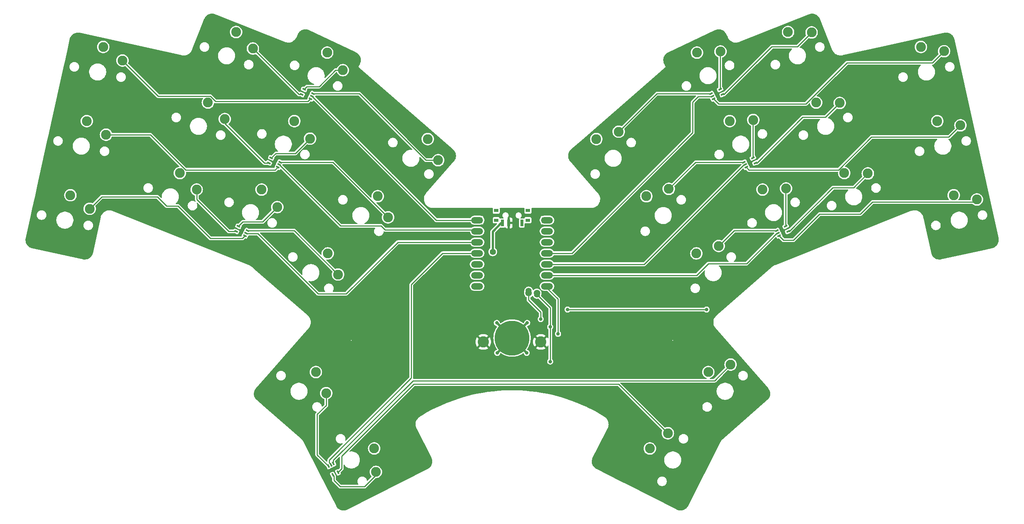
<source format=gbr>
%TF.GenerationSoftware,KiCad,Pcbnew,8.0.7*%
%TF.CreationDate,2025-01-10T10:44:28-08:00*%
%TF.ProjectId,sessile,73657373-696c-4652-9e6b-696361645f70,0.1*%
%TF.SameCoordinates,Original*%
%TF.FileFunction,Copper,L1,Top*%
%TF.FilePolarity,Positive*%
%FSLAX46Y46*%
G04 Gerber Fmt 4.6, Leading zero omitted, Abs format (unit mm)*
G04 Created by KiCad (PCBNEW 8.0.7) date 2025-01-10 10:44:28*
%MOMM*%
%LPD*%
G01*
G04 APERTURE LIST*
G04 Aperture macros list*
%AMRotRect*
0 Rectangle, with rotation*
0 The origin of the aperture is its center*
0 $1 length*
0 $2 width*
0 $3 Rotation angle, in degrees counterclockwise*
0 Add horizontal line*
21,1,$1,$2,0,0,$3*%
G04 Aperture macros list end*
%TA.AperFunction,ComponentPad*%
%ADD10C,2.262000*%
%TD*%
%TA.AperFunction,SMDPad,CuDef*%
%ADD11RotRect,0.400000X0.800000X295.551000*%
%TD*%
%TA.AperFunction,ComponentPad*%
%ADD12C,2.032000*%
%TD*%
%TA.AperFunction,SMDPad,CuDef*%
%ADD13RotRect,0.400000X0.800000X64.449000*%
%TD*%
%TA.AperFunction,SMDPad,CuDef*%
%ADD14RotRect,0.400000X0.800000X206.869000*%
%TD*%
%TA.AperFunction,ComponentPad*%
%ADD15C,2.600000*%
%TD*%
%TA.AperFunction,SMDPad,CuDef*%
%ADD16C,8.000000*%
%TD*%
%TA.AperFunction,ComponentPad*%
%ADD17C,1.400000*%
%TD*%
%TA.AperFunction,ComponentPad*%
%ADD18O,2.750000X1.500000*%
%TD*%
%TA.AperFunction,SMDPad,CuDef*%
%ADD19C,1.500000*%
%TD*%
%TA.AperFunction,ComponentPad*%
%ADD20C,1.397000*%
%TD*%
%TA.AperFunction,SMDPad,CuDef*%
%ADD21R,1.000000X0.800000*%
%TD*%
%TA.AperFunction,SMDPad,CuDef*%
%ADD22R,0.700000X1.500000*%
%TD*%
%TA.AperFunction,ComponentPad*%
%ADD23R,1.400000X1.400000*%
%TD*%
%TA.AperFunction,ViaPad*%
%ADD24C,0.800000*%
%TD*%
%TA.AperFunction,Conductor*%
%ADD25C,0.250000*%
%TD*%
%TA.AperFunction,Conductor*%
%ADD26C,0.500000*%
%TD*%
G04 APERTURE END LIST*
D10*
%TO.P,J27,1*%
%TO.N,P7*%
X198426039Y-100500293D03*
%TD*%
%TO.P,J48,1*%
%TO.N,mirror_ring_home*%
X254442631Y-92176577D03*
%TD*%
D11*
%TO.P,D7,1*%
%TO.N,mirror_index_home*%
X232377838Y-105824256D03*
%TO.P,D7,2*%
%TO.N,P9*%
X232658192Y-106410687D03*
%TO.P,D7,3*%
%TO.N,mirror_pinky_home*%
X232938546Y-106997119D03*
%TO.P,D7,4*%
%TO.N,mirror_ring_home*%
X235013610Y-106005096D03*
%TO.P,D7,5*%
%TO.N,mirror_middle_home*%
X234452902Y-104832233D03*
%TD*%
D12*
%TO.P,S21,1*%
%TO.N,mirror_middle_top*%
X226992559Y-80300859D03*
%TO.P,S21,2*%
%TO.N,NFC1*%
X221575790Y-80562807D03*
%TD*%
D10*
%TO.P,J7,1*%
%TO.N,NFC1*%
X102543898Y-108333751D03*
%TD*%
%TO.P,J32,1*%
%TO.N,pinky_bottom*%
X81789317Y-116575931D03*
%TD*%
%TO.P,J4,1*%
%TO.N,P7*%
X77359683Y-113447298D03*
%TD*%
D12*
%TO.P,S28,1*%
%TO.N,mirror_reachy_default*%
X214878680Y-168318783D03*
%TO.P,S28,2*%
%TO.N,NFC0*%
X210745631Y-171829894D03*
%TD*%
D13*
%TO.P,D3,1*%
%TO.N,pinky_bottom*%
X117551522Y-122785649D03*
%TO.P,D3,2*%
%TO.N,P2*%
X117831876Y-122199217D03*
%TO.P,D3,3*%
%TO.N,index_bottom*%
X118112230Y-121612786D03*
%TO.P,D3,4*%
%TO.N,middle_bottom*%
X116037166Y-120620763D03*
%TO.P,D3,5*%
%TO.N,ring_bottom*%
X115476458Y-121793626D03*
%TD*%
D12*
%TO.P,S24,1*%
%TO.N,mirror_index_top*%
X203573421Y-98793115D03*
%TO.P,S24,2*%
%TO.N,P7*%
X198426039Y-100500293D03*
%TD*%
%TO.P,S6,1*%
%TO.N,ring_top*%
X119359743Y-79617252D03*
%TO.P,S6,2*%
%TO.N,NFC1*%
X115491278Y-75816597D03*
%TD*%
D11*
%TO.P,D6,1*%
%TO.N,mirror_index_bottom*%
X239925838Y-121612786D03*
%TO.P,D6,2*%
%TO.N,P8*%
X240206192Y-122199217D03*
%TO.P,D6,3*%
%TO.N,mirror_pinky_bottom*%
X240486546Y-122785649D03*
%TO.P,D6,4*%
%TO.N,mirror_ring_bottom*%
X242561610Y-121793626D03*
%TO.P,D6,5*%
%TO.N,mirror_middle_bottom*%
X242000902Y-120620763D03*
%TD*%
D12*
%TO.P,S11,1*%
%TO.N,index_home*%
X150485523Y-118552076D03*
%TO.P,S11,2*%
%TO.N,P6*%
X148100829Y-113681426D03*
%TD*%
D10*
%TO.P,J9,1*%
%TO.N,NFC1*%
X115491278Y-75816596D03*
%TD*%
D12*
%TO.P,S26,1*%
%TO.N,reachy_default*%
X147678909Y-177239205D03*
%TO.P,S26,2*%
%TO.N,NFC1*%
X147292437Y-171829894D03*
%TD*%
D10*
%TO.P,J12,1*%
%TO.N,NFC0*%
X136462278Y-80562807D03*
%TD*%
D12*
%TO.P,S7,1*%
%TO.N,middle_bottom*%
X124971525Y-116191063D03*
%TO.P,S7,2*%
%TO.N,NFC0*%
X121366277Y-112139868D03*
%TD*%
%TO.P,S10,1*%
%TO.N,index_bottom*%
X138974323Y-131733209D03*
%TO.P,S10,2*%
%TO.N,P6*%
X136589629Y-126862559D03*
%TD*%
%TO.P,S5,1*%
%TO.N,ring_home*%
X112886053Y-95875829D03*
%TO.P,S5,2*%
%TO.N,NFC1*%
X109017588Y-92075174D03*
%TD*%
D14*
%TO.P,D9,1*%
%TO.N,mirror_tucky_default*%
X137896872Y-175300970D03*
%TO.P,D9,2*%
%TO.N,P3*%
X137317045Y-175594738D03*
%TO.P,D9,3*%
%TO.N,tucky_default*%
X136737219Y-175888507D03*
%TO.P,D9,4*%
%TO.N,reachy_default*%
X137776708Y-177940204D03*
%TO.P,D9,5*%
%TO.N,mirror_reachy_default*%
X138936361Y-177352667D03*
%TD*%
D12*
%TO.P,S1,1*%
%TO.N,pinky_bottom*%
X81789317Y-116575931D03*
%TO.P,S1,2*%
%TO.N,P7*%
X77359683Y-113447299D03*
%TD*%
D10*
%TO.P,J10,1*%
%TO.N,NFC0*%
X121366276Y-112139867D03*
%TD*%
D12*
%TO.P,S9,1*%
%TO.N,middle_top*%
X140067526Y-84614002D03*
%TO.P,S9,2*%
%TO.N,NFC0*%
X136462278Y-80562807D03*
%TD*%
D15*
%TO.P,BAT1,1*%
%TO.N,VBAT*%
X185629034Y-147269218D03*
X172409034Y-147269218D03*
D16*
%TO.P,BAT1,2*%
%TO.N,GND*%
X179019034Y-146379218D03*
%TD*%
D10*
%TO.P,J34,1*%
%TO.N,pinky_top*%
X89335478Y-82399105D03*
%TD*%
%TO.P,J16,1*%
%TO.N,P6*%
X280678386Y-113447298D03*
%TD*%
%TO.P,J54,1*%
%TO.N,mirror_index_home*%
X215084621Y-111974248D03*
%TD*%
D11*
%TO.P,D8,1*%
%TO.N,mirror_index_top*%
X224829837Y-90035726D03*
%TO.P,D8,2*%
%TO.N,P10*%
X225110191Y-90622157D03*
%TO.P,D8,3*%
%TO.N,mirror_pinky_top*%
X225390545Y-91208589D03*
%TO.P,D8,4*%
%TO.N,mirror_ring_top*%
X227465609Y-90216566D03*
%TO.P,D8,5*%
%TO.N,mirror_middle_top*%
X226904901Y-89043703D03*
%TD*%
D17*
%TO.P,J1,1*%
%TO.N,RAW*%
X174574034Y-126502218D03*
%TD*%
D12*
%TO.P,S2,1*%
%TO.N,pinky_home*%
X85562397Y-99487518D03*
%TO.P,S2,2*%
%TO.N,P7*%
X81132763Y-96358886D03*
%TD*%
D10*
%TO.P,J59,1*%
%TO.N,mirror_reachy_default*%
X214878681Y-168318783D03*
%TD*%
%TO.P,J24,1*%
%TO.N,NFC1*%
X221575791Y-80562807D03*
%TD*%
%TO.P,J28,1*%
%TO.N,P7*%
X133853890Y-154212891D03*
%TD*%
D18*
%TO.P,MCU1,1*%
%TO.N,VCC5*%
X187064034Y-119199218D03*
%TO.P,MCU1,2*%
%TO.N,GND*%
X187064034Y-121739218D03*
%TO.P,MCU1,3*%
%TO.N,VCC3*%
X187064034Y-124279218D03*
%TO.P,MCU1,4*%
%TO.N,P10*%
X187064034Y-126819218D03*
%TO.P,MCU1,5*%
%TO.N,P9*%
X187064034Y-129359218D03*
%TO.P,MCU1,6*%
%TO.N,P8*%
X187064034Y-131899218D03*
%TO.P,MCU1,7*%
%TO.N,P7*%
X187064034Y-134439218D03*
D19*
%TO.P,MCU1,8*%
%TO.N,NFC0*%
X182829034Y-136026718D03*
%TO.P,MCU1,9*%
%TO.N,NFC1*%
X184734034Y-136026718D03*
D18*
%TO.P,MCU1,12*%
%TO.N,P6*%
X170974034Y-134439218D03*
%TO.P,MCU1,13*%
%TO.N,P5*%
X170974034Y-131899218D03*
%TO.P,MCU1,14*%
%TO.N,P4*%
X170974034Y-129359218D03*
%TO.P,MCU1,15*%
%TO.N,P3*%
X170974034Y-126819218D03*
%TO.P,MCU1,16*%
%TO.N,P2*%
X170974034Y-124279218D03*
%TO.P,MCU1,17*%
%TO.N,P1*%
X170974034Y-121739218D03*
%TO.P,MCU1,18*%
%TO.N,P0*%
X170974034Y-119199218D03*
D20*
%TO.P,MCU1,21*%
%TO.N,RAW*%
X174574034Y-126502218D03*
%TD*%
D10*
%TO.P,J46,1*%
%TO.N,mirror_pinky_top*%
X278467398Y-80243059D03*
%TD*%
%TO.P,J51,1*%
%TO.N,mirror_middle_home*%
X234540560Y-96089389D03*
%TD*%
%TO.P,J41,1*%
%TO.N,index_bottom*%
X138974323Y-131733209D03*
%TD*%
%TO.P,J35,1*%
%TO.N,ring_bottom*%
X106412363Y-112134406D03*
%TD*%
D12*
%TO.P,S14,1*%
%TO.N,mirror_pinky_home*%
X282240478Y-97331472D03*
%TO.P,S14,2*%
%TO.N,P6*%
X276905305Y-96358886D03*
%TD*%
D10*
%TO.P,J38,1*%
%TO.N,middle_bottom*%
X124971525Y-116191063D03*
%TD*%
%TO.P,J40,1*%
%TO.N,middle_top*%
X140067526Y-84614003D03*
%TD*%
%TO.P,J55,1*%
%TO.N,mirror_index_top*%
X203573421Y-98793115D03*
%TD*%
%TO.P,J14,1*%
%TO.N,P6*%
X148100829Y-113681426D03*
%TD*%
D13*
%TO.P,D5,1*%
%TO.N,pinky_top*%
X132647524Y-91208589D03*
%TO.P,D5,2*%
%TO.N,P0*%
X132927878Y-90622157D03*
%TO.P,D5,3*%
%TO.N,index_top*%
X133208232Y-90035726D03*
%TO.P,D5,4*%
%TO.N,middle_top*%
X131133168Y-89043703D03*
%TO.P,D5,5*%
%TO.N,ring_top*%
X130572460Y-90216566D03*
%TD*%
D10*
%TO.P,J42,1*%
%TO.N,index_home*%
X150485523Y-118552076D03*
%TD*%
D12*
%TO.P,S13,1*%
%TO.N,mirror_pinky_bottom*%
X286013559Y-114419885D03*
%TO.P,S13,2*%
%TO.N,P6*%
X280678386Y-113447299D03*
%TD*%
D10*
%TO.P,J45,1*%
%TO.N,mirror_pinky_home*%
X282240479Y-97331472D03*
%TD*%
%TO.P,J17,1*%
%TO.N,P6*%
X276905305Y-96358885D03*
%TD*%
%TO.P,J15,1*%
%TO.N,P6*%
X159612029Y-100500293D03*
%TD*%
%TO.P,J47,1*%
%TO.N,mirror_ring_bottom*%
X260916321Y-108435155D03*
%TD*%
%TO.P,J58,1*%
%TO.N,mirror_tucky_default*%
X229331560Y-152505712D03*
%TD*%
D12*
%TO.P,S15,1*%
%TO.N,mirror_pinky_top*%
X278467398Y-80243058D03*
%TO.P,S15,2*%
%TO.N,P6*%
X273132225Y-79270472D03*
%TD*%
%TO.P,S18,1*%
%TO.N,mirror_ring_top*%
X247968941Y-75918000D03*
%TO.P,S18,2*%
%TO.N,NFC0*%
X242546791Y-75816597D03*
%TD*%
D10*
%TO.P,J44,1*%
%TO.N,mirror_pinky_bottom*%
X286013559Y-114419885D03*
%TD*%
%TO.P,J56,1*%
%TO.N,tucky_default*%
X136238584Y-159083541D03*
%TD*%
D21*
%TO.P,SW1,*%
%TO.N,*%
X175369034Y-119204218D03*
X182669034Y-119204218D03*
X175369034Y-116994218D03*
X182669034Y-116994218D03*
D22*
%TO.P,SW1,1*%
%TO.N,N/C*%
X181269034Y-119854218D03*
%TO.P,SW1,2*%
%TO.N,VBAT*%
X178269034Y-119854218D03*
%TO.P,SW1,3*%
%TO.N,RAW*%
X176769034Y-119854218D03*
%TD*%
D10*
%TO.P,J20,1*%
%TO.N,NFC0*%
X249020480Y-92075174D03*
%TD*%
%TO.P,J23,1*%
%TO.N,NFC1*%
X229123791Y-96351337D03*
%TD*%
D12*
%TO.P,S22,1*%
%TO.N,mirror_index_bottom*%
X226595821Y-125155381D03*
%TO.P,S22,2*%
%TO.N,P7*%
X221448439Y-126862559D03*
%TD*%
D10*
%TO.P,J30,1*%
%TO.N,P6*%
X224184178Y-154212891D03*
%TD*%
D12*
%TO.P,S17,1*%
%TO.N,mirror_ring_home*%
X254442631Y-92176577D03*
%TO.P,S17,2*%
%TO.N,NFC0*%
X249020481Y-92075174D03*
%TD*%
D10*
%TO.P,J19,1*%
%TO.N,NFC0*%
X255494170Y-108333751D03*
%TD*%
D12*
%TO.P,S12,1*%
%TO.N,index_top*%
X161996723Y-105370943D03*
%TO.P,S12,2*%
%TO.N,P6*%
X159612029Y-100500293D03*
%TD*%
D10*
%TO.P,J37,1*%
%TO.N,ring_top*%
X119359743Y-79617251D03*
%TD*%
%TO.P,J29,1*%
%TO.N,NFC1*%
X147292437Y-171829894D03*
%TD*%
%TO.P,J50,1*%
%TO.N,mirror_middle_bottom*%
X242088561Y-111877919D03*
%TD*%
%TO.P,J22,1*%
%TO.N,NFC1*%
X236671792Y-112139867D03*
%TD*%
%TO.P,J57,1*%
%TO.N,reachy_default*%
X147678909Y-177239205D03*
%TD*%
%TO.P,J26,1*%
%TO.N,P7*%
X209937239Y-113681426D03*
%TD*%
D12*
%TO.P,S16,1*%
%TO.N,mirror_ring_bottom*%
X260916320Y-108435154D03*
%TO.P,S16,2*%
%TO.N,NFC0*%
X255494170Y-108333751D03*
%TD*%
D10*
%TO.P,J18,1*%
%TO.N,P6*%
X273132225Y-79270472D03*
%TD*%
%TO.P,J8,1*%
%TO.N,NFC1*%
X109017588Y-92075174D03*
%TD*%
%TO.P,J13,1*%
%TO.N,P6*%
X136589629Y-126862559D03*
%TD*%
D12*
%TO.P,S4,1*%
%TO.N,ring_bottom*%
X106412363Y-112134406D03*
%TO.P,S4,2*%
%TO.N,NFC1*%
X102543898Y-108333751D03*
%TD*%
%TO.P,S19,1*%
%TO.N,mirror_middle_bottom*%
X242088561Y-111877920D03*
%TO.P,S19,2*%
%TO.N,NFC1*%
X236671792Y-112139868D03*
%TD*%
D10*
%TO.P,J6,1*%
%TO.N,P7*%
X84905844Y-79270472D03*
%TD*%
%TO.P,J33,1*%
%TO.N,pinky_home*%
X85562397Y-99487518D03*
%TD*%
%TO.P,J36,1*%
%TO.N,ring_home*%
X112886053Y-95875829D03*
%TD*%
%TO.P,J39,1*%
%TO.N,middle_home*%
X132519525Y-100402533D03*
%TD*%
%TO.P,J11,1*%
%TO.N,NFC0*%
X128914277Y-96351337D03*
%TD*%
%TO.P,J53,1*%
%TO.N,mirror_index_bottom*%
X226595821Y-125155381D03*
%TD*%
D12*
%TO.P,S23,1*%
%TO.N,mirror_index_home*%
X215084621Y-111974248D03*
%TO.P,S23,2*%
%TO.N,P7*%
X209937239Y-113681426D03*
%TD*%
D10*
%TO.P,J52,1*%
%TO.N,mirror_middle_top*%
X226992559Y-80300859D03*
%TD*%
D12*
%TO.P,S27,1*%
%TO.N,mirror_tucky_default*%
X229331560Y-152505713D03*
%TO.P,S27,2*%
%TO.N,P6*%
X224184178Y-154212891D03*
%TD*%
D23*
%TO.P,J61,1*%
%TO.N,VCC5*%
X186639034Y-119199218D03*
D17*
%TO.P,J61,2*%
%TO.N,GND*%
X186639034Y-121739218D03*
%TO.P,J61,3*%
%TO.N,VCC3*%
X186639034Y-124279218D03*
%TO.P,J61,4*%
%TO.N,P10*%
X186639034Y-126819218D03*
%TO.P,J61,5*%
%TO.N,P9*%
X186639034Y-129359218D03*
%TO.P,J61,6*%
%TO.N,P8*%
X186639034Y-131899218D03*
%TO.P,J61,7*%
%TO.N,P7*%
X186639034Y-134439218D03*
%TD*%
D10*
%TO.P,J31,1*%
%TO.N,NFC0*%
X210745632Y-171829894D03*
%TD*%
%TO.P,J5,1*%
%TO.N,P7*%
X81132763Y-96358885D03*
%TD*%
D12*
%TO.P,S20,1*%
%TO.N,mirror_middle_home*%
X234540560Y-96089390D03*
%TO.P,S20,2*%
%TO.N,NFC1*%
X229123791Y-96351338D03*
%TD*%
D17*
%TO.P,J3,1*%
%TO.N,NFC1*%
X184734034Y-136319218D03*
%TD*%
D10*
%TO.P,J49,1*%
%TO.N,mirror_ring_top*%
X247968941Y-75918000D03*
%TD*%
D13*
%TO.P,D4,1*%
%TO.N,pinky_home*%
X125099523Y-106997119D03*
%TO.P,D4,2*%
%TO.N,P1*%
X125379877Y-106410687D03*
%TO.P,D4,3*%
%TO.N,index_home*%
X125660231Y-105824256D03*
%TO.P,D4,4*%
%TO.N,middle_home*%
X123585167Y-104832233D03*
%TO.P,D4,5*%
%TO.N,ring_home*%
X123024459Y-106005096D03*
%TD*%
D23*
%TO.P,J60,1*%
%TO.N,P0*%
X171399034Y-119199218D03*
D17*
%TO.P,J60,2*%
%TO.N,P1*%
X171399034Y-121739218D03*
%TO.P,J60,3*%
%TO.N,P2*%
X171399034Y-124279218D03*
%TO.P,J60,4*%
%TO.N,P3*%
X171399034Y-126819218D03*
%TO.P,J60,5*%
%TO.N,P4*%
X171399034Y-129359218D03*
%TO.P,J60,6*%
%TO.N,P5*%
X171399034Y-131899218D03*
%TO.P,J60,7*%
%TO.N,P6*%
X171399034Y-134439218D03*
%TD*%
D10*
%TO.P,J25,1*%
%TO.N,P7*%
X221448439Y-126862559D03*
%TD*%
D12*
%TO.P,S3,1*%
%TO.N,pinky_top*%
X89335478Y-82399104D03*
%TO.P,S3,2*%
%TO.N,P7*%
X84905844Y-79270472D03*
%TD*%
%TO.P,S8,1*%
%TO.N,middle_home*%
X132519525Y-100402533D03*
%TO.P,S8,2*%
%TO.N,NFC0*%
X128914277Y-96351338D03*
%TD*%
D10*
%TO.P,J43,1*%
%TO.N,index_top*%
X161996723Y-105370943D03*
%TD*%
%TO.P,J21,1*%
%TO.N,NFC0*%
X242546790Y-75816596D03*
%TD*%
D17*
%TO.P,J2,1*%
%TO.N,NFC0*%
X182829034Y-135519218D03*
%TD*%
D12*
%TO.P,S25,1*%
%TO.N,tucky_default*%
X136238584Y-159083541D03*
%TO.P,S25,2*%
%TO.N,P7*%
X133853890Y-154212891D03*
%TD*%
D24*
%TO.N,P6*%
X191800000Y-139800000D03*
X223800000Y-139800000D03*
%TO.N,GND*%
X182499126Y-142899126D03*
X175500000Y-142900000D03*
X175600000Y-149800000D03*
X182400000Y-149800000D03*
%TO.N,P7*%
X189600000Y-145400000D03*
%TO.N,NFC1*%
X187800000Y-143800000D03*
X187800000Y-151800000D03*
%TO.N,NFC0*%
X185600000Y-142000000D03*
%TD*%
D25*
%TO.N,P0*%
X170974034Y-119199218D02*
X161552831Y-119199218D01*
X132975770Y-90622157D02*
X132927878Y-90622157D01*
X161552831Y-119199218D02*
X132975770Y-90622157D01*
%TO.N,P1*%
X139534339Y-120517257D02*
X125427769Y-106410687D01*
X170634816Y-121400000D02*
X149753079Y-121400000D01*
X170974034Y-121739218D02*
X170634816Y-121400000D01*
X148870336Y-120517257D02*
X139534339Y-120517257D01*
X125389313Y-106410687D02*
X125400000Y-106400000D01*
X149753079Y-121400000D02*
X148870336Y-120517257D01*
X125379877Y-106410687D02*
X125389313Y-106410687D01*
X125427769Y-106410687D02*
X125379877Y-106410687D01*
%TO.N,P2*%
X171399034Y-124279218D02*
X152720782Y-124279218D01*
X152720782Y-124279218D02*
X140849810Y-136150190D01*
X140849810Y-136150190D02*
X134350190Y-136150190D01*
X120490752Y-122290752D02*
X117875518Y-122290752D01*
X134350190Y-136150190D02*
X120490752Y-122290752D01*
%TO.N,P3*%
X155813604Y-134024832D02*
X163019218Y-126819218D01*
X155813604Y-155586396D02*
X155813604Y-134024832D01*
X137317045Y-175594738D02*
X137317045Y-175517045D01*
X136900000Y-175100000D02*
X136900000Y-174500000D01*
X137317045Y-175517045D02*
X136900000Y-175100000D01*
X136900000Y-174500000D02*
X155813604Y-155586396D01*
X163019218Y-126819218D02*
X171399034Y-126819218D01*
%TO.N,P6*%
X191800000Y-139800000D02*
X223800000Y-139800000D01*
D26*
%TO.N,GND*%
X179019034Y-146419034D02*
X182400000Y-149800000D01*
X182499126Y-142899126D02*
X179019034Y-146379218D01*
X175600000Y-149800000D02*
X179019034Y-146380966D01*
D25*
X178979218Y-146379218D02*
X179019034Y-146379218D01*
X179019034Y-146379218D02*
X179019034Y-146419034D01*
X179019034Y-146380966D02*
X179019034Y-146379218D01*
D26*
X175500000Y-142900000D02*
X178979218Y-146379218D01*
D25*
%TO.N,P10*%
X186639034Y-126819218D02*
X192780782Y-126819218D01*
X221886308Y-90713692D02*
X225066549Y-90713692D01*
X192780782Y-126819218D02*
X220600000Y-99000000D01*
X220600000Y-92000000D02*
X221886308Y-90713692D01*
X220600000Y-99000000D02*
X220600000Y-92000000D01*
%TO.N,P9*%
X209440782Y-129359218D02*
X186639034Y-129359218D01*
X232389313Y-106410687D02*
X209440782Y-129359218D01*
X232658192Y-106410687D02*
X232389313Y-106410687D01*
%TO.N,P8*%
X240000783Y-122199217D02*
X232983016Y-129216984D01*
X232983016Y-129216984D02*
X224183016Y-129216984D01*
X240206192Y-122199217D02*
X240000783Y-122199217D01*
X221500782Y-131899218D02*
X186639034Y-131899218D01*
X224183016Y-129216984D02*
X221500782Y-131899218D01*
%TO.N,P7*%
X189600000Y-137400184D02*
X186639034Y-134439218D01*
X189600000Y-145400000D02*
X189600000Y-137400184D01*
%TO.N,pinky_bottom*%
X102104714Y-115904714D02*
X99495841Y-115904714D01*
X116937171Y-123400000D02*
X109600000Y-123400000D01*
X99495841Y-115904714D02*
X97391127Y-113800000D01*
X117551522Y-122785649D02*
X116937171Y-123400000D01*
X109600000Y-123400000D02*
X102104714Y-115904714D01*
X84565248Y-113800000D02*
X81789317Y-116575931D01*
X97391127Y-113800000D02*
X84565248Y-113800000D01*
%TO.N,pinky_home*%
X125099523Y-106997119D02*
X124496642Y-107600000D01*
X103869242Y-107600000D02*
X95756760Y-99487518D01*
X124496642Y-107600000D02*
X103869242Y-107600000D01*
X95756760Y-99487518D02*
X85562397Y-99487518D01*
%TO.N,pinky_top*%
X132056113Y-91800000D02*
X110801509Y-91800000D01*
X110801509Y-91800000D02*
X109601509Y-90600000D01*
X132647524Y-91208589D02*
X132056113Y-91800000D01*
X109601509Y-90600000D02*
X97536373Y-90600000D01*
X97536373Y-90600000D02*
X89335478Y-82399105D01*
%TO.N,ring_bottom*%
X106412363Y-114412363D02*
X106412363Y-112134406D01*
X115476458Y-121793626D02*
X113793626Y-121793626D01*
X113793626Y-121793626D02*
X106412363Y-114412363D01*
%TO.N,NFC1*%
X187800000Y-139385184D02*
X184734034Y-136319218D01*
X187800000Y-143800000D02*
X187800000Y-139385184D01*
X187800000Y-143800000D02*
X187800000Y-151800000D01*
%TO.N,ring_home*%
X122005096Y-106005096D02*
X112886053Y-96886053D01*
X123024459Y-106005096D02*
X122005096Y-106005096D01*
X112886053Y-96886053D02*
X112886053Y-95875829D01*
%TO.N,ring_top*%
X130572460Y-90216566D02*
X129959057Y-90216566D01*
X129959057Y-90216566D02*
X119359743Y-79617252D01*
%TO.N,middle_bottom*%
X116037166Y-120620763D02*
X117057929Y-119600000D01*
X117057929Y-119600000D02*
X121562588Y-119600000D01*
X121562588Y-119600000D02*
X124971525Y-116191063D01*
%TO.N,NFC0*%
X128914277Y-96351337D02*
X128914277Y-96351338D01*
X185600000Y-140400000D02*
X182829034Y-137629034D01*
X185600000Y-142000000D02*
X185600000Y-140400000D01*
X182829034Y-137629034D02*
X182829034Y-135519218D01*
%TO.N,middle_home*%
X124617400Y-103800000D02*
X129122058Y-103800000D01*
X123585167Y-104832233D02*
X124617400Y-103800000D01*
X129122058Y-103800000D02*
X132519525Y-100402533D01*
%TO.N,middle_top*%
X131133168Y-89043703D02*
X131776871Y-88400000D01*
X131776871Y-88400000D02*
X134600000Y-88400000D01*
X134600000Y-88400000D02*
X138385997Y-84614003D01*
X138385997Y-84614003D02*
X140067526Y-84614003D01*
%TO.N,index_bottom*%
X128853900Y-121612786D02*
X138974323Y-131733209D01*
X118112230Y-121612786D02*
X128853900Y-121612786D01*
%TO.N,index_home*%
X137757703Y-105824256D02*
X150485523Y-118552076D01*
X125660231Y-105824256D02*
X137757703Y-105824256D01*
%TO.N,index_top*%
X133208232Y-90035726D02*
X143835726Y-90035726D01*
X159170943Y-105370943D02*
X161996723Y-105370943D01*
X143835726Y-90035726D02*
X159170943Y-105370943D01*
%TO.N,mirror_pinky_bottom*%
X285433444Y-115000000D02*
X286013559Y-114419885D01*
X249800000Y-117800000D02*
X259200000Y-117800000D01*
X241500897Y-123800000D02*
X243800000Y-123800000D01*
X259200000Y-117800000D02*
X262000000Y-115000000D01*
X262000000Y-115000000D02*
X285433444Y-115000000D01*
X240486546Y-122785649D02*
X241500897Y-123800000D01*
X243800000Y-123800000D02*
X249800000Y-117800000D01*
%TO.N,mirror_pinky_home*%
X232938546Y-106997119D02*
X233541427Y-107600000D01*
X233541427Y-107600000D02*
X254168826Y-107600000D01*
X261738204Y-100030622D02*
X279541328Y-100030622D01*
X254168826Y-107600000D02*
X261738204Y-100030622D01*
X279541328Y-100030622D02*
X282240478Y-97331472D01*
%TO.N,mirror_pinky_top*%
X256094351Y-82942208D02*
X275768248Y-82942208D01*
X226581956Y-92400000D02*
X246636559Y-92400000D01*
X275768248Y-82942208D02*
X278467398Y-80243058D01*
X225390545Y-91208589D02*
X226581956Y-92400000D01*
X246636559Y-92400000D02*
X256094351Y-82942208D01*
%TO.N,mirror_ring_bottom*%
X257625760Y-111725714D02*
X260916320Y-108435154D01*
X252874286Y-111725714D02*
X257625760Y-111725714D01*
X242806374Y-121793626D02*
X252874286Y-111725714D01*
X242561610Y-121793626D02*
X242806374Y-121793626D01*
%TO.N,mirror_ring_home*%
X245932863Y-95467137D02*
X251152071Y-95467137D01*
X235013610Y-106005096D02*
X235394904Y-106005096D01*
X251152071Y-95467137D02*
X254442631Y-92176577D01*
X235394904Y-106005096D02*
X245932863Y-95467137D01*
%TO.N,mirror_ring_top*%
X244678381Y-79208560D02*
X247968941Y-75918000D01*
X227465609Y-90216566D02*
X227783434Y-90216566D01*
X238791440Y-79208560D02*
X244678381Y-79208560D01*
X227783434Y-90216566D02*
X238791440Y-79208560D01*
%TO.N,mirror_middle_bottom*%
X242000902Y-120620763D02*
X242000902Y-111965579D01*
X242000902Y-111965579D02*
X242088561Y-111877920D01*
%TO.N,mirror_middle_home*%
X234452902Y-96177048D02*
X234540560Y-96089390D01*
X234452902Y-104832233D02*
X234452902Y-96177048D01*
%TO.N,mirror_middle_top*%
X226904901Y-89043703D02*
X226904901Y-80388517D01*
X226904901Y-80388517D02*
X226992559Y-80300859D01*
%TO.N,mirror_index_bottom*%
X239925838Y-121612786D02*
X230138416Y-121612786D01*
X230138416Y-121612786D02*
X226595821Y-125155381D01*
%TO.N,mirror_index_home*%
X221234613Y-105824256D02*
X215084621Y-111974248D01*
X232377838Y-105824256D02*
X221234613Y-105824256D01*
%TO.N,mirror_index_top*%
X212330810Y-90035726D02*
X203573421Y-98793115D01*
X224829837Y-90035726D02*
X212330810Y-90035726D01*
%TO.N,tucky_default*%
X134150000Y-173301289D02*
X134150000Y-163973919D01*
X136737218Y-175888507D02*
X134150000Y-173301289D01*
X136238584Y-161885335D02*
X136238584Y-159083541D01*
X134150000Y-163973919D02*
X136238584Y-161885335D01*
%TO.N,reachy_default*%
X139428544Y-180628544D02*
X145022909Y-180628544D01*
X147678909Y-177972544D02*
X147678909Y-177239205D01*
X137776708Y-177940204D02*
X138000000Y-178163496D01*
X145022909Y-180628544D02*
X147678909Y-177972544D01*
X138000000Y-179200000D02*
X139428544Y-180628544D01*
X138000000Y-178163496D02*
X138000000Y-179200000D01*
%TO.N,mirror_tucky_default*%
X156200000Y-156200000D02*
X225637273Y-156200000D01*
X137896872Y-174503128D02*
X156200000Y-156200000D01*
X225637273Y-156200000D02*
X229331560Y-152505713D01*
X137896872Y-175300970D02*
X137896872Y-174503128D01*
%TO.N,mirror_reachy_default*%
X203559897Y-157000000D02*
X214878680Y-168318783D01*
X139800000Y-173600000D02*
X156400000Y-157000000D01*
X139800000Y-176489029D02*
X139800000Y-173600000D01*
X156400000Y-157000000D02*
X203559897Y-157000000D01*
X138936362Y-177352667D02*
X139800000Y-176489029D01*
D26*
%TO.N,RAW*%
X174574034Y-126502218D02*
X174574034Y-121825966D01*
X174574034Y-121825966D02*
X176545782Y-119854218D01*
X176545782Y-119854218D02*
X176769034Y-119854218D01*
%TD*%
%TA.AperFunction,Conductor*%
%TO.N,VBAT*%
G36*
X110172329Y-71592468D02*
G01*
X110185189Y-71593982D01*
X110216266Y-71599720D01*
X110419977Y-71637332D01*
X110432526Y-71640510D01*
X110609888Y-71698006D01*
X110662437Y-71715041D01*
X110668531Y-71717239D01*
X111353343Y-71989911D01*
X126706865Y-78103233D01*
X126706959Y-78103311D01*
X126706973Y-78103277D01*
X126707899Y-78103647D01*
X126707898Y-78103647D01*
X126730756Y-78112747D01*
X126731278Y-78112898D01*
X126828969Y-78151817D01*
X127081068Y-78217164D01*
X127339357Y-78250490D01*
X127599787Y-78251272D01*
X127858272Y-78219497D01*
X128110759Y-78155663D01*
X128353287Y-78060773D01*
X128582054Y-77936314D01*
X128793471Y-77784238D01*
X128984222Y-77606930D01*
X128984223Y-77606928D01*
X128984226Y-77606926D01*
X129083520Y-77488220D01*
X129151316Y-77407171D01*
X129292133Y-77188094D01*
X129348278Y-77070604D01*
X129348283Y-77070606D01*
X129348286Y-77070586D01*
X129354099Y-77058428D01*
X129724809Y-76282996D01*
X129731916Y-76268128D01*
X129734874Y-76262427D01*
X129853348Y-76051323D01*
X129860389Y-76040502D01*
X130003431Y-75849305D01*
X130011834Y-75839483D01*
X130178616Y-75668584D01*
X130188218Y-75659955D01*
X130375882Y-75512284D01*
X130386519Y-75504986D01*
X130591866Y-75383067D01*
X130603374Y-75377217D01*
X130822841Y-75283159D01*
X130835043Y-75278850D01*
X131064908Y-75214242D01*
X131077566Y-75211563D01*
X131313900Y-75177511D01*
X131326781Y-75176509D01*
X131565547Y-75173596D01*
X131578476Y-75174286D01*
X131815552Y-75202559D01*
X131828272Y-75204928D01*
X132059641Y-75263905D01*
X132071946Y-75267916D01*
X132296821Y-75357864D01*
X132302749Y-75360462D01*
X142829554Y-80392998D01*
X143110543Y-80527330D01*
X143110546Y-80527332D01*
X143123156Y-80533361D01*
X143128897Y-80536339D01*
X143339948Y-80654786D01*
X143350800Y-80661847D01*
X143541921Y-80804836D01*
X143541974Y-80804875D01*
X143551811Y-80813292D01*
X143592631Y-80853129D01*
X143722681Y-80980048D01*
X143731338Y-80989680D01*
X143878976Y-81177310D01*
X143886301Y-81187988D01*
X144008190Y-81393287D01*
X144014059Y-81404831D01*
X144108108Y-81624288D01*
X144112419Y-81636499D01*
X144177017Y-81866342D01*
X144179698Y-81879011D01*
X144213742Y-82115321D01*
X144214747Y-82128232D01*
X144217656Y-82366978D01*
X144216966Y-82379910D01*
X144188689Y-82616976D01*
X144186318Y-82629706D01*
X144127338Y-82861063D01*
X144123325Y-82873375D01*
X144033043Y-83099075D01*
X144030446Y-83104998D01*
X144015277Y-83136735D01*
X144015040Y-83137536D01*
X143698106Y-83806222D01*
X143693498Y-83813255D01*
X143694092Y-83813597D01*
X143689236Y-83822045D01*
X143687710Y-83826571D01*
X143683364Y-83837326D01*
X143681320Y-83841637D01*
X143680218Y-83846021D01*
X143679637Y-83850506D01*
X143679959Y-83855283D01*
X143680061Y-83866857D01*
X143679823Y-83871635D01*
X143680484Y-83876118D01*
X143681660Y-83880471D01*
X143683784Y-83884757D01*
X143688316Y-83895433D01*
X143689918Y-83899922D01*
X143692240Y-83903802D01*
X143694996Y-83907381D01*
X143694998Y-83907384D01*
X143695000Y-83907385D01*
X143695001Y-83907387D01*
X143698591Y-83910523D01*
X143706870Y-83918659D01*
X143710068Y-83922194D01*
X143717901Y-83928012D01*
X143717488Y-83928567D01*
X143724523Y-83933174D01*
X165332751Y-102808384D01*
X165435631Y-102898252D01*
X165435653Y-102898276D01*
X165444480Y-102905985D01*
X165444481Y-102905986D01*
X165460525Y-102919997D01*
X165465247Y-102924401D01*
X165554058Y-103012839D01*
X165636744Y-103095177D01*
X165645303Y-103104896D01*
X165791047Y-103294011D01*
X165798264Y-103304763D01*
X165918077Y-103511283D01*
X165923829Y-103522886D01*
X166015665Y-103743289D01*
X166019854Y-103755543D01*
X166082132Y-103986038D01*
X166084685Y-103998734D01*
X166116344Y-104235388D01*
X166117218Y-104248308D01*
X166117717Y-104487072D01*
X166116897Y-104499996D01*
X166086226Y-104736780D01*
X166083726Y-104749487D01*
X166022410Y-104980243D01*
X166018273Y-104992514D01*
X165927361Y-105213292D01*
X165921657Y-105224919D01*
X165802708Y-105431936D01*
X165795536Y-105442718D01*
X165649053Y-105634440D01*
X165644954Y-105639456D01*
X159284257Y-112922903D01*
X159284133Y-112922976D01*
X159165116Y-113059393D01*
X159165105Y-113059406D01*
X159010998Y-113292972D01*
X158889625Y-113545125D01*
X158803202Y-113811270D01*
X158753280Y-114086616D01*
X158753279Y-114086623D01*
X158740767Y-114366167D01*
X158740767Y-114366181D01*
X158765889Y-114644878D01*
X158828191Y-114917684D01*
X158828195Y-114917697D01*
X158926549Y-115179669D01*
X159016963Y-115347646D01*
X159059179Y-115426077D01*
X159223665Y-115652432D01*
X159223682Y-115652455D01*
X159417076Y-115854700D01*
X159635870Y-116029162D01*
X159635872Y-116029163D01*
X159876102Y-116172678D01*
X160133421Y-116282651D01*
X160374292Y-116349121D01*
X160403013Y-116357047D01*
X160403173Y-116357091D01*
X160680475Y-116394652D01*
X160794971Y-116394705D01*
X160795093Y-116394718D01*
X160805374Y-116394718D01*
X160820392Y-116394718D01*
X160844923Y-116394718D01*
X174477151Y-116394718D01*
X174535342Y-116413625D01*
X174571306Y-116463125D01*
X174572679Y-116519708D01*
X174571448Y-116524231D01*
X174568534Y-116549348D01*
X174568534Y-117439078D01*
X174568535Y-117439081D01*
X174571448Y-117464208D01*
X174591972Y-117510690D01*
X174616828Y-117566983D01*
X174696269Y-117646424D01*
X174799043Y-117691803D01*
X174824169Y-117694718D01*
X175913898Y-117694717D01*
X175939025Y-117691803D01*
X176041799Y-117646424D01*
X176121240Y-117566983D01*
X176166619Y-117464209D01*
X176169534Y-117439083D01*
X176169533Y-116549354D01*
X176166619Y-116524227D01*
X176166617Y-116524224D01*
X176165390Y-116519709D01*
X176168357Y-116458596D01*
X176206678Y-116410898D01*
X176260917Y-116394718D01*
X181777151Y-116394718D01*
X181835342Y-116413625D01*
X181871306Y-116463125D01*
X181872679Y-116519708D01*
X181871448Y-116524231D01*
X181868534Y-116549348D01*
X181868534Y-117439078D01*
X181868535Y-117439081D01*
X181871448Y-117464208D01*
X181891972Y-117510690D01*
X181916828Y-117566983D01*
X181996269Y-117646424D01*
X182099043Y-117691803D01*
X182124169Y-117694718D01*
X183213898Y-117694717D01*
X183239025Y-117691803D01*
X183341799Y-117646424D01*
X183421240Y-117566983D01*
X183466619Y-117464209D01*
X183469534Y-117439083D01*
X183469533Y-116549354D01*
X183466619Y-116524227D01*
X183466617Y-116524224D01*
X183465390Y-116519709D01*
X183468357Y-116458596D01*
X183506678Y-116410898D01*
X183560917Y-116394718D01*
X197242150Y-116394718D01*
X197242744Y-116394658D01*
X197357591Y-116394606D01*
X197634890Y-116357050D01*
X197698468Y-116339506D01*
X197904629Y-116282617D01*
X197904631Y-116282616D01*
X197904639Y-116282614D01*
X198161956Y-116172645D01*
X198161961Y-116172642D01*
X198161962Y-116172642D01*
X198402184Y-116029135D01*
X198402188Y-116029132D01*
X198525597Y-115930730D01*
X198620978Y-115854677D01*
X198814375Y-115652432D01*
X198961808Y-115449548D01*
X198978869Y-115426070D01*
X198978870Y-115426067D01*
X198978876Y-115426060D01*
X199111504Y-115179655D01*
X199209860Y-114917679D01*
X199272162Y-114644872D01*
X199297285Y-114366171D01*
X199284772Y-114086620D01*
X199234850Y-113811278D01*
X199148423Y-113545128D01*
X199027055Y-113292987D01*
X198872943Y-113059418D01*
X198867850Y-113053581D01*
X198810968Y-112988385D01*
X198797568Y-112973027D01*
X198797500Y-112972930D01*
X198772459Y-112944256D01*
X194869713Y-108475338D01*
X197062916Y-108475338D01*
X197062916Y-108648709D01*
X197090035Y-108819933D01*
X197090036Y-108819936D01*
X197143608Y-108984815D01*
X197222314Y-109139284D01*
X197324215Y-109279538D01*
X197446802Y-109402125D01*
X197587056Y-109504026D01*
X197741525Y-109582732D01*
X197906404Y-109636304D01*
X197974896Y-109647152D01*
X198077631Y-109663424D01*
X198077634Y-109663424D01*
X198251001Y-109663424D01*
X198340988Y-109649171D01*
X198422228Y-109636304D01*
X198587107Y-109582732D01*
X198741576Y-109504026D01*
X198881830Y-109402125D01*
X199004417Y-109279538D01*
X199106318Y-109139284D01*
X199185024Y-108984815D01*
X199238596Y-108819936D01*
X199262093Y-108671580D01*
X199265716Y-108648709D01*
X199265716Y-108475338D01*
X199238596Y-108304114D01*
X199238596Y-108304112D01*
X199185024Y-108139233D01*
X199106318Y-107984764D01*
X199004417Y-107844510D01*
X198881830Y-107721923D01*
X198741576Y-107620022D01*
X198741575Y-107620021D01*
X198741573Y-107620020D01*
X198587105Y-107541315D01*
X198422225Y-107487743D01*
X198251001Y-107460624D01*
X198250998Y-107460624D01*
X198077634Y-107460624D01*
X198077631Y-107460624D01*
X197906406Y-107487743D01*
X197741526Y-107541315D01*
X197587058Y-107620020D01*
X197446803Y-107721922D01*
X197324214Y-107844511D01*
X197222312Y-107984766D01*
X197143607Y-108139234D01*
X197090035Y-108304114D01*
X197062916Y-108475338D01*
X194869713Y-108475338D01*
X192393579Y-105639991D01*
X192389503Y-105635002D01*
X192242575Y-105442692D01*
X192235410Y-105431922D01*
X192116454Y-105224889D01*
X192110757Y-105213274D01*
X192020125Y-104993172D01*
X192019847Y-104992496D01*
X192015710Y-104980225D01*
X191997969Y-104913458D01*
X191971920Y-104815425D01*
X200341958Y-104815425D01*
X200341958Y-105073011D01*
X200372000Y-105301204D01*
X200375579Y-105328385D01*
X200375579Y-105328390D01*
X200442246Y-105577194D01*
X200442248Y-105577202D01*
X200540819Y-105815175D01*
X200669617Y-106038259D01*
X200826417Y-106242605D01*
X200826419Y-106242607D01*
X200826423Y-106242612D01*
X201008564Y-106424753D01*
X201008568Y-106424756D01*
X201008570Y-106424758D01*
X201171217Y-106549561D01*
X201212920Y-106581561D01*
X201435996Y-106710354D01*
X201435997Y-106710354D01*
X201436000Y-106710356D01*
X201521073Y-106745594D01*
X201673974Y-106808928D01*
X201922783Y-106875596D01*
X202178165Y-106909218D01*
X202178166Y-106909218D01*
X202435750Y-106909218D01*
X202435751Y-106909218D01*
X202691133Y-106875596D01*
X202939942Y-106808928D01*
X203177920Y-106710354D01*
X203400996Y-106581561D01*
X203605352Y-106424753D01*
X203787493Y-106242612D01*
X203944301Y-106038256D01*
X204073094Y-105815180D01*
X204171668Y-105577202D01*
X204238336Y-105328393D01*
X204271958Y-105073011D01*
X204271958Y-104815425D01*
X204238336Y-104560043D01*
X204171668Y-104311234D01*
X204082478Y-104095910D01*
X204073096Y-104073260D01*
X204062855Y-104055522D01*
X203944301Y-103850180D01*
X203897085Y-103788647D01*
X203787498Y-103645830D01*
X203787496Y-103645828D01*
X203787493Y-103645824D01*
X203605352Y-103463683D01*
X203605347Y-103463679D01*
X203605345Y-103463677D01*
X203400999Y-103306877D01*
X203399641Y-103306093D01*
X203227065Y-103206456D01*
X203177915Y-103178079D01*
X202939942Y-103079508D01*
X202691133Y-103012840D01*
X202691130Y-103012839D01*
X202691128Y-103012839D01*
X202435751Y-102979218D01*
X202178165Y-102979218D01*
X202178164Y-102979218D01*
X201922790Y-103012839D01*
X201922785Y-103012839D01*
X201673981Y-103079506D01*
X201673973Y-103079508D01*
X201436000Y-103178079D01*
X201212916Y-103306877D01*
X201008570Y-103463677D01*
X200826417Y-103645830D01*
X200669617Y-103850176D01*
X200540819Y-104073260D01*
X200442248Y-104311233D01*
X200442246Y-104311241D01*
X200375579Y-104560045D01*
X200375579Y-104560050D01*
X200346987Y-104777230D01*
X200341958Y-104815425D01*
X191971920Y-104815425D01*
X191954394Y-104749467D01*
X191951898Y-104736780D01*
X191921226Y-104499985D01*
X191920407Y-104487078D01*
X191920905Y-104248304D01*
X191921778Y-104235399D01*
X191953439Y-103998733D01*
X191955987Y-103986058D01*
X192018271Y-103755543D01*
X192022449Y-103743318D01*
X192114287Y-103522904D01*
X192120033Y-103511314D01*
X192239852Y-103304781D01*
X192247057Y-103294047D01*
X192392811Y-103104917D01*
X192401353Y-103095217D01*
X192573343Y-102923946D01*
X192578078Y-102919531D01*
X195348686Y-100500293D01*
X196989633Y-100500293D01*
X197009223Y-100736716D01*
X197042705Y-100868933D01*
X197067461Y-100966693D01*
X197162758Y-101183947D01*
X197292513Y-101382552D01*
X197292515Y-101382554D01*
X197388791Y-101487138D01*
X197453188Y-101557091D01*
X197640399Y-101702804D01*
X197849041Y-101815715D01*
X198073422Y-101892745D01*
X198307422Y-101931793D01*
X198544656Y-101931793D01*
X198778656Y-101892745D01*
X199003037Y-101815715D01*
X199211679Y-101702804D01*
X199398890Y-101557091D01*
X199559565Y-101382552D01*
X199652878Y-101239726D01*
X205348200Y-101239726D01*
X205348200Y-101413097D01*
X205375319Y-101584321D01*
X205428891Y-101749201D01*
X205493650Y-101876299D01*
X205507598Y-101903672D01*
X205609499Y-102043926D01*
X205732086Y-102166513D01*
X205872340Y-102268414D01*
X206026809Y-102347120D01*
X206191688Y-102400692D01*
X206260180Y-102411540D01*
X206362915Y-102427812D01*
X206362918Y-102427812D01*
X206536285Y-102427812D01*
X206621897Y-102414252D01*
X206707512Y-102400692D01*
X206872391Y-102347120D01*
X207026860Y-102268414D01*
X207167114Y-102166513D01*
X207289701Y-102043926D01*
X207391602Y-101903672D01*
X207470308Y-101749203D01*
X207523880Y-101584324D01*
X207543677Y-101459331D01*
X207551000Y-101413097D01*
X207551000Y-101239726D01*
X207523880Y-101068502D01*
X207523880Y-101068500D01*
X207470308Y-100903621D01*
X207391602Y-100749152D01*
X207289701Y-100608898D01*
X207167114Y-100486311D01*
X207026860Y-100384410D01*
X207026859Y-100384409D01*
X207026857Y-100384408D01*
X206872389Y-100305703D01*
X206707509Y-100252131D01*
X206536285Y-100225012D01*
X206536282Y-100225012D01*
X206362918Y-100225012D01*
X206362915Y-100225012D01*
X206191690Y-100252131D01*
X206026810Y-100305703D01*
X205872342Y-100384408D01*
X205732087Y-100486310D01*
X205609498Y-100608899D01*
X205507596Y-100749154D01*
X205428891Y-100903622D01*
X205375319Y-101068502D01*
X205348200Y-101239726D01*
X199652878Y-101239726D01*
X199689320Y-101183947D01*
X199784617Y-100966693D01*
X199842854Y-100736718D01*
X199862445Y-100500293D01*
X199842854Y-100263868D01*
X199784617Y-100033893D01*
X199689320Y-99816639D01*
X199559565Y-99618034D01*
X199398890Y-99443495D01*
X199243790Y-99322775D01*
X199211682Y-99297784D01*
X199211679Y-99297782D01*
X199003040Y-99184872D01*
X198986395Y-99179158D01*
X198778656Y-99107841D01*
X198778653Y-99107840D01*
X198778652Y-99107840D01*
X198544656Y-99068793D01*
X198307422Y-99068793D01*
X198073425Y-99107840D01*
X197849037Y-99184872D01*
X197640398Y-99297782D01*
X197640395Y-99297784D01*
X197453191Y-99443492D01*
X197453185Y-99443497D01*
X197292515Y-99618031D01*
X197292513Y-99618033D01*
X197292513Y-99618034D01*
X197167347Y-99809616D01*
X197162757Y-99816641D01*
X197067461Y-100033892D01*
X197009223Y-100263869D01*
X196989633Y-100500293D01*
X195348686Y-100500293D01*
X209468293Y-88171340D01*
X218057036Y-88171340D01*
X218057036Y-88344711D01*
X218084155Y-88515935D01*
X218137727Y-88680815D01*
X218211447Y-88825500D01*
X218216434Y-88835286D01*
X218318335Y-88975540D01*
X218440922Y-89098127D01*
X218581176Y-89200028D01*
X218735645Y-89278734D01*
X218900524Y-89332306D01*
X218969016Y-89343154D01*
X219071751Y-89359426D01*
X219071754Y-89359426D01*
X219245121Y-89359426D01*
X219330733Y-89345866D01*
X219416348Y-89332306D01*
X219581227Y-89278734D01*
X219735696Y-89200028D01*
X219875950Y-89098127D01*
X219998537Y-88975540D01*
X220100438Y-88835286D01*
X220179144Y-88680817D01*
X220232716Y-88515938D01*
X220259836Y-88344708D01*
X220259836Y-88171344D01*
X220259836Y-88171340D01*
X220232716Y-88000116D01*
X220232716Y-88000114D01*
X220179144Y-87835235D01*
X220100438Y-87680766D01*
X219998537Y-87540512D01*
X219875950Y-87417925D01*
X219735696Y-87316024D01*
X219735695Y-87316023D01*
X219735693Y-87316022D01*
X219581225Y-87237317D01*
X219416345Y-87183745D01*
X219245121Y-87156626D01*
X219245118Y-87156626D01*
X219071754Y-87156626D01*
X219071751Y-87156626D01*
X218900526Y-87183745D01*
X218735646Y-87237317D01*
X218581178Y-87316022D01*
X218440923Y-87417924D01*
X218318334Y-87540513D01*
X218216432Y-87680768D01*
X218137727Y-87835236D01*
X218084155Y-88000116D01*
X218057036Y-88171340D01*
X209468293Y-88171340D01*
X212233288Y-85757003D01*
X222155545Y-85757003D01*
X222155545Y-86014590D01*
X222189166Y-86269964D01*
X222189166Y-86269969D01*
X222189167Y-86269972D01*
X222254084Y-86512248D01*
X222255833Y-86518773D01*
X222255835Y-86518781D01*
X222354406Y-86756754D01*
X222354409Y-86756759D01*
X222457342Y-86935045D01*
X222483204Y-86979838D01*
X222640004Y-87184184D01*
X222640006Y-87184186D01*
X222640010Y-87184191D01*
X222822151Y-87366332D01*
X222822155Y-87366335D01*
X222822157Y-87366337D01*
X222889387Y-87417924D01*
X223026507Y-87523140D01*
X223249583Y-87651933D01*
X223249584Y-87651933D01*
X223249587Y-87651935D01*
X223337493Y-87688346D01*
X223487561Y-87750507D01*
X223736370Y-87817175D01*
X223991752Y-87850797D01*
X223991753Y-87850797D01*
X224249337Y-87850797D01*
X224249338Y-87850797D01*
X224504720Y-87817175D01*
X224753529Y-87750507D01*
X224991507Y-87651933D01*
X225214583Y-87523140D01*
X225418939Y-87366332D01*
X225601080Y-87184191D01*
X225757888Y-86979835D01*
X225886681Y-86756759D01*
X225985255Y-86518781D01*
X226051923Y-86269972D01*
X226085545Y-86014590D01*
X226085545Y-85757004D01*
X226051923Y-85501622D01*
X225985255Y-85252813D01*
X225913840Y-85080403D01*
X225886683Y-85014839D01*
X225886681Y-85014835D01*
X225757888Y-84791759D01*
X225647221Y-84647535D01*
X225601085Y-84587409D01*
X225601083Y-84587407D01*
X225601080Y-84587403D01*
X225418939Y-84405262D01*
X225418934Y-84405258D01*
X225418932Y-84405256D01*
X225214586Y-84248456D01*
X225184493Y-84231082D01*
X224991507Y-84119661D01*
X224991502Y-84119658D01*
X224753529Y-84021087D01*
X224504720Y-83954419D01*
X224504717Y-83954418D01*
X224504715Y-83954418D01*
X224249338Y-83920797D01*
X223991752Y-83920797D01*
X223991751Y-83920797D01*
X223736377Y-83954418D01*
X223736372Y-83954418D01*
X223487568Y-84021085D01*
X223487560Y-84021087D01*
X223249587Y-84119658D01*
X223026503Y-84248456D01*
X222822157Y-84405256D01*
X222640004Y-84587409D01*
X222483204Y-84791755D01*
X222354406Y-85014839D01*
X222255835Y-85252812D01*
X222255833Y-85252820D01*
X222189166Y-85501624D01*
X222189166Y-85501629D01*
X222155545Y-85757003D01*
X212233288Y-85757003D01*
X214314270Y-83939932D01*
X214321329Y-83935323D01*
X214320889Y-83934727D01*
X214328730Y-83928932D01*
X214328730Y-83928930D01*
X214328733Y-83928930D01*
X214332079Y-83925249D01*
X214340201Y-83917290D01*
X214343952Y-83914016D01*
X214343954Y-83914012D01*
X214346652Y-83910511D01*
X214348938Y-83906713D01*
X214348941Y-83906710D01*
X214350621Y-83902037D01*
X214355087Y-83891557D01*
X214357294Y-83887107D01*
X214357294Y-83887104D01*
X214358449Y-83882832D01*
X214359106Y-83878450D01*
X214359108Y-83878446D01*
X214358872Y-83873473D01*
X214358987Y-83862095D01*
X214359057Y-83861064D01*
X214359323Y-83857139D01*
X214359321Y-83857134D01*
X214358752Y-83852734D01*
X214357686Y-83848446D01*
X214355567Y-83843947D01*
X214351317Y-83833387D01*
X214349730Y-83828677D01*
X214349729Y-83828676D01*
X214349729Y-83828675D01*
X214344873Y-83820222D01*
X214345511Y-83819855D01*
X214340897Y-83812795D01*
X214315657Y-83759197D01*
X214235027Y-83587973D01*
X214022995Y-83137706D01*
X214022580Y-83136293D01*
X214007165Y-83104048D01*
X214004564Y-83098117D01*
X213992269Y-83067382D01*
X213914672Y-82873403D01*
X213910660Y-82861093D01*
X213851673Y-82629721D01*
X213849303Y-82617002D01*
X213821021Y-82379902D01*
X213820332Y-82366999D01*
X213823241Y-82128230D01*
X213824246Y-82115320D01*
X213858293Y-81878993D01*
X213860971Y-81866342D01*
X213925579Y-81636463D01*
X213929884Y-81624275D01*
X214023943Y-81404802D01*
X214029800Y-81393280D01*
X214151707Y-81187952D01*
X214159027Y-81177283D01*
X214306683Y-80989638D01*
X214315326Y-80980021D01*
X214486222Y-80813247D01*
X214496046Y-80804842D01*
X214687245Y-80661804D01*
X214698084Y-80654751D01*
X214861923Y-80562807D01*
X220139385Y-80562807D01*
X220158975Y-80799230D01*
X220207939Y-80992585D01*
X220217213Y-81029207D01*
X220312510Y-81246461D01*
X220442265Y-81445066D01*
X220442267Y-81445068D01*
X220601392Y-81617924D01*
X220602940Y-81619605D01*
X220790151Y-81765318D01*
X220943682Y-81848404D01*
X220988354Y-81872580D01*
X220998793Y-81878229D01*
X221223174Y-81955259D01*
X221457174Y-81994307D01*
X221694408Y-81994307D01*
X221928408Y-81955259D01*
X222152789Y-81878229D01*
X222361431Y-81765318D01*
X222548642Y-81619605D01*
X222709317Y-81445066D01*
X222839072Y-81246461D01*
X222934369Y-81029207D01*
X222992606Y-80799232D01*
X223012197Y-80562807D01*
X222992606Y-80326382D01*
X222986143Y-80300859D01*
X225556153Y-80300859D01*
X225575743Y-80537282D01*
X225613358Y-80685819D01*
X225633981Y-80767259D01*
X225729278Y-80984513D01*
X225859033Y-81183118D01*
X225882994Y-81209146D01*
X226005574Y-81342304D01*
X226019708Y-81357657D01*
X226206919Y-81503370D01*
X226415561Y-81616281D01*
X226415564Y-81616282D01*
X226419307Y-81617924D01*
X226418507Y-81619746D01*
X226461412Y-81651976D01*
X226479401Y-81708881D01*
X226479401Y-88629964D01*
X226460494Y-88688155D01*
X226423102Y-88719282D01*
X226287668Y-88784030D01*
X226266259Y-88797495D01*
X226193109Y-88882763D01*
X226155700Y-88988701D01*
X226155700Y-88988703D01*
X226159087Y-89100991D01*
X226159087Y-89100994D01*
X226164182Y-89115846D01*
X226167295Y-89124921D01*
X226167296Y-89124925D01*
X226167298Y-89124928D01*
X226352668Y-89512673D01*
X226378523Y-89566755D01*
X226391990Y-89588168D01*
X226477259Y-89661318D01*
X226583194Y-89698726D01*
X226583195Y-89698725D01*
X226583196Y-89698726D01*
X226620626Y-89697597D01*
X226695490Y-89695339D01*
X226719416Y-89687132D01*
X227522130Y-89303378D01*
X227543543Y-89289911D01*
X227616693Y-89204642D01*
X227654101Y-89098706D01*
X227650714Y-88986411D01*
X227642507Y-88962485D01*
X227431279Y-88520651D01*
X227417812Y-88499238D01*
X227364941Y-88453881D01*
X227333086Y-88401642D01*
X227330401Y-88378742D01*
X227330401Y-83426882D01*
X227981254Y-83426882D01*
X227981254Y-83600253D01*
X228008373Y-83771477D01*
X228061945Y-83936357D01*
X228119931Y-84050162D01*
X228140652Y-84090828D01*
X228242553Y-84231082D01*
X228365140Y-84353669D01*
X228505394Y-84455570D01*
X228659863Y-84534276D01*
X228824742Y-84587848D01*
X228893234Y-84598696D01*
X228995969Y-84614968D01*
X228995972Y-84614968D01*
X229169339Y-84614968D01*
X229254951Y-84601408D01*
X229340566Y-84587848D01*
X229505445Y-84534276D01*
X229659914Y-84455570D01*
X229800168Y-84353669D01*
X229922755Y-84231082D01*
X230024656Y-84090828D01*
X230103362Y-83936359D01*
X230156934Y-83771480D01*
X230183838Y-83601615D01*
X230184054Y-83600253D01*
X230184054Y-83426882D01*
X230158988Y-83268623D01*
X230156934Y-83255656D01*
X230103362Y-83090777D01*
X230024656Y-82936308D01*
X229922755Y-82796054D01*
X229800168Y-82673467D01*
X229659914Y-82571566D01*
X229659913Y-82571565D01*
X229659911Y-82571564D01*
X229505443Y-82492859D01*
X229340563Y-82439287D01*
X229169339Y-82412168D01*
X229169336Y-82412168D01*
X228995972Y-82412168D01*
X228995969Y-82412168D01*
X228824744Y-82439287D01*
X228659864Y-82492859D01*
X228505396Y-82571564D01*
X228365141Y-82673466D01*
X228242552Y-82796055D01*
X228140650Y-82936310D01*
X228061945Y-83090778D01*
X228008373Y-83255658D01*
X227981254Y-83426882D01*
X227330401Y-83426882D01*
X227330401Y-81769068D01*
X227349308Y-81710877D01*
X227397256Y-81675432D01*
X227408017Y-81671737D01*
X227569557Y-81616281D01*
X227778199Y-81503370D01*
X227965410Y-81357657D01*
X228126085Y-81183118D01*
X228255840Y-80984513D01*
X228351137Y-80767259D01*
X228409374Y-80537284D01*
X228428965Y-80300859D01*
X228409374Y-80064434D01*
X228351137Y-79834459D01*
X228255840Y-79617205D01*
X228126085Y-79418600D01*
X227965410Y-79244061D01*
X227870712Y-79170354D01*
X227778202Y-79098350D01*
X227778199Y-79098348D01*
X227569560Y-78985438D01*
X227552915Y-78979724D01*
X227345176Y-78908407D01*
X227345173Y-78908406D01*
X227345172Y-78908406D01*
X227111176Y-78869359D01*
X226873942Y-78869359D01*
X226639945Y-78908406D01*
X226415557Y-78985438D01*
X226206918Y-79098348D01*
X226206915Y-79098350D01*
X226019711Y-79244058D01*
X226019705Y-79244063D01*
X225859035Y-79418597D01*
X225859033Y-79418599D01*
X225859033Y-79418600D01*
X225767040Y-79559407D01*
X225729277Y-79617207D01*
X225633981Y-79834458D01*
X225575743Y-80064435D01*
X225556153Y-80300859D01*
X222986143Y-80300859D01*
X222934369Y-80096407D01*
X222839072Y-79879153D01*
X222709317Y-79680548D01*
X222612912Y-79575824D01*
X222548644Y-79506011D01*
X222548638Y-79506006D01*
X222361434Y-79360298D01*
X222361431Y-79360296D01*
X222152792Y-79247386D01*
X221974746Y-79186263D01*
X221928408Y-79170355D01*
X221928405Y-79170354D01*
X221928404Y-79170354D01*
X221694408Y-79131307D01*
X221457174Y-79131307D01*
X221223177Y-79170354D01*
X220998789Y-79247386D01*
X220790150Y-79360296D01*
X220790147Y-79360298D01*
X220602943Y-79506006D01*
X220602937Y-79506011D01*
X220442267Y-79680545D01*
X220442265Y-79680547D01*
X220442265Y-79680548D01*
X220329157Y-79853674D01*
X220312509Y-79879155D01*
X220217213Y-80096406D01*
X220158975Y-80326383D01*
X220139385Y-80562807D01*
X214861923Y-80562807D01*
X214908640Y-80536590D01*
X214914322Y-80533641D01*
X214934116Y-80524179D01*
X214934115Y-80524179D01*
X225698916Y-75377864D01*
X225698925Y-75377862D01*
X225716272Y-75369568D01*
X225716274Y-75369569D01*
X225735503Y-75360375D01*
X225741388Y-75357795D01*
X225966119Y-75267902D01*
X225978418Y-75263893D01*
X226209801Y-75204908D01*
X226222515Y-75202540D01*
X226459598Y-75174262D01*
X226472528Y-75173573D01*
X226711297Y-75176483D01*
X226724178Y-75177485D01*
X226960520Y-75211535D01*
X226973173Y-75214213D01*
X227203043Y-75278820D01*
X227215232Y-75283123D01*
X227434719Y-75377187D01*
X227446244Y-75383047D01*
X227651557Y-75504944D01*
X227662226Y-75512262D01*
X227827809Y-75642555D01*
X227849869Y-75659913D01*
X227859500Y-75668569D01*
X228026264Y-75839446D01*
X228034683Y-75849286D01*
X228177710Y-76040461D01*
X228184773Y-76051315D01*
X228302826Y-76261667D01*
X228305811Y-76267419D01*
X228671672Y-77032706D01*
X228671676Y-77032735D01*
X228689774Y-77070610D01*
X228689774Y-77070611D01*
X228742875Y-77181736D01*
X228745917Y-77188102D01*
X228745922Y-77188112D01*
X228886729Y-77407177D01*
X228886731Y-77407180D01*
X228886735Y-77407185D01*
X228886736Y-77407186D01*
X229053832Y-77606950D01*
X229077488Y-77628939D01*
X229244584Y-77784262D01*
X229244594Y-77784269D01*
X229320641Y-77838972D01*
X229456004Y-77936343D01*
X229684773Y-78060807D01*
X229684778Y-78060809D01*
X229684782Y-78060811D01*
X229684787Y-78060813D01*
X229927286Y-78155694D01*
X229927290Y-78155695D01*
X229927305Y-78155701D01*
X230179795Y-78219538D01*
X230438284Y-78251317D01*
X230698719Y-78250539D01*
X230957013Y-78217216D01*
X231209118Y-78151871D01*
X231330089Y-78103679D01*
X231330090Y-78103679D01*
X231352880Y-78094604D01*
X231352879Y-78094604D01*
X237074062Y-75816596D01*
X241110384Y-75816596D01*
X241129974Y-76053019D01*
X241184267Y-76267419D01*
X241188212Y-76282996D01*
X241283509Y-76500250D01*
X241413264Y-76698855D01*
X241573939Y-76873394D01*
X241573942Y-76873396D01*
X241726374Y-76992040D01*
X241761150Y-77019107D01*
X241969792Y-77132018D01*
X242194173Y-77209048D01*
X242428173Y-77248096D01*
X242665407Y-77248096D01*
X242899407Y-77209048D01*
X243123788Y-77132018D01*
X243332430Y-77019107D01*
X243519641Y-76873394D01*
X243680316Y-76698855D01*
X243810071Y-76500250D01*
X243905368Y-76282996D01*
X243963605Y-76053021D01*
X243983196Y-75816596D01*
X243963605Y-75580171D01*
X243905368Y-75350196D01*
X243810071Y-75132942D01*
X243680316Y-74934337D01*
X243519641Y-74759798D01*
X243332430Y-74614085D01*
X243311167Y-74602578D01*
X243123791Y-74501175D01*
X243081044Y-74486500D01*
X242899407Y-74424144D01*
X242899404Y-74424143D01*
X242899403Y-74424143D01*
X242665407Y-74385096D01*
X242428173Y-74385096D01*
X242194176Y-74424143D01*
X241969788Y-74501175D01*
X241761149Y-74614085D01*
X241761146Y-74614087D01*
X241573942Y-74759795D01*
X241573936Y-74759800D01*
X241413266Y-74934334D01*
X241413264Y-74934336D01*
X241413264Y-74934337D01*
X241309654Y-75092925D01*
X241283508Y-75132944D01*
X241188212Y-75350195D01*
X241129974Y-75580172D01*
X241110384Y-75816596D01*
X237074062Y-75816596D01*
X247369271Y-71717344D01*
X247375317Y-71715163D01*
X247605553Y-71640524D01*
X247618091Y-71637348D01*
X247852901Y-71593990D01*
X247865734Y-71592479D01*
X248104198Y-71580141D01*
X248117136Y-71580318D01*
X248355165Y-71599212D01*
X248367960Y-71601076D01*
X248601478Y-71650876D01*
X248601483Y-71650877D01*
X248613943Y-71654401D01*
X248776732Y-71712170D01*
X248838955Y-71734252D01*
X248850842Y-71739368D01*
X248951571Y-71790778D01*
X249063513Y-71847911D01*
X249074638Y-71854540D01*
X249271316Y-71989910D01*
X249281480Y-71997934D01*
X249458804Y-72157816D01*
X249467834Y-72167098D01*
X249622771Y-72348759D01*
X249630512Y-72359141D01*
X249760417Y-72559478D01*
X249766731Y-72570769D01*
X249870635Y-72788998D01*
X249873221Y-72794921D01*
X252696007Y-79884305D01*
X252696010Y-79884356D01*
X252711253Y-79922646D01*
X252711253Y-79922647D01*
X252723785Y-79954126D01*
X252760491Y-80046332D01*
X252760493Y-80046337D01*
X252889776Y-80279087D01*
X252889777Y-80279088D01*
X252889779Y-80279091D01*
X253047745Y-80493423D01*
X253231799Y-80685816D01*
X253231803Y-80685819D01*
X253438926Y-80853120D01*
X253652650Y-80984546D01*
X253665728Y-80992588D01*
X253908492Y-81101937D01*
X253908499Y-81101939D01*
X253908504Y-81101941D01*
X254163232Y-81179374D01*
X254163233Y-81179374D01*
X254163236Y-81179375D01*
X254425786Y-81223632D01*
X254691839Y-81233983D01*
X254957034Y-81210259D01*
X255049866Y-81189753D01*
X255049867Y-81189753D01*
X255087028Y-81181545D01*
X255087028Y-81181546D01*
X255097351Y-81179266D01*
X255097356Y-81179266D01*
X255097356Y-81179265D01*
X263742347Y-79270472D01*
X271695819Y-79270472D01*
X271715409Y-79506895D01*
X271773647Y-79736872D01*
X271868944Y-79954126D01*
X271998699Y-80152731D01*
X271998701Y-80152733D01*
X272158556Y-80326382D01*
X272159374Y-80327270D01*
X272346585Y-80472983D01*
X272555227Y-80585894D01*
X272779608Y-80662924D01*
X273013608Y-80701972D01*
X273250842Y-80701972D01*
X273484842Y-80662924D01*
X273709223Y-80585894D01*
X273917865Y-80472983D01*
X274105076Y-80327270D01*
X274265751Y-80152731D01*
X274395506Y-79954126D01*
X274490803Y-79736872D01*
X274549040Y-79506897D01*
X274568631Y-79270472D01*
X274549040Y-79034047D01*
X274490803Y-78804072D01*
X274395506Y-78586818D01*
X274265751Y-78388213D01*
X274115317Y-78224799D01*
X274105078Y-78213676D01*
X274105072Y-78213671D01*
X273917868Y-78067963D01*
X273917865Y-78067961D01*
X273709226Y-77955051D01*
X273654728Y-77936342D01*
X273484842Y-77878020D01*
X273484839Y-77878019D01*
X273484838Y-77878019D01*
X273250842Y-77838972D01*
X273013608Y-77838972D01*
X272779611Y-77878019D01*
X272555223Y-77955051D01*
X272346584Y-78067961D01*
X272346581Y-78067963D01*
X272159377Y-78213671D01*
X272159371Y-78213676D01*
X271998701Y-78388210D01*
X271998699Y-78388212D01*
X271998699Y-78388213D01*
X271895639Y-78545959D01*
X271868943Y-78586820D01*
X271773647Y-78804071D01*
X271715409Y-79034048D01*
X271695819Y-79270472D01*
X263742347Y-79270472D01*
X278540939Y-76002979D01*
X278540939Y-76002980D01*
X278540947Y-76002977D01*
X278545412Y-76001991D01*
X278551456Y-76000658D01*
X278557814Y-75999471D01*
X278703679Y-75977151D01*
X278797042Y-75962865D01*
X278809940Y-75961749D01*
X279048654Y-75956749D01*
X279061564Y-75957324D01*
X279298893Y-75983526D01*
X279311644Y-75985786D01*
X279543510Y-76042738D01*
X279555849Y-76046640D01*
X279778296Y-76133369D01*
X279790025Y-76138851D01*
X279999254Y-76253875D01*
X280010170Y-76260842D01*
X280202585Y-76402183D01*
X280212498Y-76410515D01*
X280306070Y-76500247D01*
X280384827Y-76575771D01*
X280393566Y-76585325D01*
X280542834Y-76771638D01*
X280542845Y-76771651D01*
X280550264Y-76782266D01*
X280673952Y-76986495D01*
X280679921Y-76997986D01*
X280775887Y-77216597D01*
X280780306Y-77228770D01*
X280848063Y-77461979D01*
X280849666Y-77468255D01*
X290976913Y-123334906D01*
X290976912Y-123334906D01*
X290976913Y-123334908D01*
X290981502Y-123355695D01*
X290982690Y-123362060D01*
X291019304Y-123601291D01*
X291020422Y-123614193D01*
X291025426Y-123852894D01*
X291024850Y-123865830D01*
X290998656Y-124103143D01*
X290996397Y-124115895D01*
X290939448Y-124347769D01*
X290935543Y-124360117D01*
X290848817Y-124582565D01*
X290843334Y-124594296D01*
X290728317Y-124803521D01*
X290721350Y-124814437D01*
X290580004Y-125006861D01*
X290571671Y-125016775D01*
X290406414Y-125189106D01*
X290396859Y-125197846D01*
X290210528Y-125347128D01*
X290199913Y-125354547D01*
X289995685Y-125478234D01*
X289984193Y-125484203D01*
X289765578Y-125580169D01*
X289753405Y-125584588D01*
X289520762Y-125652177D01*
X289514491Y-125653779D01*
X289493947Y-125658316D01*
X289493943Y-125658317D01*
X289493942Y-125658317D01*
X287269059Y-126149566D01*
X277803289Y-128239585D01*
X277796920Y-128240774D01*
X277557695Y-128277384D01*
X277544794Y-128278501D01*
X277306091Y-128283505D01*
X277293154Y-128282929D01*
X277233574Y-128276352D01*
X277055839Y-128256732D01*
X277043089Y-128254473D01*
X276811212Y-128197523D01*
X276798865Y-128193618D01*
X276576417Y-128106895D01*
X276564686Y-128101413D01*
X276355449Y-127986391D01*
X276344533Y-127979423D01*
X276241054Y-127903415D01*
X276152107Y-127838079D01*
X276142202Y-127829754D01*
X275969861Y-127664496D01*
X275961128Y-127654949D01*
X275811831Y-127468608D01*
X275804419Y-127458003D01*
X275680718Y-127253764D01*
X275674760Y-127242295D01*
X275578774Y-127023653D01*
X275574362Y-127011502D01*
X275506963Y-126779549D01*
X275505360Y-126773271D01*
X275499487Y-126746674D01*
X274077772Y-120307674D01*
X275478409Y-120307674D01*
X275478409Y-120481045D01*
X275505528Y-120652269D01*
X275559100Y-120817149D01*
X275636654Y-120969359D01*
X275637807Y-120971620D01*
X275739708Y-121111874D01*
X275862295Y-121234461D01*
X276002549Y-121336362D01*
X276157018Y-121415068D01*
X276321897Y-121468640D01*
X276390389Y-121479488D01*
X276493124Y-121495760D01*
X276493127Y-121495760D01*
X276666494Y-121495760D01*
X276752106Y-121482200D01*
X276837721Y-121468640D01*
X277002600Y-121415068D01*
X277157069Y-121336362D01*
X277297323Y-121234461D01*
X277419910Y-121111874D01*
X277521811Y-120971620D01*
X277600517Y-120817151D01*
X277654089Y-120652272D01*
X277671942Y-120539551D01*
X277681209Y-120481045D01*
X277681209Y-120307674D01*
X277654089Y-120136450D01*
X277654089Y-120136448D01*
X277600517Y-119971569D01*
X277521811Y-119817100D01*
X277419910Y-119676846D01*
X277297323Y-119554259D01*
X277157069Y-119452358D01*
X277157068Y-119452357D01*
X277157066Y-119452356D01*
X277002598Y-119373651D01*
X276837718Y-119320079D01*
X276666494Y-119292960D01*
X276666491Y-119292960D01*
X276493127Y-119292960D01*
X276493124Y-119292960D01*
X276321899Y-119320079D01*
X276157019Y-119373651D01*
X276002551Y-119452356D01*
X275862296Y-119554258D01*
X275739707Y-119676847D01*
X275637805Y-119817102D01*
X275559100Y-119971570D01*
X275505528Y-120136450D01*
X275478409Y-120307674D01*
X274077772Y-120307674D01*
X273806647Y-119079742D01*
X279985453Y-119079742D01*
X279985453Y-119337328D01*
X279997371Y-119427857D01*
X280019074Y-119592702D01*
X280019074Y-119592707D01*
X280041619Y-119676846D01*
X280069175Y-119779688D01*
X280085741Y-119841511D01*
X280085743Y-119841519D01*
X280184314Y-120079492D01*
X280191395Y-120091757D01*
X280291541Y-120265215D01*
X280313112Y-120302576D01*
X280469912Y-120506922D01*
X280469914Y-120506924D01*
X280469918Y-120506929D01*
X280652059Y-120689070D01*
X280652063Y-120689073D01*
X280652065Y-120689075D01*
X280849587Y-120840639D01*
X280856415Y-120845878D01*
X281079491Y-120974671D01*
X281079492Y-120974671D01*
X281079495Y-120974673D01*
X281128982Y-120995171D01*
X281317469Y-121073245D01*
X281566278Y-121139913D01*
X281821660Y-121173535D01*
X281821661Y-121173535D01*
X282079245Y-121173535D01*
X282079246Y-121173535D01*
X282334628Y-121139913D01*
X282583437Y-121073245D01*
X282821415Y-120974671D01*
X283044491Y-120845878D01*
X283248847Y-120689070D01*
X283430988Y-120506929D01*
X283587796Y-120302573D01*
X283716589Y-120079497D01*
X283815163Y-119841519D01*
X283881831Y-119592710D01*
X283915453Y-119337328D01*
X283915453Y-119079742D01*
X283881831Y-118824360D01*
X283815163Y-118575551D01*
X283753002Y-118425483D01*
X283716591Y-118337577D01*
X283694057Y-118298547D01*
X283587796Y-118114497D01*
X283519293Y-118025222D01*
X283450849Y-117936024D01*
X286219697Y-117936024D01*
X286219697Y-118109395D01*
X286246816Y-118280619D01*
X286300388Y-118445499D01*
X286376010Y-118593917D01*
X286379095Y-118599970D01*
X286480996Y-118740224D01*
X286603583Y-118862811D01*
X286743837Y-118964712D01*
X286898306Y-119043418D01*
X287063185Y-119096990D01*
X287131677Y-119107838D01*
X287234412Y-119124110D01*
X287234415Y-119124110D01*
X287407782Y-119124110D01*
X287493394Y-119110550D01*
X287579009Y-119096990D01*
X287743888Y-119043418D01*
X287898357Y-118964712D01*
X288038611Y-118862811D01*
X288161198Y-118740224D01*
X288263099Y-118599970D01*
X288341805Y-118445501D01*
X288395377Y-118280622D01*
X288408937Y-118195007D01*
X288422497Y-118109395D01*
X288422497Y-117936024D01*
X288397538Y-117778441D01*
X288395377Y-117764798D01*
X288341805Y-117599919D01*
X288263099Y-117445450D01*
X288161198Y-117305196D01*
X288038611Y-117182609D01*
X287898357Y-117080708D01*
X287898356Y-117080707D01*
X287898354Y-117080706D01*
X287743886Y-117002001D01*
X287579006Y-116948429D01*
X287407782Y-116921310D01*
X287407779Y-116921310D01*
X287234415Y-116921310D01*
X287234412Y-116921310D01*
X287063187Y-116948429D01*
X286898307Y-117002001D01*
X286743839Y-117080706D01*
X286603584Y-117182608D01*
X286480995Y-117305197D01*
X286379093Y-117445452D01*
X286300388Y-117599920D01*
X286246816Y-117764800D01*
X286219697Y-117936024D01*
X283450849Y-117936024D01*
X283430993Y-117910147D01*
X283430991Y-117910145D01*
X283430988Y-117910141D01*
X283248847Y-117728000D01*
X283248842Y-117727996D01*
X283248840Y-117727994D01*
X283044494Y-117571194D01*
X283037200Y-117566983D01*
X282826703Y-117445452D01*
X282821410Y-117442396D01*
X282583437Y-117343825D01*
X282334628Y-117277157D01*
X282334625Y-117277156D01*
X282334623Y-117277156D01*
X282079246Y-117243535D01*
X281821660Y-117243535D01*
X281821659Y-117243535D01*
X281566285Y-117277156D01*
X281566280Y-117277156D01*
X281317476Y-117343823D01*
X281317468Y-117343825D01*
X281079495Y-117442396D01*
X280856411Y-117571194D01*
X280652065Y-117727994D01*
X280469912Y-117910147D01*
X280313112Y-118114493D01*
X280184314Y-118337577D01*
X280085743Y-118575550D01*
X280085741Y-118575558D01*
X280019074Y-118824362D01*
X280019074Y-118824367D01*
X279996612Y-118994985D01*
X279985453Y-119079742D01*
X273806647Y-119079742D01*
X273695616Y-118576877D01*
X273692190Y-118561356D01*
X273684991Y-118528746D01*
X273684638Y-118527288D01*
X273681726Y-118514085D01*
X273662324Y-118426115D01*
X273567197Y-118165962D01*
X273438347Y-117920756D01*
X273430815Y-117910141D01*
X273278062Y-117694848D01*
X273278054Y-117694838D01*
X273089178Y-117492235D01*
X273089177Y-117492234D01*
X273089175Y-117492232D01*
X272875045Y-117316515D01*
X272639465Y-117170806D01*
X272639460Y-117170804D01*
X272639459Y-117170803D01*
X272386618Y-117057693D01*
X272386610Y-117057690D01*
X272120970Y-116979175D01*
X271847265Y-116936653D01*
X271847247Y-116936651D01*
X271570323Y-116930875D01*
X271570319Y-116930876D01*
X271295067Y-116961946D01*
X271295062Y-116961946D01*
X271026397Y-117029310D01*
X271026389Y-117029312D01*
X270905305Y-117077556D01*
X270905285Y-117077564D01*
X239595798Y-129544085D01*
X239595723Y-129544089D01*
X239447134Y-129603324D01*
X239447121Y-129603330D01*
X239240221Y-129714199D01*
X239240219Y-129714201D01*
X239047158Y-129847674D01*
X239047155Y-129847676D01*
X239047146Y-129847684D01*
X239047142Y-129847687D01*
X238981333Y-129905112D01*
X238975879Y-129909871D01*
X238975793Y-129909935D01*
X226107116Y-141148263D01*
X226107054Y-141148289D01*
X225972963Y-141265395D01*
X225972960Y-141265399D01*
X225793148Y-141469586D01*
X225641532Y-141695485D01*
X225641530Y-141695488D01*
X225520690Y-141939257D01*
X225432705Y-142196701D01*
X225379072Y-142463447D01*
X225379073Y-142463448D01*
X225360717Y-142734884D01*
X225360716Y-142734900D01*
X225377948Y-143006404D01*
X225377948Y-143006409D01*
X225377949Y-143006412D01*
X225377949Y-143006414D01*
X225430473Y-143273367D01*
X225430475Y-143273372D01*
X225517388Y-143531171D01*
X225517394Y-143531187D01*
X225637217Y-143775442D01*
X225787904Y-144001980D01*
X225877383Y-144104441D01*
X225907618Y-144139063D01*
X225907619Y-144139063D01*
X234264449Y-153708220D01*
X237908600Y-157881030D01*
X237978453Y-157961016D01*
X237982552Y-157966033D01*
X238129482Y-158158341D01*
X238136654Y-158169123D01*
X238255607Y-158376146D01*
X238261310Y-158387772D01*
X238352220Y-158608540D01*
X238356358Y-158620811D01*
X238417678Y-158851571D01*
X238420178Y-158864277D01*
X238450854Y-159101062D01*
X238451674Y-159113985D01*
X238451182Y-159352747D01*
X238450308Y-159365668D01*
X238418655Y-159602316D01*
X238416103Y-159615011D01*
X238353831Y-159845515D01*
X238349643Y-159857769D01*
X238257818Y-160078171D01*
X238252066Y-160089773D01*
X238132263Y-160296295D01*
X238125047Y-160307047D01*
X237979308Y-160496174D01*
X237970749Y-160505894D01*
X237799872Y-160676069D01*
X237795134Y-160680489D01*
X227504985Y-169666969D01*
X227504961Y-169666989D01*
X227436139Y-169727052D01*
X227299226Y-169871988D01*
X227299223Y-169871992D01*
X227176830Y-170029387D01*
X227176818Y-170029405D01*
X227070076Y-170197802D01*
X227035852Y-170265407D01*
X227025048Y-170286751D01*
X227013961Y-170308634D01*
X227008691Y-170319036D01*
X227008690Y-170319038D01*
X219535660Y-185068956D01*
X219535657Y-185068963D01*
X219531312Y-185077538D01*
X219528200Y-185083213D01*
X219404931Y-185291502D01*
X219397620Y-185302191D01*
X219250241Y-185490028D01*
X219241598Y-185499672D01*
X219070956Y-185666672D01*
X219061128Y-185675105D01*
X218870149Y-185818401D01*
X218859305Y-185825479D01*
X218651253Y-185942622D01*
X218639577Y-185948224D01*
X218418018Y-186037208D01*
X218405711Y-186041238D01*
X218174431Y-186100540D01*
X218161703Y-186102929D01*
X217924658Y-186131536D01*
X217911728Y-186132243D01*
X217672988Y-186129665D01*
X217660075Y-186128679D01*
X217423699Y-186094957D01*
X217411026Y-186092293D01*
X217181084Y-186028009D01*
X217168867Y-186023714D01*
X216946721Y-185928872D01*
X216940850Y-185926135D01*
X216838629Y-185874345D01*
X205644879Y-180203044D01*
X203893990Y-179315958D01*
X212421543Y-179315958D01*
X212421543Y-179489329D01*
X212448662Y-179660553D01*
X212448663Y-179660556D01*
X212502235Y-179825435D01*
X212580941Y-179979904D01*
X212682842Y-180120158D01*
X212805429Y-180242745D01*
X212945683Y-180344646D01*
X213100152Y-180423352D01*
X213265031Y-180476924D01*
X213333523Y-180487772D01*
X213436258Y-180504044D01*
X213436261Y-180504044D01*
X213609628Y-180504044D01*
X213695240Y-180490484D01*
X213780855Y-180476924D01*
X213945734Y-180423352D01*
X214100203Y-180344646D01*
X214240457Y-180242745D01*
X214363044Y-180120158D01*
X214464945Y-179979904D01*
X214543651Y-179825435D01*
X214597223Y-179660556D01*
X214624343Y-179489326D01*
X214624343Y-179315962D01*
X214624343Y-179315958D01*
X214597223Y-179144734D01*
X214597223Y-179144732D01*
X214543651Y-178979853D01*
X214464945Y-178825384D01*
X214363044Y-178685130D01*
X214240457Y-178562543D01*
X214100203Y-178460642D01*
X214100202Y-178460641D01*
X214100200Y-178460640D01*
X213945732Y-178381935D01*
X213780852Y-178328363D01*
X213609628Y-178301244D01*
X213609625Y-178301244D01*
X213436261Y-178301244D01*
X213436258Y-178301244D01*
X213265033Y-178328363D01*
X213100153Y-178381935D01*
X212945685Y-178460640D01*
X212805430Y-178562542D01*
X212682841Y-178685131D01*
X212580939Y-178825386D01*
X212502234Y-178979854D01*
X212448662Y-179144734D01*
X212421543Y-179315958D01*
X203893990Y-179315958D01*
X198436337Y-176550844D01*
X198430659Y-176547730D01*
X198222393Y-176424477D01*
X198211703Y-176417167D01*
X198023849Y-176269777D01*
X198014206Y-176261134D01*
X197937155Y-176182404D01*
X197847204Y-176090492D01*
X197838772Y-176080666D01*
X197815190Y-176049238D01*
X197695473Y-175889687D01*
X197688396Y-175878844D01*
X197673906Y-175853109D01*
X197571245Y-175670783D01*
X197565649Y-175659119D01*
X197476653Y-175437535D01*
X197472632Y-175425258D01*
X197413324Y-175193968D01*
X197410935Y-175181244D01*
X197398936Y-175081830D01*
X197382323Y-174944188D01*
X197381617Y-174931259D01*
X197381617Y-174931257D01*
X197384192Y-174692499D01*
X197385175Y-174679617D01*
X197418895Y-174443221D01*
X197421555Y-174430564D01*
X197439151Y-174367619D01*
X214043680Y-174367619D01*
X214043680Y-174625205D01*
X214068031Y-174810171D01*
X214077301Y-174880579D01*
X214077301Y-174880584D01*
X214143968Y-175129388D01*
X214143970Y-175129396D01*
X214242541Y-175367369D01*
X214242544Y-175367374D01*
X214316423Y-175495337D01*
X214371339Y-175590453D01*
X214528139Y-175794799D01*
X214528141Y-175794801D01*
X214528145Y-175794806D01*
X214710286Y-175976947D01*
X214710290Y-175976950D01*
X214710292Y-175976952D01*
X214864125Y-176094992D01*
X214914642Y-176133755D01*
X215137718Y-176262548D01*
X215137719Y-176262548D01*
X215137722Y-176262550D01*
X215197677Y-176287384D01*
X215375696Y-176361122D01*
X215624505Y-176427790D01*
X215879887Y-176461412D01*
X215879888Y-176461412D01*
X216137472Y-176461412D01*
X216137473Y-176461412D01*
X216392855Y-176427790D01*
X216641664Y-176361122D01*
X216879642Y-176262548D01*
X217102718Y-176133755D01*
X217307074Y-175976947D01*
X217489215Y-175794806D01*
X217646023Y-175590450D01*
X217774816Y-175367374D01*
X217873390Y-175129396D01*
X217940058Y-174880587D01*
X217973680Y-174625205D01*
X217973680Y-174367619D01*
X217940058Y-174112237D01*
X217873390Y-173863428D01*
X217774816Y-173625450D01*
X217646023Y-173402374D01*
X217489215Y-173198018D01*
X217307074Y-173015877D01*
X217307069Y-173015873D01*
X217307067Y-173015871D01*
X217102721Y-172859071D01*
X216879637Y-172730273D01*
X216641664Y-172631702D01*
X216392855Y-172565034D01*
X216392852Y-172565033D01*
X216392850Y-172565033D01*
X216137473Y-172531412D01*
X215879887Y-172531412D01*
X215879886Y-172531412D01*
X215624512Y-172565033D01*
X215624507Y-172565033D01*
X215375703Y-172631700D01*
X215375695Y-172631702D01*
X215137722Y-172730273D01*
X214914638Y-172859071D01*
X214710292Y-173015871D01*
X214528139Y-173198024D01*
X214371339Y-173402370D01*
X214242541Y-173625454D01*
X214143970Y-173863427D01*
X214143968Y-173863435D01*
X214077301Y-174112239D01*
X214077301Y-174112244D01*
X214047875Y-174335758D01*
X214043680Y-174367619D01*
X197439151Y-174367619D01*
X197485843Y-174200589D01*
X197490129Y-174188400D01*
X197584678Y-173966922D01*
X197587400Y-173961085D01*
X198667166Y-171829894D01*
X209309226Y-171829894D01*
X209328816Y-172066317D01*
X209328817Y-172066319D01*
X209387054Y-172296294D01*
X209482351Y-172513548D01*
X209612106Y-172712153D01*
X209772781Y-172886692D01*
X209959992Y-173032405D01*
X210168634Y-173145316D01*
X210393015Y-173222346D01*
X210627015Y-173261394D01*
X210864249Y-173261394D01*
X211098249Y-173222346D01*
X211322630Y-173145316D01*
X211531272Y-173032405D01*
X211718483Y-172886692D01*
X211879158Y-172712153D01*
X212008913Y-172513548D01*
X212104210Y-172296294D01*
X212162447Y-172066319D01*
X212182038Y-171829894D01*
X212162447Y-171593469D01*
X212104210Y-171363494D01*
X212008913Y-171146240D01*
X211879158Y-170947635D01*
X211718483Y-170773096D01*
X211578910Y-170664461D01*
X211531275Y-170627385D01*
X211531272Y-170627383D01*
X211322633Y-170514473D01*
X211305988Y-170508759D01*
X211098249Y-170437442D01*
X211098246Y-170437441D01*
X211098245Y-170437441D01*
X210864249Y-170398394D01*
X210627015Y-170398394D01*
X210393018Y-170437441D01*
X210168630Y-170514473D01*
X209959991Y-170627383D01*
X209959988Y-170627385D01*
X209772784Y-170773093D01*
X209772778Y-170773098D01*
X209612108Y-170947632D01*
X209482350Y-171146242D01*
X209387054Y-171363493D01*
X209328816Y-171593470D01*
X209309226Y-171829894D01*
X198667166Y-171829894D01*
X201015050Y-167195753D01*
X201015050Y-167195752D01*
X201019404Y-167187159D01*
X201019566Y-167186740D01*
X201066178Y-167094716D01*
X201153055Y-166853366D01*
X201209555Y-166603157D01*
X201234820Y-166347895D01*
X201228465Y-166091464D01*
X201190587Y-165837766D01*
X201121761Y-165590663D01*
X201023035Y-165353913D01*
X201023031Y-165353906D01*
X201023029Y-165353901D01*
X200895920Y-165131133D01*
X200895916Y-165131127D01*
X200895912Y-165131120D01*
X200742326Y-164925673D01*
X200742324Y-164925671D01*
X200742320Y-164925666D01*
X200564611Y-164740697D01*
X200365490Y-164579020D01*
X200365482Y-164579014D01*
X200365479Y-164579012D01*
X200337003Y-164561212D01*
X200292165Y-164533184D01*
X200292141Y-164533162D01*
X200274313Y-164522021D01*
X200256723Y-164511028D01*
X199729417Y-164181484D01*
X198924654Y-163712656D01*
X198654842Y-163555472D01*
X198029350Y-163216624D01*
X197561360Y-162963099D01*
X196450028Y-162404936D01*
X196181237Y-162280224D01*
X195321904Y-161881515D01*
X194178105Y-161393356D01*
X193019703Y-160940912D01*
X191847812Y-160524624D01*
X190663592Y-160144900D01*
X190663595Y-160144900D01*
X190663583Y-160144897D01*
X189468138Y-159802091D01*
X189468137Y-159802090D01*
X189468117Y-159802085D01*
X188262650Y-159496542D01*
X187048213Y-159228530D01*
X185826104Y-158998335D01*
X184597388Y-158806158D01*
X183363347Y-158652200D01*
X182125105Y-158536599D01*
X180883876Y-158459471D01*
X179640858Y-158420889D01*
X179640847Y-158420889D01*
X178397221Y-158420889D01*
X178397210Y-158420889D01*
X177154191Y-158459471D01*
X175912962Y-158536599D01*
X174674720Y-158652200D01*
X173440679Y-158806158D01*
X172211963Y-158998335D01*
X170989854Y-159228530D01*
X169775417Y-159496542D01*
X168569950Y-159802085D01*
X168035968Y-159955210D01*
X167390391Y-160140336D01*
X167374475Y-160144900D01*
X166190255Y-160524624D01*
X165018364Y-160940912D01*
X163859962Y-161393356D01*
X162716163Y-161881515D01*
X161588037Y-162404937D01*
X160476706Y-162963100D01*
X159383225Y-163555472D01*
X158308655Y-164181481D01*
X157816881Y-164488818D01*
X157816827Y-164488831D01*
X157672584Y-164578992D01*
X157672572Y-164579001D01*
X157473431Y-164740684D01*
X157295717Y-164925653D01*
X157295716Y-164925653D01*
X157142131Y-165131090D01*
X157142119Y-165131108D01*
X157014996Y-165353894D01*
X157014987Y-165353914D01*
X156916265Y-165590647D01*
X156916262Y-165590656D01*
X156847436Y-165837754D01*
X156809555Y-166091463D01*
X156803200Y-166347904D01*
X156828466Y-166603168D01*
X156828466Y-166603172D01*
X156884970Y-166853382D01*
X156884972Y-166853388D01*
X156971851Y-167094733D01*
X157004791Y-167159764D01*
X157004795Y-167159790D01*
X157029806Y-167209151D01*
X157037743Y-167224815D01*
X157037745Y-167224819D01*
X160450094Y-173959956D01*
X160452833Y-173965830D01*
X160547855Y-174188419D01*
X160552149Y-174200636D01*
X160616425Y-174430573D01*
X160619088Y-174443246D01*
X160652802Y-174679612D01*
X160653788Y-174692523D01*
X160656363Y-174931257D01*
X160655656Y-174944188D01*
X160627047Y-175181225D01*
X160624658Y-175193952D01*
X160565355Y-175425228D01*
X160561325Y-175437535D01*
X160472344Y-175659086D01*
X160466742Y-175670760D01*
X160349602Y-175878808D01*
X160342524Y-175889653D01*
X160199235Y-176080626D01*
X160190802Y-176090454D01*
X160023810Y-176261092D01*
X160014167Y-176269734D01*
X159826330Y-176417118D01*
X159815642Y-176424429D01*
X159753157Y-176461411D01*
X159606695Y-176548093D01*
X159601023Y-176551204D01*
X141097640Y-185925921D01*
X141091767Y-185928659D01*
X140869185Y-186023682D01*
X140856974Y-186027975D01*
X140627036Y-186092254D01*
X140614368Y-186094917D01*
X140377998Y-186128635D01*
X140365085Y-186129621D01*
X140126352Y-186132196D01*
X140113421Y-186131489D01*
X139876383Y-186102880D01*
X139863656Y-186100491D01*
X139632377Y-186041187D01*
X139620070Y-186037156D01*
X139592861Y-186026228D01*
X139398525Y-185948175D01*
X139386849Y-185942573D01*
X139178803Y-185825430D01*
X139167959Y-185818352D01*
X138976989Y-185675060D01*
X138967161Y-185666627D01*
X138796524Y-185499630D01*
X138787881Y-185489986D01*
X138640505Y-185302148D01*
X138633195Y-185291459D01*
X138509352Y-185082197D01*
X138506249Y-185076540D01*
X138497138Y-185058556D01*
X138497137Y-185058555D01*
X134735319Y-177633652D01*
X137114458Y-177633652D01*
X137120427Y-177745833D01*
X137120427Y-177745835D01*
X137129184Y-177769572D01*
X137129185Y-177769574D01*
X137531293Y-178563232D01*
X137531301Y-178563246D01*
X137545256Y-178584342D01*
X137548969Y-178588453D01*
X137573942Y-178644310D01*
X137574500Y-178654810D01*
X137574500Y-179143982D01*
X137574500Y-179256018D01*
X137588305Y-179307539D01*
X137603498Y-179364241D01*
X137643301Y-179433180D01*
X137659515Y-179461263D01*
X139088057Y-180889804D01*
X139088059Y-180889807D01*
X139167281Y-180969029D01*
X139167283Y-180969030D01*
X139264303Y-181025045D01*
X139264301Y-181025045D01*
X139264305Y-181025046D01*
X139264307Y-181025047D01*
X139372525Y-181054044D01*
X139372526Y-181054044D01*
X139372527Y-181054044D01*
X145078925Y-181054044D01*
X145078927Y-181054044D01*
X145187146Y-181025047D01*
X145187148Y-181025045D01*
X145187150Y-181025045D01*
X145215973Y-181008403D01*
X145284172Y-180969029D01*
X147553499Y-178699700D01*
X147608016Y-178671924D01*
X147623503Y-178670705D01*
X147797526Y-178670705D01*
X148031526Y-178631657D01*
X148255907Y-178554627D01*
X148464549Y-178441716D01*
X148651760Y-178296003D01*
X148812435Y-178121464D01*
X148942190Y-177922859D01*
X149037487Y-177705605D01*
X149095724Y-177475630D01*
X149115315Y-177239205D01*
X149095724Y-177002780D01*
X149037487Y-176772805D01*
X148942190Y-176555551D01*
X148812435Y-176356946D01*
X148651760Y-176182407D01*
X148533671Y-176090494D01*
X148464552Y-176036696D01*
X148464549Y-176036694D01*
X148255910Y-175923784D01*
X148239265Y-175918070D01*
X148031526Y-175846753D01*
X148031523Y-175846752D01*
X148031522Y-175846752D01*
X147797526Y-175807705D01*
X147560292Y-175807705D01*
X147326295Y-175846752D01*
X147101907Y-175923784D01*
X146893268Y-176036694D01*
X146893265Y-176036696D01*
X146706061Y-176182404D01*
X146706055Y-176182409D01*
X146545385Y-176356943D01*
X146545383Y-176356945D01*
X146545383Y-176356946D01*
X146418704Y-176550844D01*
X146415627Y-176555553D01*
X146320331Y-176772804D01*
X146262093Y-177002781D01*
X146242503Y-177239205D01*
X146262093Y-177475628D01*
X146302109Y-177633649D01*
X146320331Y-177705605D01*
X146415628Y-177922859D01*
X146545383Y-178121464D01*
X146557447Y-178134569D01*
X146664558Y-178250922D01*
X146690060Y-178306540D01*
X146677999Y-178366525D01*
X146661726Y-178387977D01*
X145769942Y-179279762D01*
X145715425Y-179307539D01*
X145654993Y-179297968D01*
X145611728Y-179254703D01*
X145602157Y-179225244D01*
X145589406Y-179144735D01*
X145559518Y-179052748D01*
X145535833Y-178979853D01*
X145457127Y-178825384D01*
X145355226Y-178685130D01*
X145232639Y-178562543D01*
X145092385Y-178460642D01*
X145092384Y-178460641D01*
X145092382Y-178460640D01*
X144937914Y-178381935D01*
X144773034Y-178328363D01*
X144601810Y-178301244D01*
X144601807Y-178301244D01*
X144428443Y-178301244D01*
X144428440Y-178301244D01*
X144257215Y-178328363D01*
X144092335Y-178381935D01*
X143937867Y-178460640D01*
X143797612Y-178562542D01*
X143675023Y-178685131D01*
X143573121Y-178825386D01*
X143494416Y-178979854D01*
X143440844Y-179144734D01*
X143413725Y-179315958D01*
X143413725Y-179489329D01*
X143440844Y-179660553D01*
X143494416Y-179825433D01*
X143573121Y-179979901D01*
X143621038Y-180045853D01*
X143639945Y-180104044D01*
X143621038Y-180162235D01*
X143571538Y-180198199D01*
X143540945Y-180203044D01*
X139645799Y-180203044D01*
X139587608Y-180184137D01*
X139575795Y-180174048D01*
X138454496Y-179052748D01*
X138426719Y-178998231D01*
X138425500Y-178982744D01*
X138425500Y-178303650D01*
X138430416Y-178272841D01*
X138438957Y-178246759D01*
X138432988Y-178134571D01*
X138430719Y-178128420D01*
X138426100Y-178109722D01*
X138425500Y-178107482D01*
X138425500Y-178107478D01*
X138396503Y-177999259D01*
X138396501Y-177999256D01*
X138396501Y-177999254D01*
X138340486Y-177902235D01*
X138340485Y-177902233D01*
X138307171Y-177868919D01*
X138288868Y-177843665D01*
X138022117Y-177317165D01*
X138008161Y-177296068D01*
X137921232Y-177224898D01*
X137814464Y-177189937D01*
X137814462Y-177189937D01*
X137814459Y-177189936D01*
X137702279Y-177195905D01*
X137702277Y-177195905D01*
X137678540Y-177204662D01*
X137678538Y-177204663D01*
X137241697Y-177425990D01*
X137241679Y-177426000D01*
X137220591Y-177439951D01*
X137149420Y-177526880D01*
X137114458Y-177633652D01*
X134735319Y-177633652D01*
X131024108Y-170308634D01*
X130968002Y-170197803D01*
X130968000Y-170197799D01*
X130861250Y-170029392D01*
X130738850Y-169871991D01*
X130601928Y-169727047D01*
X130533086Y-169666969D01*
X130526814Y-169661495D01*
X130526791Y-169661474D01*
X130508364Y-169645383D01*
X130508356Y-169645376D01*
X130508336Y-169645359D01*
X130508335Y-169645358D01*
X121969063Y-162187936D01*
X133014213Y-162187936D01*
X133014213Y-162361307D01*
X133041332Y-162532531D01*
X133041333Y-162532534D01*
X133094905Y-162697413D01*
X133173611Y-162851882D01*
X133275512Y-162992136D01*
X133398099Y-163114723D01*
X133538353Y-163216624D01*
X133692822Y-163295330D01*
X133845815Y-163345040D01*
X133857704Y-163348903D01*
X133938213Y-163361654D01*
X133992730Y-163389431D01*
X134020508Y-163443947D01*
X134010937Y-163504380D01*
X133992731Y-163529438D01*
X133888737Y-163633433D01*
X133809514Y-163712656D01*
X133753498Y-163809677D01*
X133753497Y-163809682D01*
X133724500Y-163917901D01*
X133724500Y-173245271D01*
X133724500Y-173357307D01*
X133736575Y-173402370D01*
X133753498Y-173465530D01*
X133809513Y-173562549D01*
X133809515Y-173562552D01*
X135031996Y-174785033D01*
X136206750Y-175959787D01*
X136225058Y-175985048D01*
X136491803Y-176511535D01*
X136491813Y-176511553D01*
X136501038Y-176525497D01*
X136505765Y-176532643D01*
X136592694Y-176603813D01*
X136699462Y-176638774D01*
X136811650Y-176632805D01*
X136835381Y-176624050D01*
X137272239Y-176402715D01*
X137293336Y-176388759D01*
X137303736Y-176376054D01*
X137355226Y-176343006D01*
X137375083Y-176339908D01*
X137391477Y-176339036D01*
X137415208Y-176330281D01*
X137852066Y-176108946D01*
X137873163Y-176094990D01*
X137883564Y-176082285D01*
X137935052Y-176049238D01*
X137954908Y-176046140D01*
X137971304Y-176045268D01*
X137995035Y-176036513D01*
X138431893Y-175815178D01*
X138452990Y-175801222D01*
X138524160Y-175714293D01*
X138559121Y-175607525D01*
X138559085Y-175606857D01*
X138553152Y-175495340D01*
X138553152Y-175495338D01*
X138544395Y-175471601D01*
X138544394Y-175471599D01*
X138333060Y-175054479D01*
X138322372Y-175009736D01*
X138322372Y-174720384D01*
X138341279Y-174662193D01*
X138351368Y-174650380D01*
X139205496Y-173796252D01*
X139260013Y-173768475D01*
X139320445Y-173778046D01*
X139363710Y-173821311D01*
X139374500Y-173866256D01*
X139374500Y-176271773D01*
X139355593Y-176329964D01*
X139345503Y-176341777D01*
X139100565Y-176586714D01*
X139046049Y-176614491D01*
X138999756Y-176610795D01*
X138974118Y-176602400D01*
X138974117Y-176602400D01*
X138974114Y-176602399D01*
X138861933Y-176608368D01*
X138861931Y-176608368D01*
X138838194Y-176617125D01*
X138838192Y-176617126D01*
X138401351Y-176838453D01*
X138401333Y-176838463D01*
X138380245Y-176852414D01*
X138309074Y-176939343D01*
X138274112Y-177046115D01*
X138280081Y-177158296D01*
X138280081Y-177158298D01*
X138288838Y-177182035D01*
X138288839Y-177182037D01*
X138690947Y-177975695D01*
X138690957Y-177975713D01*
X138700182Y-177989657D01*
X138704909Y-177996803D01*
X138791838Y-178067973D01*
X138898606Y-178102934D01*
X139010794Y-178096965D01*
X139034525Y-178088210D01*
X139471383Y-177866875D01*
X139492480Y-177852919D01*
X139563650Y-177765990D01*
X139598611Y-177659222D01*
X139597250Y-177633649D01*
X139592642Y-177547037D01*
X139592642Y-177547035D01*
X139585206Y-177526880D01*
X139583887Y-177523303D01*
X139543541Y-177443672D01*
X139534108Y-177383219D01*
X139561848Y-177328927D01*
X140140485Y-176750292D01*
X140196503Y-176653266D01*
X140225500Y-176545047D01*
X140225500Y-176433010D01*
X140225500Y-175665048D01*
X140244407Y-175606857D01*
X140293907Y-175570893D01*
X140355093Y-175570893D01*
X140403041Y-175604780D01*
X140444711Y-175659086D01*
X140548847Y-175794799D01*
X140548849Y-175794801D01*
X140548853Y-175794806D01*
X140730994Y-175976947D01*
X140730998Y-175976950D01*
X140731000Y-175976952D01*
X140884833Y-176094992D01*
X140935350Y-176133755D01*
X141158426Y-176262548D01*
X141158427Y-176262548D01*
X141158430Y-176262550D01*
X141218385Y-176287384D01*
X141396404Y-176361122D01*
X141645213Y-176427790D01*
X141900595Y-176461412D01*
X141900596Y-176461412D01*
X142158180Y-176461412D01*
X142158181Y-176461412D01*
X142413563Y-176427790D01*
X142662372Y-176361122D01*
X142900350Y-176262548D01*
X143123426Y-176133755D01*
X143327782Y-175976947D01*
X143509923Y-175794806D01*
X143666731Y-175590450D01*
X143795524Y-175367374D01*
X143894098Y-175129396D01*
X143960766Y-174880587D01*
X143994388Y-174625205D01*
X143994388Y-174367619D01*
X143960766Y-174112237D01*
X143894098Y-173863428D01*
X143795524Y-173625450D01*
X143666731Y-173402374D01*
X143509923Y-173198018D01*
X143327782Y-173015877D01*
X143327777Y-173015873D01*
X143327775Y-173015871D01*
X143123429Y-172859071D01*
X142900345Y-172730273D01*
X142662372Y-172631702D01*
X142413563Y-172565034D01*
X142413560Y-172565033D01*
X142413558Y-172565033D01*
X142158181Y-172531412D01*
X141900595Y-172531412D01*
X141900593Y-172531412D01*
X141694252Y-172558577D01*
X141634091Y-172547427D01*
X141591974Y-172503044D01*
X141583988Y-172442382D01*
X141611324Y-172390422D01*
X142171852Y-171829894D01*
X145856031Y-171829894D01*
X145875621Y-172066317D01*
X145875622Y-172066319D01*
X145933859Y-172296294D01*
X146029156Y-172513548D01*
X146158911Y-172712153D01*
X146319586Y-172886692D01*
X146506797Y-173032405D01*
X146715439Y-173145316D01*
X146939820Y-173222346D01*
X147173820Y-173261394D01*
X147411054Y-173261394D01*
X147645054Y-173222346D01*
X147869435Y-173145316D01*
X148078077Y-173032405D01*
X148265288Y-172886692D01*
X148425963Y-172712153D01*
X148555718Y-172513548D01*
X148651015Y-172296294D01*
X148709252Y-172066319D01*
X148728843Y-171829894D01*
X148709252Y-171593469D01*
X148651015Y-171363494D01*
X148555718Y-171146240D01*
X148425963Y-170947635D01*
X148265288Y-170773096D01*
X148125715Y-170664461D01*
X148078080Y-170627385D01*
X148078077Y-170627383D01*
X147869438Y-170514473D01*
X147852793Y-170508759D01*
X147645054Y-170437442D01*
X147645051Y-170437441D01*
X147645050Y-170437441D01*
X147411054Y-170398394D01*
X147173820Y-170398394D01*
X146939823Y-170437441D01*
X146715435Y-170514473D01*
X146506796Y-170627383D01*
X146506793Y-170627385D01*
X146319589Y-170773093D01*
X146319583Y-170773098D01*
X146158913Y-170947632D01*
X146029155Y-171146242D01*
X145933859Y-171363493D01*
X145875621Y-171593470D01*
X145856031Y-171829894D01*
X142171852Y-171829894D01*
X156547252Y-157454496D01*
X156601769Y-157426719D01*
X156617256Y-157425500D01*
X203342641Y-157425500D01*
X203400832Y-157444407D01*
X203412645Y-157454496D01*
X213560825Y-167602676D01*
X213588602Y-167657193D01*
X213581483Y-167712447D01*
X213520102Y-167852385D01*
X213461865Y-168082358D01*
X213461865Y-168082359D01*
X213442275Y-168318783D01*
X213461865Y-168555206D01*
X213520103Y-168785183D01*
X213615400Y-169002437D01*
X213745155Y-169201042D01*
X213905830Y-169375581D01*
X214093041Y-169521294D01*
X214301683Y-169634205D01*
X214526064Y-169711235D01*
X214760064Y-169750283D01*
X214997298Y-169750283D01*
X215231298Y-169711235D01*
X215455679Y-169634205D01*
X215664321Y-169521294D01*
X215687190Y-169503494D01*
X217393017Y-169503494D01*
X217393017Y-169676865D01*
X217420136Y-169848089D01*
X217457519Y-169963145D01*
X217473709Y-170012971D01*
X217552415Y-170167440D01*
X217654316Y-170307694D01*
X217776903Y-170430281D01*
X217917157Y-170532182D01*
X218071626Y-170610888D01*
X218236505Y-170664460D01*
X218304997Y-170675308D01*
X218407732Y-170691580D01*
X218407735Y-170691580D01*
X218581102Y-170691580D01*
X218666714Y-170678020D01*
X218752329Y-170664460D01*
X218917208Y-170610888D01*
X219071677Y-170532182D01*
X219211931Y-170430281D01*
X219334518Y-170307694D01*
X219436419Y-170167440D01*
X219515125Y-170012971D01*
X219568697Y-169848092D01*
X219595817Y-169676862D01*
X219595817Y-169503498D01*
X219595817Y-169503494D01*
X219568697Y-169332270D01*
X219568697Y-169332268D01*
X219515125Y-169167389D01*
X219436419Y-169012920D01*
X219334518Y-168872666D01*
X219211931Y-168750079D01*
X219071677Y-168648178D01*
X219071676Y-168648177D01*
X219071674Y-168648176D01*
X218917206Y-168569471D01*
X218752326Y-168515899D01*
X218581102Y-168488780D01*
X218581099Y-168488780D01*
X218407735Y-168488780D01*
X218407732Y-168488780D01*
X218236507Y-168515899D01*
X218071627Y-168569471D01*
X217917159Y-168648176D01*
X217776904Y-168750078D01*
X217654315Y-168872667D01*
X217552413Y-169012922D01*
X217473708Y-169167390D01*
X217420136Y-169332270D01*
X217393017Y-169503494D01*
X215687190Y-169503494D01*
X215851532Y-169375581D01*
X216012207Y-169201042D01*
X216141962Y-169002437D01*
X216237259Y-168785183D01*
X216295496Y-168555208D01*
X216315087Y-168318783D01*
X216295496Y-168082358D01*
X216237259Y-167852383D01*
X216141962Y-167635129D01*
X216012207Y-167436524D01*
X215851532Y-167261985D01*
X215766438Y-167195753D01*
X215664324Y-167116274D01*
X215664321Y-167116272D01*
X215455682Y-167003362D01*
X215439037Y-166997648D01*
X215231298Y-166926331D01*
X215231295Y-166926330D01*
X215231294Y-166926330D01*
X214997298Y-166887283D01*
X214760064Y-166887283D01*
X214526067Y-166926330D01*
X214301681Y-167003361D01*
X214277921Y-167016220D01*
X214217745Y-167027286D01*
X214162557Y-167000868D01*
X214160800Y-166999155D01*
X209349581Y-162187936D01*
X222821055Y-162187936D01*
X222821055Y-162361307D01*
X222848174Y-162532531D01*
X222848175Y-162532534D01*
X222901747Y-162697413D01*
X222980453Y-162851882D01*
X223082354Y-162992136D01*
X223204941Y-163114723D01*
X223345195Y-163216624D01*
X223499664Y-163295330D01*
X223664543Y-163348902D01*
X223733035Y-163359750D01*
X223835770Y-163376022D01*
X223835773Y-163376022D01*
X224009140Y-163376022D01*
X224094752Y-163362462D01*
X224180367Y-163348902D01*
X224345246Y-163295330D01*
X224499715Y-163216624D01*
X224639969Y-163114723D01*
X224762556Y-162992136D01*
X224864457Y-162851882D01*
X224943163Y-162697413D01*
X224996735Y-162532534D01*
X225016944Y-162404937D01*
X225023855Y-162361307D01*
X225023855Y-162187936D01*
X224996735Y-162016712D01*
X224996735Y-162016710D01*
X224943163Y-161851831D01*
X224864457Y-161697362D01*
X224762556Y-161557108D01*
X224639969Y-161434521D01*
X224499715Y-161332620D01*
X224499714Y-161332619D01*
X224499712Y-161332618D01*
X224345244Y-161253913D01*
X224180364Y-161200341D01*
X224009140Y-161173222D01*
X224009137Y-161173222D01*
X223835773Y-161173222D01*
X223835770Y-161173222D01*
X223664545Y-161200341D01*
X223499665Y-161253913D01*
X223345197Y-161332618D01*
X223204942Y-161434520D01*
X223082353Y-161557109D01*
X222980451Y-161697364D01*
X222901746Y-161851832D01*
X222848174Y-162016712D01*
X222821055Y-162187936D01*
X209349581Y-162187936D01*
X209102996Y-161941351D01*
X205689667Y-158528022D01*
X226100097Y-158528022D01*
X226100097Y-158785609D01*
X226133718Y-159040983D01*
X226133718Y-159040988D01*
X226133719Y-159040991D01*
X226185353Y-159233694D01*
X226200385Y-159289792D01*
X226200387Y-159289800D01*
X226298958Y-159527773D01*
X226427756Y-159750857D01*
X226584556Y-159955203D01*
X226584558Y-159955205D01*
X226584562Y-159955210D01*
X226766703Y-160137351D01*
X226766707Y-160137354D01*
X226766709Y-160137356D01*
X226776537Y-160144897D01*
X226971059Y-160294159D01*
X227194135Y-160422952D01*
X227194136Y-160422952D01*
X227194139Y-160422954D01*
X227261781Y-160450972D01*
X227432113Y-160521526D01*
X227680922Y-160588194D01*
X227936304Y-160621816D01*
X227936305Y-160621816D01*
X228193889Y-160621816D01*
X228193890Y-160621816D01*
X228449272Y-160588194D01*
X228698081Y-160521526D01*
X228936059Y-160422952D01*
X229159135Y-160294159D01*
X229363491Y-160137351D01*
X229545632Y-159955210D01*
X229702440Y-159750854D01*
X229831233Y-159527778D01*
X229929807Y-159289800D01*
X229996475Y-159040991D01*
X230030097Y-158785609D01*
X230030097Y-158528023D01*
X229996475Y-158272641D01*
X229929807Y-158023832D01*
X229831233Y-157785854D01*
X229702440Y-157562778D01*
X229545632Y-157358422D01*
X229363491Y-157176281D01*
X229363486Y-157176277D01*
X229363484Y-157176275D01*
X229159138Y-157019475D01*
X228936054Y-156890677D01*
X228698081Y-156792106D01*
X228449272Y-156725438D01*
X228449269Y-156725437D01*
X228449267Y-156725437D01*
X228193890Y-156691816D01*
X227936304Y-156691816D01*
X227936303Y-156691816D01*
X227680929Y-156725437D01*
X227680924Y-156725437D01*
X227432120Y-156792104D01*
X227432112Y-156792106D01*
X227194139Y-156890677D01*
X226971055Y-157019475D01*
X226766709Y-157176275D01*
X226584556Y-157358428D01*
X226427756Y-157562774D01*
X226298958Y-157785858D01*
X226200387Y-158023831D01*
X226200385Y-158023839D01*
X226133718Y-158272643D01*
X226133718Y-158272648D01*
X226100097Y-158528022D01*
X205689667Y-158528022D01*
X203956146Y-156794501D01*
X203928371Y-156739987D01*
X203937942Y-156679555D01*
X203981207Y-156636290D01*
X204026152Y-156625500D01*
X225693289Y-156625500D01*
X225693291Y-156625500D01*
X225801510Y-156596503D01*
X225801512Y-156596501D01*
X225801514Y-156596501D01*
X225830337Y-156579859D01*
X225898536Y-156540485D01*
X227486696Y-154952324D01*
X231106339Y-154952324D01*
X231106339Y-155125695D01*
X231133458Y-155296919D01*
X231187030Y-155461799D01*
X231255106Y-155595407D01*
X231265737Y-155616270D01*
X231367638Y-155756524D01*
X231490225Y-155879111D01*
X231630479Y-155981012D01*
X231784948Y-156059718D01*
X231949827Y-156113290D01*
X232018319Y-156124138D01*
X232121054Y-156140410D01*
X232121057Y-156140410D01*
X232294424Y-156140410D01*
X232380036Y-156126850D01*
X232465651Y-156113290D01*
X232630530Y-156059718D01*
X232784999Y-155981012D01*
X232925253Y-155879111D01*
X233047840Y-155756524D01*
X233149741Y-155616270D01*
X233228447Y-155461801D01*
X233282019Y-155296922D01*
X233309139Y-155125692D01*
X233309139Y-154952328D01*
X233309139Y-154952324D01*
X233282019Y-154781100D01*
X233282019Y-154781098D01*
X233228447Y-154616219D01*
X233149741Y-154461750D01*
X233047840Y-154321496D01*
X232925253Y-154198909D01*
X232784999Y-154097008D01*
X232784998Y-154097007D01*
X232784996Y-154097006D01*
X232630528Y-154018301D01*
X232465648Y-153964729D01*
X232294424Y-153937610D01*
X232294421Y-153937610D01*
X232121057Y-153937610D01*
X232121054Y-153937610D01*
X231949829Y-153964729D01*
X231784949Y-154018301D01*
X231630481Y-154097006D01*
X231490226Y-154198908D01*
X231367637Y-154321497D01*
X231265735Y-154461752D01*
X231187030Y-154616220D01*
X231133458Y-154781100D01*
X231106339Y-154952324D01*
X227486696Y-154952324D01*
X228613681Y-153825338D01*
X228668196Y-153797563D01*
X228728628Y-153807134D01*
X228730802Y-153808276D01*
X228754558Y-153821132D01*
X228754562Y-153821134D01*
X228978943Y-153898164D01*
X229212943Y-153937212D01*
X229450177Y-153937212D01*
X229684177Y-153898164D01*
X229908558Y-153821134D01*
X230117200Y-153708223D01*
X230304411Y-153562510D01*
X230465086Y-153387971D01*
X230594841Y-153189366D01*
X230690138Y-152972112D01*
X230748375Y-152742137D01*
X230767966Y-152505712D01*
X230748375Y-152269287D01*
X230690138Y-152039312D01*
X230594841Y-151822058D01*
X230465086Y-151623453D01*
X230304411Y-151448914D01*
X230257081Y-151412076D01*
X230117203Y-151303203D01*
X230117200Y-151303201D01*
X229908561Y-151190291D01*
X229891916Y-151184577D01*
X229684177Y-151113260D01*
X229684174Y-151113259D01*
X229684173Y-151113259D01*
X229450177Y-151074212D01*
X229212943Y-151074212D01*
X228978946Y-151113259D01*
X228754558Y-151190291D01*
X228545919Y-151303201D01*
X228545916Y-151303203D01*
X228358712Y-151448911D01*
X228358706Y-151448916D01*
X228198036Y-151623450D01*
X228068278Y-151822060D01*
X227972982Y-152039311D01*
X227914744Y-152269288D01*
X227895154Y-152505712D01*
X227914744Y-152742135D01*
X227972982Y-152972112D01*
X228034363Y-153112046D01*
X228040423Y-153172931D01*
X228013705Y-153221818D01*
X225490021Y-155745504D01*
X225435504Y-155773281D01*
X225420017Y-155774500D01*
X224637331Y-155774500D01*
X224579140Y-155755593D01*
X224543176Y-155706093D01*
X224543176Y-155644907D01*
X224579140Y-155595407D01*
X224605183Y-155581865D01*
X224761176Y-155528313D01*
X224969818Y-155415402D01*
X225157029Y-155269689D01*
X225317704Y-155095150D01*
X225447459Y-154896545D01*
X225542756Y-154679291D01*
X225600993Y-154449316D01*
X225620584Y-154212891D01*
X225600993Y-153976466D01*
X225542756Y-153746491D01*
X225447459Y-153529237D01*
X225317704Y-153330632D01*
X225187656Y-153189363D01*
X225157031Y-153156095D01*
X225157025Y-153156090D01*
X224969821Y-153010382D01*
X224969818Y-153010380D01*
X224761179Y-152897470D01*
X224744534Y-152891756D01*
X224536795Y-152820439D01*
X224536792Y-152820438D01*
X224536791Y-152820438D01*
X224302795Y-152781391D01*
X224065561Y-152781391D01*
X223831564Y-152820438D01*
X223607176Y-152897470D01*
X223398537Y-153010380D01*
X223398534Y-153010382D01*
X223211330Y-153156090D01*
X223211324Y-153156095D01*
X223050654Y-153330629D01*
X222920896Y-153529239D01*
X222825600Y-153746490D01*
X222767362Y-153976467D01*
X222747772Y-154212891D01*
X222767362Y-154449314D01*
X222770512Y-154461752D01*
X222825600Y-154679291D01*
X222920897Y-154896545D01*
X223050652Y-155095150D01*
X223211327Y-155269689D01*
X223398538Y-155415402D01*
X223607180Y-155528313D01*
X223763170Y-155581864D01*
X223812069Y-155618641D01*
X223830011Y-155677137D01*
X223810145Y-155735007D01*
X223760057Y-155770148D01*
X223731025Y-155774500D01*
X156332731Y-155774500D01*
X156274540Y-155755593D01*
X156238576Y-155706093D01*
X156237104Y-155649878D01*
X156239104Y-155642415D01*
X156239104Y-155530378D01*
X156239104Y-147269215D01*
X170603987Y-147269215D01*
X170603987Y-147269220D01*
X170624147Y-147538240D01*
X170624149Y-147538250D01*
X170684180Y-147801267D01*
X170782740Y-148052392D01*
X170782749Y-148052411D01*
X170917630Y-148286030D01*
X170917640Y-148286045D01*
X170971328Y-148353368D01*
X171546459Y-147778236D01*
X171632283Y-147906681D01*
X171771571Y-148045969D01*
X171900013Y-148131791D01*
X171323884Y-148707920D01*
X171506518Y-148832438D01*
X171749575Y-148949488D01*
X172007368Y-149029007D01*
X172007378Y-149029009D01*
X172274139Y-149069217D01*
X172274148Y-149069218D01*
X172543920Y-149069218D01*
X172543928Y-149069217D01*
X172810689Y-149029009D01*
X172810699Y-149029007D01*
X173068492Y-148949488D01*
X173311555Y-148832436D01*
X173494183Y-148707921D01*
X173494183Y-148707920D01*
X172918054Y-148131791D01*
X173046497Y-148045969D01*
X173185785Y-147906681D01*
X173271608Y-147778238D01*
X173846738Y-148353368D01*
X173900433Y-148286038D01*
X174035318Y-148052411D01*
X174035327Y-148052392D01*
X174133887Y-147801267D01*
X174193918Y-147538250D01*
X174193920Y-147538240D01*
X174214081Y-147269220D01*
X174214081Y-147269215D01*
X174193920Y-147000195D01*
X174193918Y-147000185D01*
X174133887Y-146737168D01*
X174035327Y-146486043D01*
X174035318Y-146486024D01*
X173973653Y-146379218D01*
X174713657Y-146379218D01*
X174733151Y-146788469D01*
X174733153Y-146788482D01*
X174791459Y-147194007D01*
X174791462Y-147194025D01*
X174888053Y-147592179D01*
X175022060Y-147979365D01*
X175192259Y-148352051D01*
X175397122Y-148706884D01*
X175563772Y-148940911D01*
X175582125Y-148999280D01*
X175562664Y-149057288D01*
X175553133Y-149068341D01*
X175543789Y-149077685D01*
X175497478Y-149103804D01*
X175349776Y-149140209D01*
X175199146Y-149219267D01*
X175071818Y-149332069D01*
X175071817Y-149332071D01*
X174975182Y-149472070D01*
X174914860Y-149631128D01*
X174894355Y-149800000D01*
X174914860Y-149968872D01*
X174975182Y-150127930D01*
X175071817Y-150267929D01*
X175199148Y-150380734D01*
X175349775Y-150459790D01*
X175514944Y-150500500D01*
X175514947Y-150500500D01*
X175685053Y-150500500D01*
X175685056Y-150500500D01*
X175850225Y-150459790D01*
X176000852Y-150380734D01*
X176128183Y-150267929D01*
X176224818Y-150127930D01*
X176285140Y-149968872D01*
X176291454Y-149916866D01*
X176317237Y-149861379D01*
X176319701Y-149858822D01*
X176331114Y-149847409D01*
X176385629Y-149819634D01*
X176446061Y-149829205D01*
X176462306Y-149839591D01*
X176521660Y-149886267D01*
X176521674Y-149886278D01*
X176650192Y-149968871D01*
X176866346Y-150107784D01*
X177230516Y-150295527D01*
X177230521Y-150295529D01*
X177230527Y-150295532D01*
X177610878Y-150447801D01*
X177610883Y-150447803D01*
X178004003Y-150563233D01*
X178406315Y-150640772D01*
X178814176Y-150679718D01*
X179223892Y-150679718D01*
X179631753Y-150640772D01*
X180034065Y-150563233D01*
X180427185Y-150447803D01*
X180807552Y-150295527D01*
X181171723Y-150107784D01*
X181516398Y-149886275D01*
X181550132Y-149859745D01*
X181607560Y-149838636D01*
X181666429Y-149855313D01*
X181704252Y-149903407D01*
X181709609Y-149925629D01*
X181714860Y-149968872D01*
X181775182Y-150127930D01*
X181871817Y-150267929D01*
X181999148Y-150380734D01*
X182149775Y-150459790D01*
X182314944Y-150500500D01*
X182314947Y-150500500D01*
X182485053Y-150500500D01*
X182485056Y-150500500D01*
X182650225Y-150459790D01*
X182800852Y-150380734D01*
X182928183Y-150267929D01*
X183024818Y-150127930D01*
X183085140Y-149968872D01*
X183105645Y-149800000D01*
X183085140Y-149631128D01*
X183024818Y-149472070D01*
X182928183Y-149332071D01*
X182800852Y-149219266D01*
X182650225Y-149140210D01*
X182650224Y-149140209D01*
X182650223Y-149140209D01*
X182521295Y-149108432D01*
X182469320Y-149076149D01*
X182446247Y-149019481D01*
X182460889Y-148960073D01*
X182464335Y-148954896D01*
X182640948Y-148706881D01*
X182845806Y-148352056D01*
X183016008Y-147979365D01*
X183150013Y-147592183D01*
X183228363Y-147269220D01*
X183246605Y-147194025D01*
X183246608Y-147194007D01*
X183272387Y-147014716D01*
X183304916Y-146788470D01*
X183324411Y-146379218D01*
X183304916Y-145969966D01*
X183246607Y-145564420D01*
X183233266Y-145509428D01*
X183150014Y-145166256D01*
X183068962Y-144932072D01*
X183016008Y-144779071D01*
X182845806Y-144406380D01*
X182640948Y-144051555D01*
X182475020Y-143818543D01*
X182456668Y-143760176D01*
X182476129Y-143702168D01*
X182485652Y-143691124D01*
X182555337Y-143621438D01*
X182601646Y-143595321D01*
X182749351Y-143558916D01*
X182899978Y-143479860D01*
X183027309Y-143367055D01*
X183123944Y-143227056D01*
X183184266Y-143067998D01*
X183204771Y-142899126D01*
X183184266Y-142730254D01*
X183123944Y-142571196D01*
X183027309Y-142431197D01*
X182899978Y-142318392D01*
X182749351Y-142239336D01*
X182749350Y-142239335D01*
X182749349Y-142239335D01*
X182584184Y-142198626D01*
X182584182Y-142198626D01*
X182414070Y-142198626D01*
X182414067Y-142198626D01*
X182248902Y-142239335D01*
X182098272Y-142318393D01*
X181970944Y-142431195D01*
X181970942Y-142431198D01*
X181874308Y-142571196D01*
X181813986Y-142730254D01*
X181807671Y-142782259D01*
X181781887Y-142837746D01*
X181779397Y-142840328D01*
X181707933Y-142911792D01*
X181653416Y-142939569D01*
X181592984Y-142929998D01*
X181576732Y-142919608D01*
X181551798Y-142900000D01*
X181516398Y-142872161D01*
X181499167Y-142861087D01*
X181171724Y-142650652D01*
X180807555Y-142462910D01*
X180807540Y-142462903D01*
X180427189Y-142310634D01*
X180427185Y-142310633D01*
X180034066Y-142195203D01*
X179631753Y-142117664D01*
X179223892Y-142078718D01*
X178814176Y-142078718D01*
X178406314Y-142117664D01*
X178004003Y-142195203D01*
X178004000Y-142195203D01*
X177610882Y-142310633D01*
X177610878Y-142310634D01*
X177230527Y-142462903D01*
X177230521Y-142462906D01*
X176866340Y-142650655D01*
X176521675Y-142872157D01*
X176439046Y-142937136D01*
X176381617Y-142958244D01*
X176322749Y-142941565D01*
X176307845Y-142929320D01*
X176219728Y-142841203D01*
X176191951Y-142786686D01*
X176191454Y-142783132D01*
X176185598Y-142734899D01*
X176185140Y-142731128D01*
X176124818Y-142572070D01*
X176028183Y-142432071D01*
X176027196Y-142431197D01*
X175910632Y-142327930D01*
X175900852Y-142319266D01*
X175750225Y-142240210D01*
X175750224Y-142240209D01*
X175750223Y-142240209D01*
X175585058Y-142199500D01*
X175585056Y-142199500D01*
X175414944Y-142199500D01*
X175414941Y-142199500D01*
X175249776Y-142240209D01*
X175099146Y-142319267D01*
X174971818Y-142432069D01*
X174971816Y-142432072D01*
X174950159Y-142463448D01*
X174875182Y-142572070D01*
X174815192Y-142730254D01*
X174814860Y-142731129D01*
X174801601Y-142840328D01*
X174794355Y-142900000D01*
X174814860Y-143068872D01*
X174875182Y-143227930D01*
X174971817Y-143367929D01*
X175099148Y-143480734D01*
X175248110Y-143558916D01*
X175249777Y-143559791D01*
X175339105Y-143581807D01*
X175397476Y-143596194D01*
X175443788Y-143622313D01*
X175535846Y-143714371D01*
X175563623Y-143768888D01*
X175554052Y-143829320D01*
X175546485Y-143841801D01*
X175397122Y-144051551D01*
X175192259Y-144406384D01*
X175022060Y-144779070D01*
X174888053Y-145166256D01*
X174791462Y-145564410D01*
X174791459Y-145564428D01*
X174733153Y-145969953D01*
X174733151Y-145969966D01*
X174713657Y-146379218D01*
X173973653Y-146379218D01*
X173900437Y-146252405D01*
X173900427Y-146252390D01*
X173846738Y-146185066D01*
X173271607Y-146760196D01*
X173185785Y-146631755D01*
X173046497Y-146492467D01*
X172918052Y-146406643D01*
X173494183Y-145830513D01*
X173311555Y-145705999D01*
X173068492Y-145588947D01*
X172810699Y-145509428D01*
X172810689Y-145509426D01*
X172543928Y-145469218D01*
X172274139Y-145469218D01*
X172007378Y-145509426D01*
X172007368Y-145509428D01*
X171749575Y-145588947D01*
X171506514Y-145705998D01*
X171323883Y-145830513D01*
X171900013Y-146406643D01*
X171771571Y-146492467D01*
X171632283Y-146631755D01*
X171546459Y-146760197D01*
X170971328Y-146185066D01*
X170917639Y-146252391D01*
X170917630Y-146252405D01*
X170782749Y-146486024D01*
X170782740Y-146486043D01*
X170684180Y-146737168D01*
X170624149Y-147000185D01*
X170624147Y-147000195D01*
X170603987Y-147269215D01*
X156239104Y-147269215D01*
X156239104Y-136026714D01*
X181773451Y-136026714D01*
X181773451Y-136026721D01*
X181793732Y-136232647D01*
X181793733Y-136232652D01*
X181853802Y-136430672D01*
X181951350Y-136613170D01*
X182025847Y-136703945D01*
X182082624Y-136773128D01*
X182082629Y-136773132D01*
X182242581Y-136904401D01*
X182242582Y-136904401D01*
X182242584Y-136904403D01*
X182351203Y-136962461D01*
X182393609Y-137006565D01*
X182403534Y-137049770D01*
X182403534Y-137573016D01*
X182403534Y-137685052D01*
X182429106Y-137780489D01*
X182432532Y-137793275D01*
X182488547Y-137890294D01*
X182488549Y-137890297D01*
X185145505Y-140547253D01*
X185173281Y-140601768D01*
X185174500Y-140617255D01*
X185174500Y-141396545D01*
X185155593Y-141454736D01*
X185141149Y-141470647D01*
X185071823Y-141532064D01*
X185071817Y-141532071D01*
X184975182Y-141672070D01*
X184914860Y-141831128D01*
X184894355Y-142000000D01*
X184914860Y-142168872D01*
X184975182Y-142327930D01*
X185071817Y-142467929D01*
X185199148Y-142580734D01*
X185349775Y-142659790D01*
X185514944Y-142700500D01*
X185514947Y-142700500D01*
X185685053Y-142700500D01*
X185685056Y-142700500D01*
X185850225Y-142659790D01*
X186000852Y-142580734D01*
X186128183Y-142467929D01*
X186224818Y-142327930D01*
X186285140Y-142168872D01*
X186305645Y-142000000D01*
X186285140Y-141831128D01*
X186224818Y-141672070D01*
X186128183Y-141532071D01*
X186128179Y-141532067D01*
X186128176Y-141532064D01*
X186058851Y-141470647D01*
X186027832Y-141417907D01*
X186025500Y-141396545D01*
X186025500Y-140343983D01*
X186005122Y-140267930D01*
X185996503Y-140235763D01*
X185996501Y-140235760D01*
X185996501Y-140235758D01*
X185940485Y-140138737D01*
X185861263Y-140059514D01*
X185861263Y-140059515D01*
X183283530Y-137481782D01*
X183255753Y-137427265D01*
X183254534Y-137411778D01*
X183254534Y-137049770D01*
X183273441Y-136991579D01*
X183306863Y-136962462D01*
X183415484Y-136904403D01*
X183575444Y-136773128D01*
X183642992Y-136690819D01*
X183694521Y-136657833D01*
X183755601Y-136661434D01*
X183802898Y-136700250D01*
X183806829Y-136706956D01*
X183898123Y-136877754D01*
X183898127Y-136877760D01*
X184023146Y-137030096D01*
X184023155Y-137030105D01*
X184155748Y-137138921D01*
X184175496Y-137155128D01*
X184308387Y-137226160D01*
X184326697Y-137235947D01*
X184349307Y-137248032D01*
X184537902Y-137305242D01*
X184537904Y-137305242D01*
X184537907Y-137305243D01*
X184734031Y-137324559D01*
X184734034Y-137324559D01*
X184734037Y-137324559D01*
X184930160Y-137305243D01*
X184930161Y-137305242D01*
X184930166Y-137305242D01*
X185017737Y-137278677D01*
X185078908Y-137279878D01*
X185116478Y-137303410D01*
X187345504Y-139532436D01*
X187373281Y-139586953D01*
X187374500Y-139602440D01*
X187374500Y-143196545D01*
X187355593Y-143254736D01*
X187341149Y-143270647D01*
X187271823Y-143332064D01*
X187271816Y-143332072D01*
X187247669Y-143367055D01*
X187175182Y-143472070D01*
X187152765Y-143531181D01*
X187114860Y-143631129D01*
X187097337Y-143775444D01*
X187094355Y-143800000D01*
X187114860Y-143968872D01*
X187175182Y-144127930D01*
X187271817Y-144267929D01*
X187271819Y-144267931D01*
X187271822Y-144267934D01*
X187341148Y-144329350D01*
X187372167Y-144382089D01*
X187374500Y-144403453D01*
X187374500Y-146322981D01*
X187355593Y-146381172D01*
X187306093Y-146417136D01*
X187244907Y-146417136D01*
X187195407Y-146381172D01*
X187189764Y-146372481D01*
X187120437Y-146252405D01*
X187120427Y-146252390D01*
X187066738Y-146185066D01*
X186491607Y-146760196D01*
X186405785Y-146631755D01*
X186266497Y-146492467D01*
X186138052Y-146406643D01*
X186714183Y-145830513D01*
X186531555Y-145705999D01*
X186288492Y-145588947D01*
X186030699Y-145509428D01*
X186030689Y-145509426D01*
X185763928Y-145469218D01*
X185494139Y-145469218D01*
X185227378Y-145509426D01*
X185227368Y-145509428D01*
X184969575Y-145588947D01*
X184726514Y-145705998D01*
X184543883Y-145830513D01*
X185120013Y-146406643D01*
X184991571Y-146492467D01*
X184852283Y-146631755D01*
X184766459Y-146760197D01*
X184191328Y-146185066D01*
X184137639Y-146252391D01*
X184137630Y-146252405D01*
X184002749Y-146486024D01*
X184002740Y-146486043D01*
X183904180Y-146737168D01*
X183844149Y-147000185D01*
X183844147Y-147000195D01*
X183823987Y-147269215D01*
X183823987Y-147269220D01*
X183844147Y-147538240D01*
X183844149Y-147538250D01*
X183904180Y-147801267D01*
X184002740Y-148052392D01*
X184002749Y-148052411D01*
X184137630Y-148286030D01*
X184137640Y-148286045D01*
X184191328Y-148353368D01*
X184766459Y-147778236D01*
X184852283Y-147906681D01*
X184991571Y-148045969D01*
X185120013Y-148131791D01*
X184543884Y-148707920D01*
X184726518Y-148832438D01*
X184969575Y-148949488D01*
X185227368Y-149029007D01*
X185227378Y-149029009D01*
X185494139Y-149069217D01*
X185494148Y-149069218D01*
X185763920Y-149069218D01*
X185763928Y-149069217D01*
X186030689Y-149029009D01*
X186030699Y-149029007D01*
X186288492Y-148949488D01*
X186531555Y-148832436D01*
X186714183Y-148707921D01*
X186714183Y-148707920D01*
X186138054Y-148131791D01*
X186266497Y-148045969D01*
X186405785Y-147906681D01*
X186491608Y-147778238D01*
X187066738Y-148353368D01*
X187120429Y-148286043D01*
X187189763Y-148165954D01*
X187235233Y-148125013D01*
X187296083Y-148118617D01*
X187349071Y-148149210D01*
X187373958Y-148205106D01*
X187374500Y-148215454D01*
X187374500Y-151196545D01*
X187355593Y-151254736D01*
X187341149Y-151270647D01*
X187271823Y-151332064D01*
X187271816Y-151332072D01*
X187191164Y-151448916D01*
X187175182Y-151472070D01*
X187114860Y-151631128D01*
X187094355Y-151800000D01*
X187114860Y-151968872D01*
X187175182Y-152127930D01*
X187271817Y-152267929D01*
X187399148Y-152380734D01*
X187549775Y-152459790D01*
X187714944Y-152500500D01*
X187714947Y-152500500D01*
X187885053Y-152500500D01*
X187885056Y-152500500D01*
X188050225Y-152459790D01*
X188200852Y-152380734D01*
X188328183Y-152267929D01*
X188424818Y-152127930D01*
X188485140Y-151968872D01*
X188505645Y-151800000D01*
X188485140Y-151631128D01*
X188424818Y-151472070D01*
X188328183Y-151332071D01*
X188328179Y-151332067D01*
X188328176Y-151332064D01*
X188258851Y-151270647D01*
X188227832Y-151217907D01*
X188225500Y-151196545D01*
X188225500Y-146879858D01*
X215942693Y-146879858D01*
X215942713Y-146880012D01*
X215943534Y-146892734D01*
X215943534Y-146932625D01*
X215943309Y-146939299D01*
X215942693Y-146948414D01*
X215942713Y-146948568D01*
X215942841Y-146950558D01*
X215942989Y-146951461D01*
X215943503Y-146953385D01*
X215943534Y-146953541D01*
X215943534Y-146953542D01*
X215947029Y-146961982D01*
X215949364Y-146968204D01*
X215952228Y-146976698D01*
X215952289Y-146976878D01*
X215952369Y-146977016D01*
X215953249Y-146978804D01*
X215953725Y-146979571D01*
X215954934Y-146981151D01*
X215955024Y-146981286D01*
X215955027Y-146981289D01*
X215955028Y-146981291D01*
X215961498Y-146987761D01*
X215966032Y-146992612D01*
X215972046Y-146999498D01*
X215972049Y-146999501D01*
X215972170Y-146999594D01*
X215973671Y-147000913D01*
X215974406Y-147001441D01*
X215976129Y-147002438D01*
X215976267Y-147002530D01*
X215984695Y-147006021D01*
X215990768Y-147008779D01*
X215998956Y-147012839D01*
X215998962Y-147012839D01*
X215999085Y-147012873D01*
X216000971Y-147013515D01*
X216001912Y-147013736D01*
X216003886Y-147013998D01*
X216004015Y-147014023D01*
X216004016Y-147014024D01*
X216013135Y-147014024D01*
X216019810Y-147014249D01*
X216024531Y-147014568D01*
X216028924Y-147014865D01*
X216028924Y-147014864D01*
X216028926Y-147014865D01*
X216029089Y-147014844D01*
X216031078Y-147014715D01*
X216031957Y-147014571D01*
X216033892Y-147014055D01*
X216034047Y-147014024D01*
X216034052Y-147014024D01*
X216042499Y-147010524D01*
X216048724Y-147008189D01*
X216057385Y-147005270D01*
X216057389Y-147005265D01*
X216057500Y-147005204D01*
X216059279Y-147004328D01*
X216060118Y-147003808D01*
X216061700Y-147002597D01*
X216061795Y-147002532D01*
X216061801Y-147002530D01*
X216068255Y-146996075D01*
X216073121Y-146991526D01*
X216107906Y-146961148D01*
X216113426Y-146957068D01*
X216114713Y-146954360D01*
X216127315Y-146928939D01*
X216129341Y-146898971D01*
X216119746Y-146870510D01*
X216090872Y-146837448D01*
X216083124Y-146827326D01*
X216083041Y-146827202D01*
X216076588Y-146820749D01*
X216072027Y-146815869D01*
X216069014Y-146812419D01*
X216066022Y-146808993D01*
X216066017Y-146808990D01*
X216065891Y-146808893D01*
X216064393Y-146807576D01*
X216063658Y-146807049D01*
X216061936Y-146806052D01*
X216061801Y-146805962D01*
X216055409Y-146803314D01*
X216053370Y-146802469D01*
X216047295Y-146799709D01*
X216039107Y-146795650D01*
X216038946Y-146795607D01*
X216037072Y-146794969D01*
X216036194Y-146794763D01*
X216034218Y-146794501D01*
X216034052Y-146794468D01*
X216024933Y-146794468D01*
X216018258Y-146794243D01*
X216009141Y-146793626D01*
X216008979Y-146793648D01*
X216006992Y-146793776D01*
X216006103Y-146793922D01*
X216004183Y-146794434D01*
X216004019Y-146794466D01*
X215995576Y-146797963D01*
X215989331Y-146800305D01*
X215980682Y-146803221D01*
X215980521Y-146803314D01*
X215978745Y-146804187D01*
X215978000Y-146804650D01*
X215976417Y-146805862D01*
X215976263Y-146805964D01*
X215969803Y-146812423D01*
X215964939Y-146816969D01*
X215958058Y-146822978D01*
X215957937Y-146823137D01*
X215956629Y-146824625D01*
X215956127Y-146825324D01*
X215955133Y-146827042D01*
X215955029Y-146827197D01*
X215951530Y-146835642D01*
X215948775Y-146841705D01*
X215944717Y-146849892D01*
X215944671Y-146850064D01*
X215944031Y-146851942D01*
X215943829Y-146852805D01*
X215943568Y-146854773D01*
X215943534Y-146854944D01*
X215943534Y-146864069D01*
X215943309Y-146870743D01*
X215942693Y-146879858D01*
X188225500Y-146879858D01*
X188225500Y-144403453D01*
X188244407Y-144345262D01*
X188258852Y-144329350D01*
X188328177Y-144267934D01*
X188328183Y-144267929D01*
X188424818Y-144127930D01*
X188485140Y-143968872D01*
X188505645Y-143800000D01*
X188485140Y-143631128D01*
X188424818Y-143472070D01*
X188328183Y-143332071D01*
X188328179Y-143332067D01*
X188328176Y-143332064D01*
X188258851Y-143270647D01*
X188227832Y-143217907D01*
X188225500Y-143196545D01*
X188225500Y-139329167D01*
X188225500Y-139329166D01*
X188196503Y-139220947D01*
X188196501Y-139220944D01*
X188196501Y-139220942D01*
X188140485Y-139123921D01*
X188061263Y-139044698D01*
X188061263Y-139044699D01*
X185718226Y-136701662D01*
X185690449Y-136647145D01*
X185693492Y-136602922D01*
X185720058Y-136515350D01*
X185722489Y-136490675D01*
X185736640Y-136346983D01*
X185740424Y-136327952D01*
X185769334Y-136232652D01*
X185769334Y-136232648D01*
X185769335Y-136232647D01*
X185789617Y-136026721D01*
X185789617Y-136026714D01*
X185769335Y-135820788D01*
X185769334Y-135820783D01*
X185751112Y-135760715D01*
X185709266Y-135622764D01*
X185611719Y-135440268D01*
X185584345Y-135406913D01*
X185480448Y-135280313D01*
X185480444Y-135280308D01*
X185465614Y-135268137D01*
X185320486Y-135149034D01*
X185137988Y-135051486D01*
X184939968Y-134991417D01*
X184939963Y-134991416D01*
X184734037Y-134971135D01*
X184734031Y-134971135D01*
X184528104Y-134991416D01*
X184528099Y-134991417D01*
X184330079Y-135051486D01*
X184147581Y-135149034D01*
X183987629Y-135280303D01*
X183987618Y-135280314D01*
X183969653Y-135302205D01*
X183918122Y-135335192D01*
X183857042Y-135331589D01*
X183809746Y-135292773D01*
X183798389Y-135268137D01*
X183757848Y-135134491D01*
X183664944Y-134960680D01*
X183645359Y-134936816D01*
X183539921Y-134808339D01*
X183539912Y-134808330D01*
X183387576Y-134683311D01*
X183387574Y-134683310D01*
X183387572Y-134683308D01*
X183346652Y-134661436D01*
X183213766Y-134590406D01*
X183213764Y-134590405D01*
X183025163Y-134533193D01*
X183025160Y-134533192D01*
X182829037Y-134513877D01*
X182829031Y-134513877D01*
X182632907Y-134533192D01*
X182632904Y-134533193D01*
X182444303Y-134590405D01*
X182444301Y-134590406D01*
X182270501Y-134683305D01*
X182270491Y-134683311D01*
X182118155Y-134808330D01*
X182118146Y-134808339D01*
X181993127Y-134960675D01*
X181993121Y-134960685D01*
X181900222Y-135134485D01*
X181900221Y-135134487D01*
X181843009Y-135323088D01*
X181843008Y-135323091D01*
X181823693Y-135519213D01*
X181823693Y-135519221D01*
X181836840Y-135652716D01*
X181833054Y-135691156D01*
X181793734Y-135820780D01*
X181793732Y-135820788D01*
X181773451Y-136026714D01*
X156239104Y-136026714D01*
X156239104Y-134335750D01*
X169298534Y-134335750D01*
X169298534Y-134542685D01*
X169338903Y-134745636D01*
X169418092Y-134936815D01*
X169533054Y-135108869D01*
X169533057Y-135108873D01*
X169679379Y-135255195D01*
X169851436Y-135370159D01*
X170042614Y-135449348D01*
X170245569Y-135489718D01*
X170245570Y-135489718D01*
X171702498Y-135489718D01*
X171702499Y-135489718D01*
X171905454Y-135449348D01*
X172096632Y-135370159D01*
X172268689Y-135255195D01*
X172415011Y-135108873D01*
X172529975Y-134936816D01*
X172609164Y-134745638D01*
X172649534Y-134542683D01*
X172649534Y-134335753D01*
X172649533Y-134335750D01*
X185388534Y-134335750D01*
X185388534Y-134542685D01*
X185428903Y-134745636D01*
X185508092Y-134936815D01*
X185623054Y-135108869D01*
X185623057Y-135108873D01*
X185769379Y-135255195D01*
X185941436Y-135370159D01*
X186132614Y-135449348D01*
X186335569Y-135489718D01*
X187046778Y-135489718D01*
X187104969Y-135508625D01*
X187116782Y-135518714D01*
X189145504Y-137547435D01*
X189173281Y-137601952D01*
X189174500Y-137617439D01*
X189174500Y-144796545D01*
X189155593Y-144854736D01*
X189141149Y-144870647D01*
X189071823Y-144932064D01*
X189071817Y-144932071D01*
X188975182Y-145072070D01*
X188914860Y-145231128D01*
X188894355Y-145400000D01*
X188914860Y-145568872D01*
X188975182Y-145727930D01*
X189071817Y-145867929D01*
X189199148Y-145980734D01*
X189349775Y-146059790D01*
X189514944Y-146100500D01*
X189514947Y-146100500D01*
X189685053Y-146100500D01*
X189685056Y-146100500D01*
X189850225Y-146059790D01*
X190000852Y-145980734D01*
X190128183Y-145867929D01*
X190224818Y-145727930D01*
X190285140Y-145568872D01*
X190305645Y-145400000D01*
X190285140Y-145231128D01*
X190224818Y-145072070D01*
X190128183Y-144932071D01*
X190128179Y-144932067D01*
X190128176Y-144932064D01*
X190058851Y-144870647D01*
X190027832Y-144817907D01*
X190025500Y-144796545D01*
X190025500Y-139800000D01*
X191094355Y-139800000D01*
X191114860Y-139968872D01*
X191175182Y-140127930D01*
X191271817Y-140267929D01*
X191399148Y-140380734D01*
X191549775Y-140459790D01*
X191714944Y-140500500D01*
X191714947Y-140500500D01*
X191885053Y-140500500D01*
X191885056Y-140500500D01*
X192050225Y-140459790D01*
X192200852Y-140380734D01*
X192328183Y-140267929D01*
X192328186Y-140267923D01*
X192332152Y-140263448D01*
X192333125Y-140264310D01*
X192376564Y-140231114D01*
X192409428Y-140225500D01*
X223190572Y-140225500D01*
X223248763Y-140244407D01*
X223267580Y-140263685D01*
X223267848Y-140263448D01*
X223271816Y-140267928D01*
X223271817Y-140267929D01*
X223399148Y-140380734D01*
X223549775Y-140459790D01*
X223714944Y-140500500D01*
X223714947Y-140500500D01*
X223885053Y-140500500D01*
X223885056Y-140500500D01*
X224050225Y-140459790D01*
X224200852Y-140380734D01*
X224328183Y-140267929D01*
X224424818Y-140127930D01*
X224485140Y-139968872D01*
X224505645Y-139800000D01*
X224485140Y-139631128D01*
X224424818Y-139472070D01*
X224328183Y-139332071D01*
X224200852Y-139219266D01*
X224050225Y-139140210D01*
X224050224Y-139140209D01*
X224050223Y-139140209D01*
X223885058Y-139099500D01*
X223885056Y-139099500D01*
X223714944Y-139099500D01*
X223714941Y-139099500D01*
X223549776Y-139140209D01*
X223399146Y-139219267D01*
X223271818Y-139332069D01*
X223267848Y-139336552D01*
X223266874Y-139335689D01*
X223223436Y-139368886D01*
X223190572Y-139374500D01*
X192409428Y-139374500D01*
X192351237Y-139355593D01*
X192332419Y-139336314D01*
X192332152Y-139336552D01*
X192328181Y-139332069D01*
X192200853Y-139219267D01*
X192200852Y-139219266D01*
X192050225Y-139140210D01*
X192050224Y-139140209D01*
X192050223Y-139140209D01*
X191885058Y-139099500D01*
X191885056Y-139099500D01*
X191714944Y-139099500D01*
X191714941Y-139099500D01*
X191549776Y-139140209D01*
X191399146Y-139219267D01*
X191271818Y-139332069D01*
X191271816Y-139332072D01*
X191268888Y-139336314D01*
X191175182Y-139472070D01*
X191114860Y-139631128D01*
X191094355Y-139800000D01*
X190025500Y-139800000D01*
X190025500Y-137344165D01*
X190020246Y-137324559D01*
X190020245Y-137324557D01*
X190014579Y-137303410D01*
X189996503Y-137235947D01*
X189977789Y-137203534D01*
X189977789Y-137203533D01*
X189940486Y-137138923D01*
X189940485Y-137138921D01*
X189861263Y-137059699D01*
X189861260Y-137059697D01*
X189129510Y-136327947D01*
X188262994Y-135461430D01*
X188235217Y-135406913D01*
X188244788Y-135346481D01*
X188277996Y-135309111D01*
X188358689Y-135255195D01*
X188505011Y-135108873D01*
X188619975Y-134936816D01*
X188661070Y-134837604D01*
X220085316Y-134837604D01*
X220085316Y-135010975D01*
X220112435Y-135182199D01*
X220166007Y-135347079D01*
X220238684Y-135489717D01*
X220244714Y-135501550D01*
X220346615Y-135641804D01*
X220469202Y-135764391D01*
X220609456Y-135866292D01*
X220763925Y-135944998D01*
X220928804Y-135998570D01*
X220997296Y-136009418D01*
X221100031Y-136025690D01*
X221100034Y-136025690D01*
X221273401Y-136025690D01*
X221359013Y-136012130D01*
X221444628Y-135998570D01*
X221609507Y-135944998D01*
X221763976Y-135866292D01*
X221904230Y-135764391D01*
X222026817Y-135641804D01*
X222128718Y-135501550D01*
X222207424Y-135347081D01*
X222260996Y-135182202D01*
X222274556Y-135096587D01*
X222288116Y-135010975D01*
X222288116Y-134837604D01*
X222260996Y-134666380D01*
X222260996Y-134666378D01*
X222207424Y-134501499D01*
X222128718Y-134347030D01*
X222026817Y-134206776D01*
X221904230Y-134084189D01*
X221763976Y-133982288D01*
X221763975Y-133982287D01*
X221763973Y-133982286D01*
X221609505Y-133903581D01*
X221444625Y-133850009D01*
X221273401Y-133822890D01*
X221273398Y-133822890D01*
X221100034Y-133822890D01*
X221100031Y-133822890D01*
X220928806Y-133850009D01*
X220763926Y-133903581D01*
X220609458Y-133982286D01*
X220469203Y-134084188D01*
X220346614Y-134206777D01*
X220244712Y-134347032D01*
X220166007Y-134501500D01*
X220112435Y-134666380D01*
X220085316Y-134837604D01*
X188661070Y-134837604D01*
X188699164Y-134745638D01*
X188739534Y-134542683D01*
X188739534Y-134335753D01*
X188699164Y-134132798D01*
X188619975Y-133941620D01*
X188505011Y-133769563D01*
X188358689Y-133623241D01*
X188186632Y-133508277D01*
X188186633Y-133508277D01*
X188186631Y-133508276D01*
X187995452Y-133429087D01*
X187792501Y-133388718D01*
X187792499Y-133388718D01*
X186335569Y-133388718D01*
X186335566Y-133388718D01*
X186132615Y-133429087D01*
X185941436Y-133508276D01*
X185769382Y-133623238D01*
X185623054Y-133769566D01*
X185508092Y-133941620D01*
X185428903Y-134132799D01*
X185388534Y-134335750D01*
X172649533Y-134335750D01*
X172609164Y-134132798D01*
X172529975Y-133941620D01*
X172415011Y-133769563D01*
X172268689Y-133623241D01*
X172096632Y-133508277D01*
X172096633Y-133508277D01*
X172096631Y-133508276D01*
X171905452Y-133429087D01*
X171702501Y-133388718D01*
X171702499Y-133388718D01*
X170245569Y-133388718D01*
X170245566Y-133388718D01*
X170042615Y-133429087D01*
X169851436Y-133508276D01*
X169679382Y-133623238D01*
X169533054Y-133769566D01*
X169418092Y-133941620D01*
X169338903Y-134132799D01*
X169298534Y-134335750D01*
X156239104Y-134335750D01*
X156239104Y-134242088D01*
X156258011Y-134183897D01*
X156268100Y-134172084D01*
X158644434Y-131795750D01*
X169298534Y-131795750D01*
X169298534Y-132002685D01*
X169338903Y-132205636D01*
X169418092Y-132396815D01*
X169418093Y-132396816D01*
X169533057Y-132568873D01*
X169679379Y-132715195D01*
X169851436Y-132830159D01*
X170042614Y-132909348D01*
X170245569Y-132949718D01*
X170245570Y-132949718D01*
X171702498Y-132949718D01*
X171702499Y-132949718D01*
X171905454Y-132909348D01*
X172096632Y-132830159D01*
X172268689Y-132715195D01*
X172415011Y-132568873D01*
X172529975Y-132396816D01*
X172609164Y-132205638D01*
X172649534Y-132002683D01*
X172649534Y-131795753D01*
X172649533Y-131795750D01*
X185388534Y-131795750D01*
X185388534Y-132002685D01*
X185428903Y-132205636D01*
X185508092Y-132396815D01*
X185508093Y-132396816D01*
X185623057Y-132568873D01*
X185769379Y-132715195D01*
X185941436Y-132830159D01*
X186132614Y-132909348D01*
X186335569Y-132949718D01*
X186335570Y-132949718D01*
X187792498Y-132949718D01*
X187792499Y-132949718D01*
X187995454Y-132909348D01*
X188186632Y-132830159D01*
X188358689Y-132715195D01*
X188505011Y-132568873D01*
X188619975Y-132396816D01*
X188624525Y-132385830D01*
X188664263Y-132339306D01*
X188715989Y-132324718D01*
X221556798Y-132324718D01*
X221556800Y-132324718D01*
X221665019Y-132295721D01*
X221665021Y-132295719D01*
X221665023Y-132295719D01*
X221693846Y-132279077D01*
X221762045Y-132239703D01*
X223253319Y-130748427D01*
X223307834Y-130720652D01*
X223368266Y-130730223D01*
X223411531Y-130773488D01*
X223421102Y-130833920D01*
X223418948Y-130844051D01*
X223397980Y-130922309D01*
X223397980Y-130922311D01*
X223397979Y-130922316D01*
X223364358Y-131177690D01*
X223364358Y-131435277D01*
X223397979Y-131690651D01*
X223397979Y-131690656D01*
X223464646Y-131939460D01*
X223464648Y-131939468D01*
X223563219Y-132177441D01*
X223579499Y-132205638D01*
X223689875Y-132396816D01*
X223692017Y-132400525D01*
X223848817Y-132604871D01*
X223848819Y-132604873D01*
X223848823Y-132604878D01*
X224030964Y-132787019D01*
X224030968Y-132787022D01*
X224030970Y-132787024D01*
X224087185Y-132830159D01*
X224235320Y-132943827D01*
X224458396Y-133072620D01*
X224458397Y-133072620D01*
X224458400Y-133072622D01*
X224520909Y-133098514D01*
X224696374Y-133171194D01*
X224945183Y-133237862D01*
X225200565Y-133271484D01*
X225200566Y-133271484D01*
X225458150Y-133271484D01*
X225458151Y-133271484D01*
X225713533Y-133237862D01*
X225962342Y-133171194D01*
X226200320Y-133072620D01*
X226423396Y-132943827D01*
X226627752Y-132787019D01*
X226809893Y-132604878D01*
X226966701Y-132400522D01*
X227095494Y-132177446D01*
X227194068Y-131939468D01*
X227260736Y-131690659D01*
X227294358Y-131435277D01*
X227294358Y-131177691D01*
X227260736Y-130922309D01*
X227194068Y-130673500D01*
X227095494Y-130435522D01*
X226966701Y-130212446D01*
X226938117Y-130175195D01*
X226809898Y-130008096D01*
X226809896Y-130008094D01*
X226809893Y-130008090D01*
X226627752Y-129825949D01*
X226627747Y-129825945D01*
X226627744Y-129825942D01*
X226620033Y-129820025D01*
X226585377Y-129769600D01*
X226586980Y-129708436D01*
X226624228Y-129659895D01*
X226680301Y-129642484D01*
X233039032Y-129642484D01*
X233039034Y-129642484D01*
X233147253Y-129613487D01*
X233147255Y-129613485D01*
X233147257Y-129613485D01*
X233176080Y-129596843D01*
X233244279Y-129557469D01*
X239710123Y-123091622D01*
X239764638Y-123063847D01*
X239825070Y-123073418D01*
X239868335Y-123116683D01*
X239869428Y-123118897D01*
X239960168Y-123308701D01*
X239973635Y-123330114D01*
X240058904Y-123403264D01*
X240164839Y-123440672D01*
X240164840Y-123440671D01*
X240164841Y-123440672D01*
X240202271Y-123439543D01*
X240277135Y-123437285D01*
X240301061Y-123429078D01*
X240391567Y-123385808D01*
X240452220Y-123377767D01*
X240504271Y-123405122D01*
X241239634Y-124140485D01*
X241239636Y-124140486D01*
X241336656Y-124196501D01*
X241336654Y-124196501D01*
X241336658Y-124196502D01*
X241336660Y-124196503D01*
X241444879Y-124225500D01*
X241444881Y-124225500D01*
X243856016Y-124225500D01*
X243856018Y-124225500D01*
X243964237Y-124196503D01*
X243964239Y-124196501D01*
X243964241Y-124196501D01*
X244000182Y-124175750D01*
X244061263Y-124140485D01*
X249947251Y-118254495D01*
X250001768Y-118226719D01*
X250017255Y-118225500D01*
X259256016Y-118225500D01*
X259256018Y-118225500D01*
X259364237Y-118196503D01*
X259364239Y-118196501D01*
X259364241Y-118196501D01*
X259393064Y-118179859D01*
X259461263Y-118140485D01*
X262147252Y-115454496D01*
X262201769Y-115426719D01*
X262217256Y-115425500D01*
X284950165Y-115425500D01*
X285008356Y-115444407D01*
X285023001Y-115457449D01*
X285040704Y-115476680D01*
X285040710Y-115476685D01*
X285196763Y-115598146D01*
X285227919Y-115622396D01*
X285359626Y-115693672D01*
X285416892Y-115724663D01*
X285436561Y-115735307D01*
X285660942Y-115812337D01*
X285894942Y-115851385D01*
X286132176Y-115851385D01*
X286366176Y-115812337D01*
X286590557Y-115735307D01*
X286799199Y-115622396D01*
X286986410Y-115476683D01*
X287147085Y-115302144D01*
X287276840Y-115103539D01*
X287372137Y-114886285D01*
X287430374Y-114656310D01*
X287449965Y-114419885D01*
X287430374Y-114183460D01*
X287372137Y-113953485D01*
X287276840Y-113736231D01*
X287147085Y-113537626D01*
X287023610Y-113403497D01*
X286986412Y-113363089D01*
X286986406Y-113363084D01*
X286799202Y-113217376D01*
X286799199Y-113217374D01*
X286590560Y-113104464D01*
X286520542Y-113080427D01*
X286366176Y-113027433D01*
X286366173Y-113027432D01*
X286366172Y-113027432D01*
X286132176Y-112988385D01*
X285894942Y-112988385D01*
X285660945Y-113027432D01*
X285436557Y-113104464D01*
X285227918Y-113217374D01*
X285227915Y-113217376D01*
X285040711Y-113363084D01*
X285040705Y-113363089D01*
X284880035Y-113537623D01*
X284880033Y-113537625D01*
X284880033Y-113537626D01*
X284782821Y-113686421D01*
X284750277Y-113736233D01*
X284654981Y-113953484D01*
X284596743Y-114183461D01*
X284577153Y-114419885D01*
X284581084Y-114467325D01*
X284567046Y-114526878D01*
X284520685Y-114566807D01*
X284482422Y-114574500D01*
X281812123Y-114574500D01*
X281753932Y-114555593D01*
X281717968Y-114506093D01*
X281717968Y-114444907D01*
X281739285Y-114408450D01*
X281811912Y-114329557D01*
X281941667Y-114130952D01*
X282036964Y-113913698D01*
X282095201Y-113683723D01*
X282114792Y-113447298D01*
X282095201Y-113210873D01*
X282036964Y-112980898D01*
X281941667Y-112763644D01*
X281811912Y-112565039D01*
X281651237Y-112390500D01*
X281579510Y-112334672D01*
X281464029Y-112244789D01*
X281464026Y-112244787D01*
X281255387Y-112131877D01*
X281204309Y-112114342D01*
X281031003Y-112054846D01*
X281031000Y-112054845D01*
X281030999Y-112054845D01*
X280797003Y-112015798D01*
X280559769Y-112015798D01*
X280325772Y-112054845D01*
X280101384Y-112131877D01*
X279892745Y-112244787D01*
X279892742Y-112244789D01*
X279705538Y-112390497D01*
X279705532Y-112390502D01*
X279544862Y-112565036D01*
X279544860Y-112565038D01*
X279544860Y-112565039D01*
X279417370Y-112760178D01*
X279415104Y-112763646D01*
X279319808Y-112980897D01*
X279261570Y-113210874D01*
X279241980Y-113447298D01*
X279261570Y-113683721D01*
X279288492Y-113790032D01*
X279319808Y-113913698D01*
X279415105Y-114130952D01*
X279544860Y-114329557D01*
X279617486Y-114408450D01*
X279642987Y-114464067D01*
X279630926Y-114524052D01*
X279585910Y-114565492D01*
X279544649Y-114574500D01*
X262056018Y-114574500D01*
X261943982Y-114574500D01*
X261877748Y-114592247D01*
X261835758Y-114603498D01*
X261738739Y-114659513D01*
X259052748Y-117345504D01*
X258998231Y-117373281D01*
X258982744Y-117374500D01*
X249856018Y-117374500D01*
X249743981Y-117374500D01*
X249679014Y-117391908D01*
X249679013Y-117391907D01*
X249635763Y-117403496D01*
X249635759Y-117403498D01*
X249538737Y-117459514D01*
X249459514Y-117538736D01*
X249459515Y-117538737D01*
X243652748Y-123345504D01*
X243598231Y-123373281D01*
X243582744Y-123374500D01*
X241718153Y-123374500D01*
X241659962Y-123355593D01*
X241648149Y-123345504D01*
X241255744Y-122953099D01*
X241227967Y-122898582D01*
X241232399Y-122850128D01*
X241235746Y-122840652D01*
X241232359Y-122728357D01*
X241224152Y-122704431D01*
X241012924Y-122262597D01*
X240999457Y-122241184D01*
X240999456Y-122241183D01*
X240986994Y-122230492D01*
X240955140Y-122178253D01*
X240952500Y-122158337D01*
X240952005Y-122141927D01*
X240952005Y-122141926D01*
X240952005Y-122141925D01*
X240943798Y-122117999D01*
X240762430Y-121738624D01*
X241812409Y-121738624D01*
X241812409Y-121738626D01*
X241815796Y-121850914D01*
X241815796Y-121850917D01*
X241820891Y-121865769D01*
X241824004Y-121874844D01*
X241824005Y-121874848D01*
X241824007Y-121874851D01*
X242009377Y-122262596D01*
X242035232Y-122316678D01*
X242048699Y-122338091D01*
X242133968Y-122411241D01*
X242239903Y-122448649D01*
X242239904Y-122448648D01*
X242239905Y-122448649D01*
X242277335Y-122447520D01*
X242352199Y-122445262D01*
X242376125Y-122437055D01*
X242747760Y-122259387D01*
X242811724Y-122228808D01*
X242854424Y-122219126D01*
X242862390Y-122219126D01*
X242862392Y-122219126D01*
X242970611Y-122190129D01*
X242970613Y-122190127D01*
X242970615Y-122190127D01*
X243067633Y-122134114D01*
X243067634Y-122134112D01*
X243067637Y-122134111D01*
X243108613Y-122093134D01*
X243135912Y-122073822D01*
X243178839Y-122053301D01*
X243200252Y-122039834D01*
X243273402Y-121954565D01*
X243280239Y-121935202D01*
X243303584Y-121898162D01*
X249438631Y-115763116D01*
X251465489Y-115763116D01*
X251465489Y-115936487D01*
X251492608Y-116107711D01*
X251546180Y-116272591D01*
X251608402Y-116394710D01*
X251624887Y-116427062D01*
X251726788Y-116567316D01*
X251849375Y-116689903D01*
X251989629Y-116791804D01*
X252144098Y-116870510D01*
X252308977Y-116924082D01*
X252377469Y-116934930D01*
X252480204Y-116951202D01*
X252480207Y-116951202D01*
X252653574Y-116951202D01*
X252745853Y-116936586D01*
X252824801Y-116924082D01*
X252989680Y-116870510D01*
X253144149Y-116791804D01*
X253284403Y-116689903D01*
X253406990Y-116567316D01*
X253508891Y-116427062D01*
X253587597Y-116272593D01*
X253641169Y-116107714D01*
X253661030Y-115982317D01*
X253668289Y-115936487D01*
X253668289Y-115763116D01*
X253650209Y-115648966D01*
X253641169Y-115591890D01*
X253587597Y-115427011D01*
X253508891Y-115272542D01*
X253406990Y-115132288D01*
X253284403Y-115009701D01*
X253144149Y-114907800D01*
X253144148Y-114907799D01*
X253144146Y-114907798D01*
X252989678Y-114829093D01*
X252824798Y-114775521D01*
X252653574Y-114748402D01*
X252653571Y-114748402D01*
X252480207Y-114748402D01*
X252480204Y-114748402D01*
X252308979Y-114775521D01*
X252144099Y-114829093D01*
X251989631Y-114907798D01*
X251849376Y-115009700D01*
X251726787Y-115132289D01*
X251624885Y-115272544D01*
X251546180Y-115427012D01*
X251492608Y-115591892D01*
X251465489Y-115763116D01*
X249438631Y-115763116D01*
X253021538Y-112180210D01*
X253076055Y-112152433D01*
X253091542Y-112151214D01*
X256325785Y-112151214D01*
X256383976Y-112170121D01*
X256419940Y-112219621D01*
X256419940Y-112280807D01*
X256386053Y-112328755D01*
X256378341Y-112334672D01*
X256196187Y-112516826D01*
X256039387Y-112721172D01*
X255910589Y-112944256D01*
X255812018Y-113182229D01*
X255812016Y-113182237D01*
X255745349Y-113431041D01*
X255745349Y-113431046D01*
X255712386Y-113681426D01*
X255711728Y-113686421D01*
X255711728Y-113944007D01*
X255726463Y-114055933D01*
X255745349Y-114199381D01*
X255745349Y-114199386D01*
X255812016Y-114448190D01*
X255812018Y-114448198D01*
X255910589Y-114686171D01*
X255910592Y-114686176D01*
X256024769Y-114883937D01*
X256039387Y-114909255D01*
X256196186Y-115113600D01*
X256196189Y-115113603D01*
X256196193Y-115113608D01*
X256378334Y-115295749D01*
X256378338Y-115295752D01*
X256378340Y-115295754D01*
X256580033Y-115450518D01*
X256582690Y-115452557D01*
X256805766Y-115581350D01*
X256805767Y-115581350D01*
X256805770Y-115581352D01*
X256872386Y-115608945D01*
X257043744Y-115679924D01*
X257292553Y-115746592D01*
X257547935Y-115780214D01*
X257547936Y-115780214D01*
X257805520Y-115780214D01*
X257805521Y-115780214D01*
X258060903Y-115746592D01*
X258309712Y-115679924D01*
X258547690Y-115581350D01*
X258770766Y-115452557D01*
X258975122Y-115295749D01*
X259157263Y-115113608D01*
X259157266Y-115113603D01*
X259157270Y-115113600D01*
X259253222Y-114988552D01*
X259314071Y-114909252D01*
X259442864Y-114686176D01*
X259541438Y-114448198D01*
X259608106Y-114199389D01*
X259641728Y-113944007D01*
X259641728Y-113686421D01*
X259608106Y-113431039D01*
X259541438Y-113182230D01*
X259461145Y-112988385D01*
X259442866Y-112944256D01*
X259430538Y-112922903D01*
X259314071Y-112721176D01*
X259194263Y-112565039D01*
X259157268Y-112516826D01*
X259157266Y-112516824D01*
X259157263Y-112516820D01*
X258975122Y-112334679D01*
X258975117Y-112334675D01*
X258975115Y-112334673D01*
X258770769Y-112177873D01*
X258757342Y-112170121D01*
X258613960Y-112087339D01*
X258547685Y-112049075D01*
X258309711Y-111950503D01*
X258255200Y-111935897D01*
X258233222Y-111930008D01*
X258181909Y-111896685D01*
X258159982Y-111839563D01*
X258175818Y-111780463D01*
X258188837Y-111764383D01*
X258259280Y-111693940D01*
X261685167Y-111693940D01*
X261685167Y-111867311D01*
X261712286Y-112038535D01*
X261765858Y-112203415D01*
X261832736Y-112334672D01*
X261844565Y-112357886D01*
X261946466Y-112498140D01*
X262069053Y-112620727D01*
X262209307Y-112722628D01*
X262363776Y-112801334D01*
X262528655Y-112854906D01*
X262597147Y-112865754D01*
X262699882Y-112882026D01*
X262699885Y-112882026D01*
X262873252Y-112882026D01*
X262958864Y-112868466D01*
X263044479Y-112854906D01*
X263209358Y-112801334D01*
X263363827Y-112722628D01*
X263504081Y-112620727D01*
X263626668Y-112498140D01*
X263728569Y-112357886D01*
X263807275Y-112203417D01*
X263860847Y-112038538D01*
X263883314Y-111896685D01*
X263887967Y-111867311D01*
X263887967Y-111693940D01*
X263860847Y-111522716D01*
X263860847Y-111522714D01*
X263807275Y-111357835D01*
X263728569Y-111203366D01*
X263626668Y-111063112D01*
X263504081Y-110940525D01*
X263363827Y-110838624D01*
X263363826Y-110838623D01*
X263363824Y-110838622D01*
X263209356Y-110759917D01*
X263044476Y-110706345D01*
X262873252Y-110679226D01*
X262873249Y-110679226D01*
X262699885Y-110679226D01*
X262699882Y-110679226D01*
X262528657Y-110706345D01*
X262363777Y-110759917D01*
X262209309Y-110838622D01*
X262069054Y-110940524D01*
X261946465Y-111063113D01*
X261844563Y-111203368D01*
X261765858Y-111357836D01*
X261712286Y-111522716D01*
X261685167Y-111693940D01*
X258259280Y-111693940D01*
X260198440Y-109754780D01*
X260252955Y-109727005D01*
X260313387Y-109736576D01*
X260315561Y-109737718D01*
X260327373Y-109744110D01*
X260339319Y-109750575D01*
X260339318Y-109750575D01*
X260339321Y-109750576D01*
X260339323Y-109750577D01*
X260563704Y-109827607D01*
X260797704Y-109866655D01*
X261034938Y-109866655D01*
X261268938Y-109827607D01*
X261493319Y-109750577D01*
X261701961Y-109637666D01*
X261889172Y-109491953D01*
X262049847Y-109317414D01*
X262179602Y-109118809D01*
X262274899Y-108901555D01*
X262333136Y-108671580D01*
X262352727Y-108435155D01*
X262333136Y-108198730D01*
X262274899Y-107968755D01*
X262179602Y-107751501D01*
X262049847Y-107552896D01*
X261889172Y-107378357D01*
X261841842Y-107341519D01*
X261701964Y-107232646D01*
X261701961Y-107232644D01*
X261493322Y-107119734D01*
X261453587Y-107106093D01*
X261268938Y-107042703D01*
X261268935Y-107042702D01*
X261268934Y-107042702D01*
X261034938Y-107003655D01*
X260797704Y-107003655D01*
X260563707Y-107042702D01*
X260339319Y-107119734D01*
X260130680Y-107232644D01*
X260130677Y-107232646D01*
X259943473Y-107378354D01*
X259943467Y-107378359D01*
X259782797Y-107552893D01*
X259782795Y-107552895D01*
X259782795Y-107552896D01*
X259672365Y-107721923D01*
X259653039Y-107751503D01*
X259557743Y-107968754D01*
X259499505Y-108198731D01*
X259479915Y-108435155D01*
X259499505Y-108671578D01*
X259499506Y-108671580D01*
X259557743Y-108901555D01*
X259594263Y-108984813D01*
X259619123Y-109041488D01*
X259625183Y-109102372D01*
X259598465Y-109151259D01*
X257478508Y-111271218D01*
X257423991Y-111298995D01*
X257408504Y-111300214D01*
X252930305Y-111300214D01*
X252818268Y-111300214D01*
X252752034Y-111317961D01*
X252710044Y-111329212D01*
X252613025Y-111385227D01*
X242886679Y-121111571D01*
X242832162Y-121139348D01*
X242819661Y-121140522D01*
X242771025Y-121141989D01*
X242771021Y-121141989D01*
X242747101Y-121150195D01*
X242747087Y-121150200D01*
X241944380Y-121533951D01*
X241922968Y-121547418D01*
X241849818Y-121632686D01*
X241812409Y-121738624D01*
X240762430Y-121738624D01*
X240732570Y-121676165D01*
X240719103Y-121654752D01*
X240719102Y-121654751D01*
X240706640Y-121644060D01*
X240674786Y-121591821D01*
X240672146Y-121571905D01*
X240671651Y-121555496D01*
X240671651Y-121555495D01*
X240671651Y-121555494D01*
X240663444Y-121531568D01*
X240452216Y-121089734D01*
X240438749Y-121068321D01*
X240353480Y-120995171D01*
X240247545Y-120957763D01*
X240247542Y-120957762D01*
X240135252Y-120961149D01*
X240135249Y-120961149D01*
X240111329Y-120969355D01*
X240111315Y-120969360D01*
X239675724Y-121177604D01*
X239633024Y-121187286D01*
X230194434Y-121187286D01*
X230082398Y-121187286D01*
X230016164Y-121205033D01*
X229974174Y-121216284D01*
X229877155Y-121272299D01*
X227313700Y-123835752D01*
X227259183Y-123863529D01*
X227198751Y-123853958D01*
X227196608Y-123852833D01*
X227172819Y-123839959D01*
X227172818Y-123839958D01*
X227172817Y-123839958D01*
X227034881Y-123792605D01*
X226948438Y-123762929D01*
X226948435Y-123762928D01*
X226948434Y-123762928D01*
X226714438Y-123723881D01*
X226477204Y-123723881D01*
X226243207Y-123762928D01*
X226018819Y-123839960D01*
X225810180Y-123952870D01*
X225810177Y-123952872D01*
X225622973Y-124098580D01*
X225622967Y-124098585D01*
X225462297Y-124273119D01*
X225462295Y-124273121D01*
X225462295Y-124273122D01*
X225405459Y-124360117D01*
X225332539Y-124471729D01*
X225237243Y-124688980D01*
X225179005Y-124918957D01*
X225159415Y-125155381D01*
X225179005Y-125391804D01*
X225227828Y-125584601D01*
X225237243Y-125621781D01*
X225332540Y-125839035D01*
X225462295Y-126037640D01*
X225622970Y-126212179D01*
X225810181Y-126357892D01*
X226018823Y-126470803D01*
X226243204Y-126547833D01*
X226477204Y-126586881D01*
X226714438Y-126586881D01*
X226948438Y-126547833D01*
X227172819Y-126470803D01*
X227381461Y-126357892D01*
X227568672Y-126212179D01*
X227729347Y-126037640D01*
X227859102Y-125839035D01*
X227954399Y-125621781D01*
X228012636Y-125391806D01*
X228032227Y-125155381D01*
X228012636Y-124918956D01*
X227954399Y-124688981D01*
X227893016Y-124549045D01*
X227886956Y-124488162D01*
X227913672Y-124439276D01*
X230285668Y-122067282D01*
X230340185Y-122039505D01*
X230355672Y-122038286D01*
X239290421Y-122038286D01*
X239348612Y-122057193D01*
X239379739Y-122094588D01*
X239380165Y-122095479D01*
X239389616Y-122115249D01*
X239397655Y-122175904D01*
X239370301Y-122227950D01*
X232835764Y-128762488D01*
X232781247Y-128790265D01*
X232765760Y-128791484D01*
X230132623Y-128791484D01*
X230074432Y-128772577D01*
X230038468Y-128723077D01*
X230038468Y-128661891D01*
X230074432Y-128612392D01*
X230189508Y-128528783D01*
X230189514Y-128528779D01*
X230312101Y-128406192D01*
X230414002Y-128265938D01*
X230492708Y-128111469D01*
X230546280Y-127946590D01*
X230564080Y-127834204D01*
X230573400Y-127775363D01*
X230573400Y-127601992D01*
X230550589Y-127457974D01*
X230546280Y-127430766D01*
X230492708Y-127265887D01*
X230414002Y-127111418D01*
X230312101Y-126971164D01*
X230189514Y-126848577D01*
X230049260Y-126746676D01*
X230049259Y-126746675D01*
X230049257Y-126746674D01*
X229894789Y-126667969D01*
X229729909Y-126614397D01*
X229558685Y-126587278D01*
X229558682Y-126587278D01*
X229385318Y-126587278D01*
X229385315Y-126587278D01*
X229214090Y-126614397D01*
X229049210Y-126667969D01*
X228894742Y-126746674D01*
X228754487Y-126848576D01*
X228631898Y-126971165D01*
X228529996Y-127111420D01*
X228451291Y-127265888D01*
X228397719Y-127430768D01*
X228370600Y-127601992D01*
X228370600Y-127775363D01*
X228397719Y-127946587D01*
X228451291Y-128111467D01*
X228525278Y-128256676D01*
X228529998Y-128265938D01*
X228631899Y-128406192D01*
X228754486Y-128528779D01*
X228754489Y-128528781D01*
X228754491Y-128528783D01*
X228869568Y-128612392D01*
X228905532Y-128661892D01*
X228905531Y-128723077D01*
X228869567Y-128772577D01*
X228811377Y-128791484D01*
X224239035Y-128791484D01*
X224126998Y-128791484D01*
X224060764Y-128809231D01*
X224018774Y-128820482D01*
X223921755Y-128876497D01*
X221353530Y-131444722D01*
X221299013Y-131472499D01*
X221283526Y-131473718D01*
X188715989Y-131473718D01*
X188657798Y-131454811D01*
X188624525Y-131412605D01*
X188619975Y-131401620D01*
X188505011Y-131229563D01*
X188358689Y-131083241D01*
X188358685Y-131083238D01*
X188186631Y-130968276D01*
X187995452Y-130889087D01*
X187792501Y-130848718D01*
X187792499Y-130848718D01*
X186335569Y-130848718D01*
X186335566Y-130848718D01*
X186132615Y-130889087D01*
X185941436Y-130968276D01*
X185769382Y-131083238D01*
X185623054Y-131229566D01*
X185508092Y-131401620D01*
X185428903Y-131592799D01*
X185388534Y-131795750D01*
X172649533Y-131795750D01*
X172609164Y-131592798D01*
X172529975Y-131401620D01*
X172415011Y-131229563D01*
X172268689Y-131083241D01*
X172268685Y-131083238D01*
X172096631Y-130968276D01*
X171905452Y-130889087D01*
X171702501Y-130848718D01*
X171702499Y-130848718D01*
X170245569Y-130848718D01*
X170245566Y-130848718D01*
X170042615Y-130889087D01*
X169851436Y-130968276D01*
X169679382Y-131083238D01*
X169533054Y-131229566D01*
X169418092Y-131401620D01*
X169338903Y-131592799D01*
X169298534Y-131795750D01*
X158644434Y-131795750D01*
X161184434Y-129255750D01*
X169298534Y-129255750D01*
X169298534Y-129462685D01*
X169338903Y-129665636D01*
X169418092Y-129856815D01*
X169462834Y-129923776D01*
X169533057Y-130028873D01*
X169679379Y-130175195D01*
X169851436Y-130290159D01*
X170042614Y-130369348D01*
X170245569Y-130409718D01*
X170245570Y-130409718D01*
X171702498Y-130409718D01*
X171702499Y-130409718D01*
X171905454Y-130369348D01*
X172096632Y-130290159D01*
X172268689Y-130175195D01*
X172415011Y-130028873D01*
X172529975Y-129856816D01*
X172609164Y-129665638D01*
X172649534Y-129462683D01*
X172649534Y-129255753D01*
X172649533Y-129255750D01*
X185388534Y-129255750D01*
X185388534Y-129462685D01*
X185428903Y-129665636D01*
X185508092Y-129856815D01*
X185552834Y-129923776D01*
X185623057Y-130028873D01*
X185769379Y-130175195D01*
X185941436Y-130290159D01*
X186132614Y-130369348D01*
X186335569Y-130409718D01*
X186335570Y-130409718D01*
X187792498Y-130409718D01*
X187792499Y-130409718D01*
X187995454Y-130369348D01*
X188186632Y-130290159D01*
X188358689Y-130175195D01*
X188505011Y-130028873D01*
X188619975Y-129856816D01*
X188624525Y-129845830D01*
X188664263Y-129799306D01*
X188715989Y-129784718D01*
X209496798Y-129784718D01*
X209496800Y-129784718D01*
X209605019Y-129755721D01*
X209605021Y-129755719D01*
X209605023Y-129755719D01*
X209633846Y-129739077D01*
X209702045Y-129699703D01*
X212539189Y-126862559D01*
X220012033Y-126862559D01*
X220031623Y-127098982D01*
X220073316Y-127263625D01*
X220089861Y-127328959D01*
X220185158Y-127546213D01*
X220314913Y-127744818D01*
X220475588Y-127919357D01*
X220662799Y-128065070D01*
X220871441Y-128177981D01*
X221095822Y-128255011D01*
X221329822Y-128294059D01*
X221567056Y-128294059D01*
X221801056Y-128255011D01*
X222025437Y-128177981D01*
X222234079Y-128065070D01*
X222421290Y-127919357D01*
X222581965Y-127744818D01*
X222711720Y-127546213D01*
X222807017Y-127328959D01*
X222865254Y-127098984D01*
X222884845Y-126862559D01*
X222865254Y-126626134D01*
X222807017Y-126396159D01*
X222711720Y-126178905D01*
X222581965Y-125980300D01*
X222421290Y-125805761D01*
X222271810Y-125689415D01*
X222234082Y-125660050D01*
X222234079Y-125660048D01*
X222025440Y-125547138D01*
X222008795Y-125541424D01*
X221801056Y-125470107D01*
X221801053Y-125470106D01*
X221801052Y-125470106D01*
X221567056Y-125431059D01*
X221329822Y-125431059D01*
X221095825Y-125470106D01*
X220871437Y-125547138D01*
X220662798Y-125660048D01*
X220662795Y-125660050D01*
X220475591Y-125805758D01*
X220475585Y-125805763D01*
X220314915Y-125980297D01*
X220314913Y-125980299D01*
X220314913Y-125980300D01*
X220225285Y-126117487D01*
X220185157Y-126178907D01*
X220089861Y-126396158D01*
X220031623Y-126626135D01*
X220012033Y-126862559D01*
X212539189Y-126862559D01*
X219653346Y-119748401D01*
X233153038Y-119748401D01*
X233153038Y-119921772D01*
X233180157Y-120092996D01*
X233231078Y-120249718D01*
X233233730Y-120257878D01*
X233312436Y-120412347D01*
X233414337Y-120552601D01*
X233536924Y-120675188D01*
X233677178Y-120777089D01*
X233831647Y-120855795D01*
X233996526Y-120909367D01*
X234065018Y-120920215D01*
X234167753Y-120936487D01*
X234167756Y-120936487D01*
X234341123Y-120936487D01*
X234426735Y-120922927D01*
X234512350Y-120909367D01*
X234677229Y-120855795D01*
X234831698Y-120777089D01*
X234971952Y-120675188D01*
X235094539Y-120552601D01*
X235196440Y-120412347D01*
X235275146Y-120257878D01*
X235328718Y-120092999D01*
X235347704Y-119973124D01*
X235355838Y-119921772D01*
X235355838Y-119748401D01*
X235333739Y-119608876D01*
X235328718Y-119577175D01*
X235275146Y-119412296D01*
X235196440Y-119257827D01*
X235094539Y-119117573D01*
X234971952Y-118994986D01*
X234831698Y-118893085D01*
X234831697Y-118893084D01*
X234831695Y-118893083D01*
X234677227Y-118814378D01*
X234512347Y-118760806D01*
X234341123Y-118733687D01*
X234341120Y-118733687D01*
X234167756Y-118733687D01*
X234167753Y-118733687D01*
X233996528Y-118760806D01*
X233831648Y-118814378D01*
X233677180Y-118893083D01*
X233536925Y-118994985D01*
X233414336Y-119117574D01*
X233312434Y-119257829D01*
X233233729Y-119412297D01*
X233180157Y-119577177D01*
X233153038Y-119748401D01*
X219653346Y-119748401D01*
X222067683Y-117334064D01*
X237251547Y-117334064D01*
X237251547Y-117591651D01*
X237285168Y-117847025D01*
X237285168Y-117847030D01*
X237298074Y-117895194D01*
X237349112Y-118085674D01*
X237351835Y-118095834D01*
X237351837Y-118095842D01*
X237450408Y-118333815D01*
X237450411Y-118333820D01*
X237578616Y-118555878D01*
X237579206Y-118556899D01*
X237736006Y-118761245D01*
X237736008Y-118761247D01*
X237736012Y-118761252D01*
X237918153Y-118943393D01*
X237918157Y-118943396D01*
X237918159Y-118943398D01*
X238118324Y-119096990D01*
X238122509Y-119100201D01*
X238345585Y-119228994D01*
X238345586Y-119228994D01*
X238345589Y-119228996D01*
X238419269Y-119259515D01*
X238583563Y-119327568D01*
X238832372Y-119394236D01*
X239087754Y-119427858D01*
X239087755Y-119427858D01*
X239345339Y-119427858D01*
X239345340Y-119427858D01*
X239600722Y-119394236D01*
X239849531Y-119327568D01*
X240087509Y-119228994D01*
X240310585Y-119100201D01*
X240514941Y-118943393D01*
X240697082Y-118761252D01*
X240853890Y-118556896D01*
X240982683Y-118333820D01*
X241081257Y-118095842D01*
X241147925Y-117847033D01*
X241181547Y-117591651D01*
X241181547Y-117334065D01*
X241147925Y-117078683D01*
X241081257Y-116829874D01*
X240982683Y-116591896D01*
X240853890Y-116368820D01*
X240844856Y-116357047D01*
X240697087Y-116164470D01*
X240697085Y-116164468D01*
X240697082Y-116164464D01*
X240514941Y-115982323D01*
X240514936Y-115982319D01*
X240514934Y-115982317D01*
X240310588Y-115825517D01*
X240307825Y-115823922D01*
X240135904Y-115724663D01*
X240087504Y-115696719D01*
X239849531Y-115598148D01*
X239600722Y-115531480D01*
X239600719Y-115531479D01*
X239600717Y-115531479D01*
X239345340Y-115497858D01*
X239087754Y-115497858D01*
X239087753Y-115497858D01*
X238832379Y-115531479D01*
X238832374Y-115531479D01*
X238583570Y-115598146D01*
X238583562Y-115598148D01*
X238345589Y-115696719D01*
X238122505Y-115825517D01*
X237918159Y-115982317D01*
X237736006Y-116164470D01*
X237579206Y-116368816D01*
X237450408Y-116591900D01*
X237351837Y-116829873D01*
X237351835Y-116829881D01*
X237285168Y-117078685D01*
X237285168Y-117078690D01*
X237251547Y-117334064D01*
X222067683Y-117334064D01*
X227261879Y-112139867D01*
X235235386Y-112139867D01*
X235254976Y-112376290D01*
X235301895Y-112561570D01*
X235313214Y-112606267D01*
X235408511Y-112823521D01*
X235538266Y-113022126D01*
X235572573Y-113059393D01*
X235693915Y-113191206D01*
X235698941Y-113196665D01*
X235886152Y-113342378D01*
X236094794Y-113455289D01*
X236319175Y-113532319D01*
X236553175Y-113571367D01*
X236790409Y-113571367D01*
X237024409Y-113532319D01*
X237248790Y-113455289D01*
X237457432Y-113342378D01*
X237644643Y-113196665D01*
X237805318Y-113022126D01*
X237935073Y-112823521D01*
X238030370Y-112606267D01*
X238088607Y-112376292D01*
X238108198Y-112139867D01*
X238088607Y-111903442D01*
X238082144Y-111877919D01*
X240652155Y-111877919D01*
X240671745Y-112114342D01*
X240713900Y-112280807D01*
X240729983Y-112344319D01*
X240825280Y-112561573D01*
X240955035Y-112760178D01*
X240955037Y-112760180D01*
X241104901Y-112922976D01*
X241115710Y-112934717D01*
X241228015Y-113022128D01*
X241275909Y-113059406D01*
X241302921Y-113080430D01*
X241511563Y-113193341D01*
X241511568Y-113193343D01*
X241515316Y-113194987D01*
X241514512Y-113196817D01*
X241557394Y-113229009D01*
X241575402Y-113285941D01*
X241575402Y-120207024D01*
X241556495Y-120265215D01*
X241519103Y-120296342D01*
X241383669Y-120361090D01*
X241362260Y-120374555D01*
X241289110Y-120459823D01*
X241251701Y-120565761D01*
X241251701Y-120565763D01*
X241255088Y-120678051D01*
X241255088Y-120678054D01*
X241258867Y-120689070D01*
X241263296Y-120701981D01*
X241263297Y-120701985D01*
X241263299Y-120701988D01*
X241440787Y-121073246D01*
X241474524Y-121143815D01*
X241487991Y-121165228D01*
X241573260Y-121238378D01*
X241679195Y-121275786D01*
X241679196Y-121275785D01*
X241679197Y-121275786D01*
X241716627Y-121274657D01*
X241791491Y-121272399D01*
X241815417Y-121264192D01*
X242618131Y-120880438D01*
X242639544Y-120866971D01*
X242712694Y-120781702D01*
X242750102Y-120675766D01*
X242749386Y-120652042D01*
X242746715Y-120563474D01*
X242746715Y-120563471D01*
X242742986Y-120552601D01*
X242738508Y-120539545D01*
X242527280Y-120097711D01*
X242513813Y-120076298D01*
X242460942Y-120030941D01*
X242429087Y-119978702D01*
X242426402Y-119955802D01*
X242426402Y-115003943D01*
X243077256Y-115003943D01*
X243077256Y-115177314D01*
X243104375Y-115348538D01*
X243157947Y-115513418D01*
X243228777Y-115652431D01*
X243236654Y-115667889D01*
X243338555Y-115808143D01*
X243461142Y-115930730D01*
X243601396Y-116032631D01*
X243755865Y-116111337D01*
X243920744Y-116164909D01*
X243989236Y-116175757D01*
X244091971Y-116192029D01*
X244091974Y-116192029D01*
X244265341Y-116192029D01*
X244350953Y-116178469D01*
X244436568Y-116164909D01*
X244601447Y-116111337D01*
X244755916Y-116032631D01*
X244896170Y-115930730D01*
X245018757Y-115808143D01*
X245120658Y-115667889D01*
X245199364Y-115513420D01*
X245252936Y-115348541D01*
X245278158Y-115189295D01*
X245280056Y-115177314D01*
X245280056Y-115003943D01*
X245252936Y-114832719D01*
X245252936Y-114832717D01*
X245199364Y-114667838D01*
X245120658Y-114513369D01*
X245018757Y-114373115D01*
X244896170Y-114250528D01*
X244755916Y-114148627D01*
X244755915Y-114148626D01*
X244755913Y-114148625D01*
X244601445Y-114069920D01*
X244436565Y-114016348D01*
X244265341Y-113989229D01*
X244265338Y-113989229D01*
X244091974Y-113989229D01*
X244091971Y-113989229D01*
X243920746Y-114016348D01*
X243755866Y-114069920D01*
X243601398Y-114148625D01*
X243461143Y-114250527D01*
X243338554Y-114373116D01*
X243236652Y-114513371D01*
X243157947Y-114667839D01*
X243104375Y-114832719D01*
X243077256Y-115003943D01*
X242426402Y-115003943D01*
X242426402Y-113346128D01*
X242445309Y-113287937D01*
X242493256Y-113252492D01*
X242665559Y-113193341D01*
X242874201Y-113080430D01*
X243061412Y-112934717D01*
X243222087Y-112760178D01*
X243351842Y-112561573D01*
X243447139Y-112344319D01*
X243505376Y-112114344D01*
X243524967Y-111877919D01*
X243505376Y-111641494D01*
X243447139Y-111411519D01*
X243351842Y-111194265D01*
X243222087Y-110995660D01*
X243061412Y-110821121D01*
X242959698Y-110741953D01*
X242874204Y-110675410D01*
X242874201Y-110675408D01*
X242665562Y-110562498D01*
X242608032Y-110542748D01*
X242441178Y-110485467D01*
X242441175Y-110485466D01*
X242441174Y-110485466D01*
X242207178Y-110446419D01*
X241969944Y-110446419D01*
X241735947Y-110485466D01*
X241511559Y-110562498D01*
X241302920Y-110675408D01*
X241302917Y-110675410D01*
X241115713Y-110821118D01*
X241115707Y-110821123D01*
X240955037Y-110995657D01*
X240955035Y-110995659D01*
X240955035Y-110995660D01*
X240901495Y-111077610D01*
X240825279Y-111194267D01*
X240729983Y-111411518D01*
X240671745Y-111641495D01*
X240652155Y-111877919D01*
X238082144Y-111877919D01*
X238030370Y-111673467D01*
X237935073Y-111456213D01*
X237805318Y-111257608D01*
X237708913Y-111152884D01*
X237644645Y-111083071D01*
X237644639Y-111083066D01*
X237457435Y-110937358D01*
X237457432Y-110937356D01*
X237248793Y-110824446D01*
X237095262Y-110771739D01*
X237024409Y-110747415D01*
X237024406Y-110747414D01*
X237024405Y-110747414D01*
X236790409Y-110708367D01*
X236553175Y-110708367D01*
X236319178Y-110747414D01*
X236094790Y-110824446D01*
X235886151Y-110937356D01*
X235886148Y-110937358D01*
X235698944Y-111083066D01*
X235698938Y-111083071D01*
X235538268Y-111257605D01*
X235538266Y-111257607D01*
X235538266Y-111257608D01*
X235454889Y-111385227D01*
X235408510Y-111456215D01*
X235313214Y-111673466D01*
X235254976Y-111903443D01*
X235235386Y-112139867D01*
X227261879Y-112139867D01*
X232141594Y-107260152D01*
X232196109Y-107232377D01*
X232256541Y-107241948D01*
X232299806Y-107285213D01*
X232300914Y-107287457D01*
X232412168Y-107520171D01*
X232425635Y-107541584D01*
X232510904Y-107614734D01*
X232616839Y-107652142D01*
X232616840Y-107652141D01*
X232616841Y-107652142D01*
X232654271Y-107651013D01*
X232729135Y-107648755D01*
X232753061Y-107640548D01*
X232843567Y-107597278D01*
X232904220Y-107589237D01*
X232956271Y-107616592D01*
X233200942Y-107861263D01*
X233200941Y-107861263D01*
X233280162Y-107940483D01*
X233280164Y-107940485D01*
X233369441Y-107992029D01*
X233377190Y-107996503D01*
X233485408Y-108025500D01*
X233485409Y-108025500D01*
X253975764Y-108025500D01*
X254033955Y-108044407D01*
X254069919Y-108093907D01*
X254074425Y-108132674D01*
X254073882Y-108139234D01*
X254057764Y-108333751D01*
X254077354Y-108570174D01*
X254135592Y-108800151D01*
X254230889Y-109017405D01*
X254360644Y-109216010D01*
X254521319Y-109390549D01*
X254708530Y-109536262D01*
X254917172Y-109649173D01*
X255141553Y-109726203D01*
X255375553Y-109765251D01*
X255612787Y-109765251D01*
X255846787Y-109726203D01*
X256071168Y-109649173D01*
X256279810Y-109536262D01*
X256467021Y-109390549D01*
X256627696Y-109216010D01*
X256757451Y-109017405D01*
X256852748Y-108800151D01*
X256910985Y-108570176D01*
X256930576Y-108333751D01*
X256910985Y-108097326D01*
X256852748Y-107867351D01*
X256757451Y-107650097D01*
X256627696Y-107451492D01*
X256467021Y-107276953D01*
X256311099Y-107155593D01*
X256279813Y-107131242D01*
X256279810Y-107131240D01*
X256071171Y-107018330D01*
X256028424Y-107003655D01*
X255846787Y-106941299D01*
X255846784Y-106941298D01*
X255846783Y-106941298D01*
X255678688Y-106913248D01*
X255624403Y-106885020D01*
X255597077Y-106830276D01*
X255607148Y-106769925D01*
X255624976Y-106745597D01*
X259151313Y-103219261D01*
X271705328Y-103219261D01*
X271705328Y-103392632D01*
X271732447Y-103563856D01*
X271786019Y-103728736D01*
X271847895Y-103850176D01*
X271864726Y-103883207D01*
X271966627Y-104023461D01*
X272089214Y-104146048D01*
X272229468Y-104247949D01*
X272383937Y-104326655D01*
X272548816Y-104380227D01*
X272617308Y-104391075D01*
X272720043Y-104407347D01*
X272720046Y-104407347D01*
X272893413Y-104407347D01*
X272979025Y-104393787D01*
X273064640Y-104380227D01*
X273229519Y-104326655D01*
X273383988Y-104247949D01*
X273524242Y-104146048D01*
X273646829Y-104023461D01*
X273748730Y-103883207D01*
X273827436Y-103728738D01*
X273881008Y-103563859D01*
X273897535Y-103459514D01*
X273908128Y-103392632D01*
X273908128Y-103219261D01*
X273889562Y-103102045D01*
X273881008Y-103048035D01*
X273827436Y-102883156D01*
X273748730Y-102728687D01*
X273646829Y-102588433D01*
X273524242Y-102465846D01*
X273383988Y-102363945D01*
X273383987Y-102363944D01*
X273383985Y-102363943D01*
X273229517Y-102285238D01*
X273064637Y-102231666D01*
X272893413Y-102204547D01*
X272893410Y-102204547D01*
X272720046Y-102204547D01*
X272720043Y-102204547D01*
X272548818Y-102231666D01*
X272383938Y-102285238D01*
X272229470Y-102363943D01*
X272089215Y-102465845D01*
X271966626Y-102588434D01*
X271864724Y-102728689D01*
X271786019Y-102883157D01*
X271732447Y-103048037D01*
X271705328Y-103219261D01*
X259151313Y-103219261D01*
X261885456Y-100485118D01*
X261939973Y-100457341D01*
X261955460Y-100456122D01*
X276826429Y-100456122D01*
X276884620Y-100475029D01*
X276920584Y-100524529D01*
X276920584Y-100585715D01*
X276886697Y-100633663D01*
X276878985Y-100639580D01*
X276696831Y-100821734D01*
X276540031Y-101026080D01*
X276411233Y-101249164D01*
X276312662Y-101487137D01*
X276312660Y-101487145D01*
X276245993Y-101735949D01*
X276245993Y-101735954D01*
X276212372Y-101991328D01*
X276212372Y-102248915D01*
X276245993Y-102504289D01*
X276245993Y-102504294D01*
X276312660Y-102753098D01*
X276312662Y-102753106D01*
X276411233Y-102991079D01*
X276411236Y-102991084D01*
X276530097Y-103196958D01*
X276540031Y-103214163D01*
X276696831Y-103418509D01*
X276696833Y-103418511D01*
X276696837Y-103418516D01*
X276878978Y-103600657D01*
X276878982Y-103600660D01*
X276878984Y-103600662D01*
X277045894Y-103728736D01*
X277083334Y-103757465D01*
X277306410Y-103886258D01*
X277306411Y-103886258D01*
X277306414Y-103886260D01*
X277394320Y-103922671D01*
X277544388Y-103984832D01*
X277793197Y-104051500D01*
X278048579Y-104085122D01*
X278048580Y-104085122D01*
X278306164Y-104085122D01*
X278306165Y-104085122D01*
X278561547Y-104051500D01*
X278810356Y-103984832D01*
X279048334Y-103886258D01*
X279271410Y-103757465D01*
X279475766Y-103600657D01*
X279657907Y-103418516D01*
X279814715Y-103214160D01*
X279943508Y-102991084D01*
X280042082Y-102753106D01*
X280108750Y-102504297D01*
X280142372Y-102248915D01*
X280142372Y-101991329D01*
X280108750Y-101735947D01*
X280042082Y-101487138D01*
X279958268Y-101284794D01*
X279943510Y-101249164D01*
X279943508Y-101249160D01*
X279814715Y-101026084D01*
X279769143Y-100966693D01*
X279677768Y-100847611D01*
X282446616Y-100847611D01*
X282446616Y-101020982D01*
X282473735Y-101192206D01*
X282527307Y-101357086D01*
X282593571Y-101487138D01*
X282606014Y-101511557D01*
X282707915Y-101651811D01*
X282830502Y-101774398D01*
X282970756Y-101876299D01*
X283125225Y-101955005D01*
X283290104Y-102008577D01*
X283358596Y-102019425D01*
X283461331Y-102035697D01*
X283461334Y-102035697D01*
X283634701Y-102035697D01*
X283720313Y-102022137D01*
X283805928Y-102008577D01*
X283970807Y-101955005D01*
X284125276Y-101876299D01*
X284265530Y-101774398D01*
X284388117Y-101651811D01*
X284490018Y-101511557D01*
X284568724Y-101357088D01*
X284622296Y-101192209D01*
X284641524Y-101070810D01*
X284649416Y-101020982D01*
X284649416Y-100847611D01*
X284624457Y-100690028D01*
X284622296Y-100676385D01*
X284568724Y-100511506D01*
X284490018Y-100357037D01*
X284388117Y-100216783D01*
X284265530Y-100094196D01*
X284125276Y-99992295D01*
X284125275Y-99992294D01*
X284125273Y-99992293D01*
X283970805Y-99913588D01*
X283805925Y-99860016D01*
X283634701Y-99832897D01*
X283634698Y-99832897D01*
X283461334Y-99832897D01*
X283461331Y-99832897D01*
X283290106Y-99860016D01*
X283125226Y-99913588D01*
X282970758Y-99992293D01*
X282830503Y-100094195D01*
X282707914Y-100216784D01*
X282606012Y-100357039D01*
X282527307Y-100511507D01*
X282473735Y-100676387D01*
X282446616Y-100847611D01*
X279677768Y-100847611D01*
X279657912Y-100821734D01*
X279657910Y-100821732D01*
X279657907Y-100821728D01*
X279475766Y-100639587D01*
X279475761Y-100639583D01*
X279475758Y-100639580D01*
X279468047Y-100633663D01*
X279433391Y-100583238D01*
X279434994Y-100522074D01*
X279472242Y-100473533D01*
X279528315Y-100456122D01*
X279597344Y-100456122D01*
X279597346Y-100456122D01*
X279705565Y-100427125D01*
X279705567Y-100427123D01*
X279705569Y-100427123D01*
X279746486Y-100403499D01*
X279802591Y-100371107D01*
X281522599Y-98651097D01*
X281577114Y-98623322D01*
X281637546Y-98632893D01*
X281639721Y-98634036D01*
X281663474Y-98646891D01*
X281663476Y-98646892D01*
X281663479Y-98646893D01*
X281663481Y-98646894D01*
X281887862Y-98723924D01*
X282121862Y-98762972D01*
X282359096Y-98762972D01*
X282593096Y-98723924D01*
X282817477Y-98646894D01*
X283026119Y-98533983D01*
X283213330Y-98388270D01*
X283374005Y-98213731D01*
X283503760Y-98015126D01*
X283599057Y-97797872D01*
X283657294Y-97567897D01*
X283676885Y-97331472D01*
X283657294Y-97095047D01*
X283599057Y-96865072D01*
X283503760Y-96647818D01*
X283374005Y-96449213D01*
X283213330Y-96274674D01*
X283026119Y-96128961D01*
X283014106Y-96122460D01*
X282817480Y-96016051D01*
X282800835Y-96010337D01*
X282593096Y-95939020D01*
X282593093Y-95939019D01*
X282593092Y-95939019D01*
X282359096Y-95899972D01*
X282121862Y-95899972D01*
X281887865Y-95939019D01*
X281663477Y-96016051D01*
X281454838Y-96128961D01*
X281454835Y-96128963D01*
X281267631Y-96274671D01*
X281267625Y-96274676D01*
X281106955Y-96449210D01*
X281106953Y-96449212D01*
X281106953Y-96449213D01*
X281010838Y-96596329D01*
X280977197Y-96647820D01*
X280881901Y-96865071D01*
X280823663Y-97095048D01*
X280804073Y-97331472D01*
X280823663Y-97567895D01*
X280823663Y-97567896D01*
X280881900Y-97797869D01*
X280943281Y-97937806D01*
X280949341Y-97998690D01*
X280922623Y-98047577D01*
X279394076Y-99576126D01*
X279339559Y-99603903D01*
X279324072Y-99605122D01*
X261794222Y-99605122D01*
X261682186Y-99605122D01*
X261615952Y-99622869D01*
X261573962Y-99634120D01*
X261476943Y-99690135D01*
X254021574Y-107145504D01*
X253967057Y-107173281D01*
X253951570Y-107174500D01*
X233784297Y-107174500D01*
X233726106Y-107155593D01*
X233690142Y-107106093D01*
X233686479Y-107060247D01*
X233687746Y-107052119D01*
X233684359Y-106939830D01*
X233684359Y-106939827D01*
X233684358Y-106939823D01*
X233676152Y-106915901D01*
X233464924Y-106474067D01*
X233451457Y-106452654D01*
X233451456Y-106452653D01*
X233438994Y-106441962D01*
X233407140Y-106389723D01*
X233404500Y-106369807D01*
X233404005Y-106353397D01*
X233404005Y-106353396D01*
X233404005Y-106353395D01*
X233395798Y-106329469D01*
X233214430Y-105950094D01*
X234264409Y-105950094D01*
X234264409Y-105950096D01*
X234267796Y-106062384D01*
X234267796Y-106062387D01*
X234272891Y-106077239D01*
X234276004Y-106086314D01*
X234276005Y-106086318D01*
X234276007Y-106086321D01*
X234456074Y-106462974D01*
X234487232Y-106528148D01*
X234500699Y-106549561D01*
X234585968Y-106622711D01*
X234691903Y-106660119D01*
X234691904Y-106660118D01*
X234691905Y-106660119D01*
X234729335Y-106658990D01*
X234804199Y-106656732D01*
X234828125Y-106648525D01*
X235216250Y-106462974D01*
X235263724Y-106440278D01*
X235306424Y-106430596D01*
X235450920Y-106430596D01*
X235450922Y-106430596D01*
X235559141Y-106401599D01*
X235559143Y-106401597D01*
X235559145Y-106401597D01*
X235587968Y-106384955D01*
X235656167Y-106345581D01*
X242497209Y-99504539D01*
X244991800Y-99504539D01*
X244991800Y-99677910D01*
X245018919Y-99849134D01*
X245072491Y-100014014D01*
X245149986Y-100166108D01*
X245151198Y-100168485D01*
X245253099Y-100308739D01*
X245375686Y-100431326D01*
X245515940Y-100533227D01*
X245670409Y-100611933D01*
X245835288Y-100665505D01*
X245903780Y-100676353D01*
X246006515Y-100692625D01*
X246006518Y-100692625D01*
X246179885Y-100692625D01*
X246282405Y-100676387D01*
X246351112Y-100665505D01*
X246515991Y-100611933D01*
X246670460Y-100533227D01*
X246810714Y-100431326D01*
X246933301Y-100308739D01*
X247035202Y-100168485D01*
X247113908Y-100014016D01*
X247167480Y-99849137D01*
X247184298Y-99742950D01*
X247194600Y-99677910D01*
X247194600Y-99504539D01*
X247167480Y-99333315D01*
X247167480Y-99333313D01*
X247113908Y-99168434D01*
X247035202Y-99013965D01*
X246933301Y-98873711D01*
X246810714Y-98751124D01*
X246670460Y-98649223D01*
X246670459Y-98649222D01*
X246670457Y-98649221D01*
X246515989Y-98570516D01*
X246351109Y-98516944D01*
X246179885Y-98489825D01*
X246179882Y-98489825D01*
X246006518Y-98489825D01*
X246006515Y-98489825D01*
X245835290Y-98516944D01*
X245670410Y-98570516D01*
X245515942Y-98649221D01*
X245375687Y-98751123D01*
X245253098Y-98873712D01*
X245151196Y-99013967D01*
X245072491Y-99168435D01*
X245018919Y-99333315D01*
X244991800Y-99504539D01*
X242497209Y-99504539D01*
X246080115Y-95921633D01*
X246134632Y-95893856D01*
X246150119Y-95892637D01*
X249852096Y-95892637D01*
X249910287Y-95911544D01*
X249946251Y-95961044D01*
X249946251Y-96022230D01*
X249912364Y-96070178D01*
X249904652Y-96076095D01*
X249722498Y-96258249D01*
X249565698Y-96462595D01*
X249436900Y-96685679D01*
X249338329Y-96923652D01*
X249338327Y-96923660D01*
X249271660Y-97172464D01*
X249271660Y-97172469D01*
X249238039Y-97427843D01*
X249238039Y-97685430D01*
X249271660Y-97940804D01*
X249271660Y-97940809D01*
X249302530Y-98056018D01*
X249333633Y-98172097D01*
X249338327Y-98189613D01*
X249338329Y-98189621D01*
X249436900Y-98427594D01*
X249436903Y-98427599D01*
X249563511Y-98646891D01*
X249565698Y-98650678D01*
X249722498Y-98855024D01*
X249722500Y-98855026D01*
X249722504Y-98855031D01*
X249904645Y-99037172D01*
X249904649Y-99037175D01*
X249904651Y-99037177D01*
X250070235Y-99164234D01*
X250109001Y-99193980D01*
X250332077Y-99322773D01*
X250332078Y-99322773D01*
X250332081Y-99322775D01*
X250387512Y-99345735D01*
X250570055Y-99421347D01*
X250818864Y-99488015D01*
X251074246Y-99521637D01*
X251074247Y-99521637D01*
X251331831Y-99521637D01*
X251331832Y-99521637D01*
X251587214Y-99488015D01*
X251836023Y-99421347D01*
X252074001Y-99322773D01*
X252297077Y-99193980D01*
X252501433Y-99037172D01*
X252683574Y-98855031D01*
X252840382Y-98650675D01*
X252969175Y-98427599D01*
X253067749Y-98189621D01*
X253134417Y-97940812D01*
X253168039Y-97685430D01*
X253168039Y-97427844D01*
X253134417Y-97172462D01*
X253067749Y-96923653D01*
X252969175Y-96685675D01*
X252840382Y-96462599D01*
X252763305Y-96362150D01*
X252683579Y-96258249D01*
X252683577Y-96258247D01*
X252683574Y-96258243D01*
X252501433Y-96076102D01*
X252501428Y-96076098D01*
X252501426Y-96076096D01*
X252297080Y-95919296D01*
X252283653Y-95911544D01*
X252074001Y-95790501D01*
X252073996Y-95790498D01*
X251836022Y-95691926D01*
X251781511Y-95677320D01*
X251759533Y-95671431D01*
X251708220Y-95638108D01*
X251686293Y-95580986D01*
X251702129Y-95521886D01*
X251715148Y-95505806D01*
X251785591Y-95435363D01*
X255211478Y-95435363D01*
X255211478Y-95608734D01*
X255238597Y-95779958D01*
X255292169Y-95944838D01*
X255365821Y-96089389D01*
X255370876Y-96099309D01*
X255472777Y-96239563D01*
X255595364Y-96362150D01*
X255735618Y-96464051D01*
X255890087Y-96542757D01*
X256054966Y-96596329D01*
X256123458Y-96607177D01*
X256226193Y-96623449D01*
X256226196Y-96623449D01*
X256399563Y-96623449D01*
X256485175Y-96609889D01*
X256570790Y-96596329D01*
X256735669Y-96542757D01*
X256890138Y-96464051D01*
X257030392Y-96362150D01*
X257033657Y-96358885D01*
X275468899Y-96358885D01*
X275488489Y-96595308D01*
X275529711Y-96758090D01*
X275546727Y-96825285D01*
X275642024Y-97042539D01*
X275771779Y-97241144D01*
X275816495Y-97289718D01*
X275925505Y-97408135D01*
X275932454Y-97415683D01*
X275994483Y-97463962D01*
X276109963Y-97553845D01*
X276119665Y-97561396D01*
X276328307Y-97674307D01*
X276552688Y-97751337D01*
X276786688Y-97790385D01*
X277023922Y-97790385D01*
X277257922Y-97751337D01*
X277482303Y-97674307D01*
X277690945Y-97561396D01*
X277878156Y-97415683D01*
X278038831Y-97241144D01*
X278168586Y-97042539D01*
X278263883Y-96825285D01*
X278322120Y-96595310D01*
X278341711Y-96358885D01*
X278322120Y-96122460D01*
X278263883Y-95892485D01*
X278168586Y-95675231D01*
X278038831Y-95476626D01*
X277878156Y-95302087D01*
X277756152Y-95207127D01*
X277690948Y-95156376D01*
X277690945Y-95156374D01*
X277482306Y-95043464D01*
X277336969Y-94993570D01*
X277257922Y-94966433D01*
X277257919Y-94966432D01*
X277257918Y-94966432D01*
X277023922Y-94927385D01*
X276786688Y-94927385D01*
X276552691Y-94966432D01*
X276328303Y-95043464D01*
X276119664Y-95156374D01*
X276119661Y-95156376D01*
X275932457Y-95302084D01*
X275932451Y-95302089D01*
X275771781Y-95476623D01*
X275771779Y-95476625D01*
X275771779Y-95476626D01*
X275646956Y-95667683D01*
X275642023Y-95675233D01*
X275546727Y-95892484D01*
X275488489Y-96122461D01*
X275468899Y-96358885D01*
X257033657Y-96358885D01*
X257152979Y-96239563D01*
X257254880Y-96099309D01*
X257333586Y-95944840D01*
X257387158Y-95779961D01*
X257403745Y-95675233D01*
X257414278Y-95608734D01*
X257414278Y-95435363D01*
X257387158Y-95264139D01*
X257387158Y-95264137D01*
X257333586Y-95099258D01*
X257254880Y-94944789D01*
X257152979Y-94804535D01*
X257030392Y-94681948D01*
X256890138Y-94580047D01*
X256890137Y-94580046D01*
X256890135Y-94580045D01*
X256735667Y-94501340D01*
X256570787Y-94447768D01*
X256399563Y-94420649D01*
X256399560Y-94420649D01*
X256226196Y-94420649D01*
X256226193Y-94420649D01*
X256054968Y-94447768D01*
X255890088Y-94501340D01*
X255735620Y-94580045D01*
X255595365Y-94681947D01*
X255472776Y-94804536D01*
X255370874Y-94944791D01*
X255292169Y-95099259D01*
X255238597Y-95264139D01*
X255211478Y-95435363D01*
X251785591Y-95435363D01*
X253724752Y-93496202D01*
X253779267Y-93468427D01*
X253839699Y-93477998D01*
X253841850Y-93479128D01*
X253865633Y-93491999D01*
X254090014Y-93569029D01*
X254324014Y-93608077D01*
X254561248Y-93608077D01*
X254795248Y-93569029D01*
X255019629Y-93491999D01*
X255228271Y-93379088D01*
X255415482Y-93233375D01*
X255576157Y-93058836D01*
X255705912Y-92860231D01*
X255801209Y-92642977D01*
X255859446Y-92413002D01*
X255879037Y-92176577D01*
X255859446Y-91940152D01*
X255801209Y-91710177D01*
X255705912Y-91492923D01*
X255576157Y-91294318D01*
X255444499Y-91151300D01*
X255415484Y-91119781D01*
X255415478Y-91119776D01*
X255228274Y-90974068D01*
X255228271Y-90974066D01*
X255019632Y-90861156D01*
X254941053Y-90834180D01*
X254795248Y-90784125D01*
X254795245Y-90784124D01*
X254795244Y-90784124D01*
X254561248Y-90745077D01*
X254324014Y-90745077D01*
X254090017Y-90784124D01*
X253865629Y-90861156D01*
X253656990Y-90974066D01*
X253656987Y-90974068D01*
X253469783Y-91119776D01*
X253469777Y-91119781D01*
X253309107Y-91294315D01*
X253179349Y-91492925D01*
X253084053Y-91710176D01*
X253025815Y-91940153D01*
X253006225Y-92176577D01*
X253025815Y-92413000D01*
X253084053Y-92642977D01*
X253134870Y-92758828D01*
X253145434Y-92782910D01*
X253151494Y-92843795D01*
X253124776Y-92892682D01*
X251004819Y-95012641D01*
X250950302Y-95040418D01*
X250934815Y-95041637D01*
X245988882Y-95041637D01*
X245876845Y-95041637D01*
X245810611Y-95059384D01*
X245768621Y-95070635D01*
X245671602Y-95126650D01*
X235462850Y-105335400D01*
X235408333Y-105363177D01*
X235359884Y-105358748D01*
X235335314Y-105350072D01*
X235223024Y-105353459D01*
X235223021Y-105353459D01*
X235199101Y-105361665D01*
X235199087Y-105361670D01*
X234396380Y-105745421D01*
X234374968Y-105758888D01*
X234301818Y-105844156D01*
X234264409Y-105950094D01*
X233214430Y-105950094D01*
X233184570Y-105887635D01*
X233171103Y-105866222D01*
X233171102Y-105866221D01*
X233158640Y-105855530D01*
X233126786Y-105803291D01*
X233124146Y-105783375D01*
X233123746Y-105770117D01*
X233123651Y-105766964D01*
X233115444Y-105743038D01*
X232904216Y-105301204D01*
X232890749Y-105279791D01*
X232805480Y-105206641D01*
X232699545Y-105169233D01*
X232699542Y-105169232D01*
X232587252Y-105172619D01*
X232587249Y-105172619D01*
X232563329Y-105180825D01*
X232563315Y-105180830D01*
X232127724Y-105389074D01*
X232085024Y-105398756D01*
X221290631Y-105398756D01*
X221178595Y-105398756D01*
X221112361Y-105416503D01*
X221070371Y-105427754D01*
X220973352Y-105483769D01*
X215802500Y-110654619D01*
X215747983Y-110682396D01*
X215687551Y-110672825D01*
X215685408Y-110671700D01*
X215661619Y-110658826D01*
X215661618Y-110658825D01*
X215661617Y-110658825D01*
X215559196Y-110623664D01*
X215437238Y-110581796D01*
X215437235Y-110581795D01*
X215437234Y-110581795D01*
X215203238Y-110542748D01*
X214966004Y-110542748D01*
X214732007Y-110581795D01*
X214507619Y-110658827D01*
X214298980Y-110771737D01*
X214298977Y-110771739D01*
X214111773Y-110917447D01*
X214111767Y-110917452D01*
X213951097Y-111091986D01*
X213821339Y-111290596D01*
X213726043Y-111507847D01*
X213667805Y-111737824D01*
X213648215Y-111974248D01*
X213667805Y-112210671D01*
X213709746Y-112376292D01*
X213726043Y-112440648D01*
X213821340Y-112657902D01*
X213951095Y-112856507D01*
X213951097Y-112856509D01*
X214103558Y-113022126D01*
X214111770Y-113031046D01*
X214298981Y-113176759D01*
X214374035Y-113217376D01*
X214504420Y-113287937D01*
X214507623Y-113289670D01*
X214732004Y-113366700D01*
X214966004Y-113405748D01*
X215203238Y-113405748D01*
X215437238Y-113366700D01*
X215661619Y-113289670D01*
X215870261Y-113176759D01*
X216057472Y-113031046D01*
X216218147Y-112856507D01*
X216347902Y-112657902D01*
X216443199Y-112440648D01*
X216501436Y-112210673D01*
X216521027Y-111974248D01*
X216501436Y-111737823D01*
X216443199Y-111507848D01*
X216381816Y-111367912D01*
X216375756Y-111307029D01*
X216402472Y-111258143D01*
X221381865Y-106278752D01*
X221436382Y-106250975D01*
X221451869Y-106249756D01*
X231709487Y-106249756D01*
X231767678Y-106268663D01*
X231803642Y-106318163D01*
X231803642Y-106379349D01*
X231779491Y-106418760D01*
X209293530Y-128904722D01*
X209239013Y-128932499D01*
X209223526Y-128933718D01*
X188715989Y-128933718D01*
X188657798Y-128914811D01*
X188624525Y-128872605D01*
X188619975Y-128861620D01*
X188505011Y-128689563D01*
X188358689Y-128543241D01*
X188337045Y-128528779D01*
X188186631Y-128428276D01*
X187995452Y-128349087D01*
X187792501Y-128308718D01*
X187792499Y-128308718D01*
X186335569Y-128308718D01*
X186335566Y-128308718D01*
X186132615Y-128349087D01*
X185941436Y-128428276D01*
X185769382Y-128543238D01*
X185623054Y-128689566D01*
X185508092Y-128861620D01*
X185428903Y-129052799D01*
X185388534Y-129255750D01*
X172649533Y-129255750D01*
X172609164Y-129052798D01*
X172529975Y-128861620D01*
X172415011Y-128689563D01*
X172268689Y-128543241D01*
X172247045Y-128528779D01*
X172096631Y-128428276D01*
X171905452Y-128349087D01*
X171702501Y-128308718D01*
X171702499Y-128308718D01*
X170245569Y-128308718D01*
X170245566Y-128308718D01*
X170042615Y-128349087D01*
X169851436Y-128428276D01*
X169679382Y-128543238D01*
X169533054Y-128689566D01*
X169418092Y-128861620D01*
X169338903Y-129052799D01*
X169298534Y-129255750D01*
X161184434Y-129255750D01*
X163166470Y-127273714D01*
X163220987Y-127245937D01*
X163236474Y-127244718D01*
X169322079Y-127244718D01*
X169380270Y-127263625D01*
X169413542Y-127305830D01*
X169418093Y-127316816D01*
X169533057Y-127488873D01*
X169679379Y-127635195D01*
X169851436Y-127750159D01*
X170042614Y-127829348D01*
X170245569Y-127869718D01*
X170245570Y-127869718D01*
X171702498Y-127869718D01*
X171702499Y-127869718D01*
X171905454Y-127829348D01*
X172096632Y-127750159D01*
X172268689Y-127635195D01*
X172415011Y-127488873D01*
X172529975Y-127316816D01*
X172609164Y-127125638D01*
X172649534Y-126922683D01*
X172649534Y-126715753D01*
X172609164Y-126512798D01*
X172604780Y-126502214D01*
X173568693Y-126502214D01*
X173568693Y-126502221D01*
X173588008Y-126698344D01*
X173588009Y-126698347D01*
X173645221Y-126886948D01*
X173645222Y-126886950D01*
X173711786Y-127011481D01*
X173738124Y-127060756D01*
X173738126Y-127060758D01*
X173738127Y-127060760D01*
X173863146Y-127213096D01*
X173863155Y-127213105D01*
X174015491Y-127338124D01*
X174015496Y-127338128D01*
X174189307Y-127431032D01*
X174377902Y-127488242D01*
X174377904Y-127488242D01*
X174377907Y-127488243D01*
X174574031Y-127507559D01*
X174574034Y-127507559D01*
X174574037Y-127507559D01*
X174770160Y-127488243D01*
X174770161Y-127488242D01*
X174770166Y-127488242D01*
X174958761Y-127431032D01*
X175132572Y-127338128D01*
X175284917Y-127213101D01*
X175409944Y-127060756D01*
X175502848Y-126886945D01*
X175554780Y-126715750D01*
X185388534Y-126715750D01*
X185388534Y-126922685D01*
X185428903Y-127125636D01*
X185508092Y-127316815D01*
X185606119Y-127463524D01*
X185623057Y-127488873D01*
X185769379Y-127635195D01*
X185941436Y-127750159D01*
X186132614Y-127829348D01*
X186335569Y-127869718D01*
X186335570Y-127869718D01*
X187792498Y-127869718D01*
X187792499Y-127869718D01*
X187995454Y-127829348D01*
X188186632Y-127750159D01*
X188358689Y-127635195D01*
X188505011Y-127488873D01*
X188619975Y-127316816D01*
X188624525Y-127305830D01*
X188664263Y-127259306D01*
X188715989Y-127244718D01*
X192836798Y-127244718D01*
X192836800Y-127244718D01*
X192945019Y-127215721D01*
X192945021Y-127215719D01*
X192945023Y-127215719D01*
X192996140Y-127186206D01*
X193042045Y-127159703D01*
X198545277Y-121656471D01*
X208574116Y-121656471D01*
X208574116Y-121829842D01*
X208601235Y-122001066D01*
X208654807Y-122165946D01*
X208731608Y-122316678D01*
X208733514Y-122320417D01*
X208835415Y-122460671D01*
X208958002Y-122583258D01*
X209098256Y-122685159D01*
X209252725Y-122763865D01*
X209417604Y-122817437D01*
X209475009Y-122826529D01*
X209588831Y-122844557D01*
X209588834Y-122844557D01*
X209762201Y-122844557D01*
X209847813Y-122830997D01*
X209933428Y-122817437D01*
X210098307Y-122763865D01*
X210252776Y-122685159D01*
X210393030Y-122583258D01*
X210515617Y-122460671D01*
X210617518Y-122320417D01*
X210696224Y-122165948D01*
X210749796Y-122001069D01*
X210773577Y-121850921D01*
X210776916Y-121829842D01*
X210776916Y-121656471D01*
X210757133Y-121531567D01*
X210749796Y-121485245D01*
X210696224Y-121320366D01*
X210617518Y-121165897D01*
X210515617Y-121025643D01*
X210393030Y-120903056D01*
X210252776Y-120801155D01*
X210252775Y-120801154D01*
X210252773Y-120801153D01*
X210098305Y-120722448D01*
X209933425Y-120668876D01*
X209762201Y-120641757D01*
X209762198Y-120641757D01*
X209588834Y-120641757D01*
X209588831Y-120641757D01*
X209417606Y-120668876D01*
X209252726Y-120722448D01*
X209098258Y-120801153D01*
X208958003Y-120903055D01*
X208835414Y-121025644D01*
X208733512Y-121165899D01*
X208654807Y-121320367D01*
X208601235Y-121485247D01*
X208574116Y-121656471D01*
X198545277Y-121656471D01*
X202205190Y-117996558D01*
X211853158Y-117996558D01*
X211853158Y-118254144D01*
X211886015Y-118503719D01*
X211886779Y-118509518D01*
X211886779Y-118509523D01*
X211911014Y-118599970D01*
X211949800Y-118744722D01*
X211953446Y-118758327D01*
X211953448Y-118758335D01*
X212052019Y-118996308D01*
X212052022Y-118996313D01*
X212171640Y-119203498D01*
X212180817Y-119219392D01*
X212337617Y-119423738D01*
X212337619Y-119423740D01*
X212337623Y-119423745D01*
X212519764Y-119605886D01*
X212519768Y-119605889D01*
X212519770Y-119605891D01*
X212612242Y-119676847D01*
X212724120Y-119762694D01*
X212947196Y-119891487D01*
X212947197Y-119891487D01*
X212947200Y-119891489D01*
X213007061Y-119916284D01*
X213185174Y-119990061D01*
X213433983Y-120056729D01*
X213689365Y-120090351D01*
X213689366Y-120090351D01*
X213946950Y-120090351D01*
X213946951Y-120090351D01*
X214202333Y-120056729D01*
X214451142Y-119990061D01*
X214689120Y-119891487D01*
X214912196Y-119762694D01*
X215116552Y-119605886D01*
X215298693Y-119423745D01*
X215455501Y-119219389D01*
X215584294Y-118996313D01*
X215682868Y-118758335D01*
X215749536Y-118509526D01*
X215783158Y-118254144D01*
X215783158Y-117996558D01*
X215749536Y-117741176D01*
X215682868Y-117492367D01*
X215610009Y-117316471D01*
X215584296Y-117254393D01*
X215582979Y-117252112D01*
X215455501Y-117031313D01*
X215382816Y-116936588D01*
X215298698Y-116826963D01*
X215298696Y-116826961D01*
X215298693Y-116826957D01*
X215116552Y-116644816D01*
X215116547Y-116644812D01*
X215116545Y-116644810D01*
X214912199Y-116488010D01*
X214689115Y-116359212D01*
X214451142Y-116260641D01*
X214202333Y-116193973D01*
X214202330Y-116193972D01*
X214202328Y-116193972D01*
X213946951Y-116160351D01*
X213689365Y-116160351D01*
X213689364Y-116160351D01*
X213433990Y-116193972D01*
X213433985Y-116193972D01*
X213185181Y-116260639D01*
X213185173Y-116260641D01*
X212947200Y-116359212D01*
X212724116Y-116488010D01*
X212519770Y-116644810D01*
X212337617Y-116826963D01*
X212180817Y-117031309D01*
X212052019Y-117254393D01*
X211953448Y-117492366D01*
X211953446Y-117492374D01*
X211886779Y-117741178D01*
X211886779Y-117741183D01*
X211861128Y-117936024D01*
X211853158Y-117996558D01*
X202205190Y-117996558D01*
X206520322Y-113681426D01*
X208500833Y-113681426D01*
X208520423Y-113917849D01*
X208578661Y-114147826D01*
X208623710Y-114250528D01*
X208673958Y-114365080D01*
X208803713Y-114563685D01*
X208806587Y-114566807D01*
X208959976Y-114733432D01*
X208964388Y-114738224D01*
X209151599Y-114883937D01*
X209360241Y-114996848D01*
X209584622Y-115073878D01*
X209818622Y-115112926D01*
X210055856Y-115112926D01*
X210289856Y-115073878D01*
X210514237Y-114996848D01*
X210722879Y-114883937D01*
X210910090Y-114738224D01*
X211070765Y-114563685D01*
X211164078Y-114420859D01*
X216859400Y-114420859D01*
X216859400Y-114594230D01*
X216886519Y-114765454D01*
X216940091Y-114930334D01*
X216980530Y-115009701D01*
X217018798Y-115084805D01*
X217120699Y-115225059D01*
X217243286Y-115347646D01*
X217383540Y-115449547D01*
X217538009Y-115528253D01*
X217702888Y-115581825D01*
X217766436Y-115591890D01*
X217874115Y-115608945D01*
X217874118Y-115608945D01*
X218047485Y-115608945D01*
X218133097Y-115595385D01*
X218218712Y-115581825D01*
X218383591Y-115528253D01*
X218538060Y-115449547D01*
X218678314Y-115347646D01*
X218800901Y-115225059D01*
X218902802Y-115084805D01*
X218981508Y-114930336D01*
X219035080Y-114765457D01*
X219050541Y-114667838D01*
X219062200Y-114594230D01*
X219062200Y-114420859D01*
X219035278Y-114250885D01*
X219035080Y-114249633D01*
X218981508Y-114084754D01*
X218902802Y-113930285D01*
X218800901Y-113790031D01*
X218678314Y-113667444D01*
X218538060Y-113565543D01*
X218538059Y-113565542D01*
X218538057Y-113565541D01*
X218383589Y-113486836D01*
X218218709Y-113433264D01*
X218047485Y-113406145D01*
X218047482Y-113406145D01*
X217874118Y-113406145D01*
X217874115Y-113406145D01*
X217702890Y-113433264D01*
X217538010Y-113486836D01*
X217383542Y-113565541D01*
X217243287Y-113667443D01*
X217120698Y-113790032D01*
X217018796Y-113930287D01*
X216940091Y-114084755D01*
X216886519Y-114249635D01*
X216859400Y-114420859D01*
X211164078Y-114420859D01*
X211200520Y-114365080D01*
X211295817Y-114147826D01*
X211354054Y-113917851D01*
X211373645Y-113681426D01*
X211354054Y-113445001D01*
X211295817Y-113215026D01*
X211200520Y-112997772D01*
X211070765Y-112799167D01*
X210910090Y-112624628D01*
X210862760Y-112587790D01*
X210722882Y-112478917D01*
X210722879Y-112478915D01*
X210514240Y-112366005D01*
X210490581Y-112357883D01*
X210289856Y-112288974D01*
X210289853Y-112288973D01*
X210289852Y-112288973D01*
X210055856Y-112249926D01*
X209818622Y-112249926D01*
X209584625Y-112288973D01*
X209360237Y-112366005D01*
X209151598Y-112478915D01*
X209151595Y-112478917D01*
X208964391Y-112624625D01*
X208964385Y-112624630D01*
X208803715Y-112799164D01*
X208803713Y-112799166D01*
X208803713Y-112799167D01*
X208684983Y-112980898D01*
X208673957Y-112997774D01*
X208578661Y-113215025D01*
X208520423Y-113445002D01*
X208500833Y-113681426D01*
X206520322Y-113681426D01*
X216241877Y-103959871D01*
X225605037Y-103959871D01*
X225605037Y-104133242D01*
X225632156Y-104304466D01*
X225669205Y-104418494D01*
X225685729Y-104469348D01*
X225764435Y-104623817D01*
X225866336Y-104764071D01*
X225988923Y-104886658D01*
X226129177Y-104988559D01*
X226283646Y-105067265D01*
X226448525Y-105120837D01*
X226517017Y-105131685D01*
X226619752Y-105147957D01*
X226619755Y-105147957D01*
X226793122Y-105147957D01*
X226878734Y-105134397D01*
X226964349Y-105120837D01*
X227129228Y-105067265D01*
X227283697Y-104988559D01*
X227423951Y-104886658D01*
X227546538Y-104764071D01*
X227648439Y-104623817D01*
X227727145Y-104469348D01*
X227780717Y-104304469D01*
X227802447Y-104167272D01*
X227807837Y-104133242D01*
X227807837Y-103959871D01*
X227780717Y-103788647D01*
X227780717Y-103788645D01*
X227727145Y-103623766D01*
X227648439Y-103469297D01*
X227546538Y-103329043D01*
X227423951Y-103206456D01*
X227283697Y-103104555D01*
X227283696Y-103104554D01*
X227283694Y-103104553D01*
X227129226Y-103025848D01*
X226964346Y-102972276D01*
X226793122Y-102945157D01*
X226793119Y-102945157D01*
X226619755Y-102945157D01*
X226619752Y-102945157D01*
X226448527Y-102972276D01*
X226283647Y-103025848D01*
X226129179Y-103104553D01*
X225988924Y-103206455D01*
X225866335Y-103329044D01*
X225764433Y-103469299D01*
X225685728Y-103623767D01*
X225632156Y-103788647D01*
X225605037Y-103959871D01*
X216241877Y-103959871D01*
X218656214Y-101545534D01*
X229703546Y-101545534D01*
X229703546Y-101803121D01*
X229737167Y-102058495D01*
X229737167Y-102058500D01*
X229803834Y-102307304D01*
X229803836Y-102307312D01*
X229902407Y-102545285D01*
X229902410Y-102545290D01*
X230008295Y-102728689D01*
X230031205Y-102768369D01*
X230188005Y-102972715D01*
X230188007Y-102972717D01*
X230188011Y-102972722D01*
X230370152Y-103154863D01*
X230370156Y-103154866D01*
X230370158Y-103154868D01*
X230567239Y-103306093D01*
X230574508Y-103311671D01*
X230797584Y-103440464D01*
X230797585Y-103440464D01*
X230797588Y-103440466D01*
X230885494Y-103476877D01*
X231035562Y-103539038D01*
X231284371Y-103605706D01*
X231539753Y-103639328D01*
X231539754Y-103639328D01*
X231797338Y-103639328D01*
X231797339Y-103639328D01*
X232052721Y-103605706D01*
X232301530Y-103539038D01*
X232539508Y-103440464D01*
X232762584Y-103311671D01*
X232966940Y-103154863D01*
X233149081Y-102972722D01*
X233305889Y-102768366D01*
X233434682Y-102545290D01*
X233533256Y-102307312D01*
X233599924Y-102058503D01*
X233633546Y-101803121D01*
X233633546Y-101545535D01*
X233599924Y-101290153D01*
X233533256Y-101041344D01*
X233453009Y-100847611D01*
X233434684Y-100803370D01*
X233434435Y-100802938D01*
X233305889Y-100580290D01*
X233244505Y-100500293D01*
X233149086Y-100375940D01*
X233149084Y-100375938D01*
X233149081Y-100375934D01*
X232966940Y-100193793D01*
X232966935Y-100193789D01*
X232966933Y-100193787D01*
X232762587Y-100036987D01*
X232757226Y-100033892D01*
X232587903Y-99936133D01*
X232539503Y-99908189D01*
X232301530Y-99809618D01*
X232052721Y-99742950D01*
X232052718Y-99742949D01*
X232052716Y-99742949D01*
X231797339Y-99709328D01*
X231539753Y-99709328D01*
X231539752Y-99709328D01*
X231284378Y-99742949D01*
X231284373Y-99742949D01*
X231035569Y-99809616D01*
X231035561Y-99809618D01*
X230797588Y-99908189D01*
X230574504Y-100036987D01*
X230370158Y-100193787D01*
X230188005Y-100375940D01*
X230031205Y-100580286D01*
X229902407Y-100803370D01*
X229803836Y-101041343D01*
X229803834Y-101041351D01*
X229737167Y-101290155D01*
X229737167Y-101290160D01*
X229703546Y-101545534D01*
X218656214Y-101545534D01*
X220940484Y-99261264D01*
X220942348Y-99258037D01*
X220996503Y-99164237D01*
X221011614Y-99107841D01*
X221011615Y-99107840D01*
X221022077Y-99068793D01*
X221025500Y-99056019D01*
X221025500Y-98943982D01*
X221025500Y-96351337D01*
X227687385Y-96351337D01*
X227706975Y-96587760D01*
X227750107Y-96758086D01*
X227765213Y-96817737D01*
X227860510Y-97034991D01*
X227990265Y-97233596D01*
X227997215Y-97241146D01*
X228149392Y-97406454D01*
X228150940Y-97408135D01*
X228338151Y-97553848D01*
X228546793Y-97666759D01*
X228771174Y-97743789D01*
X229005174Y-97782837D01*
X229242408Y-97782837D01*
X229476408Y-97743789D01*
X229700789Y-97666759D01*
X229909431Y-97553848D01*
X230096642Y-97408135D01*
X230257317Y-97233596D01*
X230387072Y-97034991D01*
X230482369Y-96817737D01*
X230540606Y-96587762D01*
X230560197Y-96351337D01*
X230540606Y-96114912D01*
X230534143Y-96089389D01*
X233104154Y-96089389D01*
X233123744Y-96325812D01*
X233158382Y-96462595D01*
X233181982Y-96555789D01*
X233277279Y-96773043D01*
X233407034Y-96971648D01*
X233567709Y-97146187D01*
X233680014Y-97233598D01*
X233752116Y-97289718D01*
X233754920Y-97291900D01*
X233963562Y-97404811D01*
X233963565Y-97404812D01*
X233967308Y-97406454D01*
X233966508Y-97408276D01*
X234009413Y-97440506D01*
X234027402Y-97497411D01*
X234027402Y-104418494D01*
X234008495Y-104476685D01*
X233971103Y-104507812D01*
X233835669Y-104572560D01*
X233814260Y-104586025D01*
X233741110Y-104671293D01*
X233703701Y-104777231D01*
X233703701Y-104777233D01*
X233707088Y-104889521D01*
X233707088Y-104889524D01*
X233712183Y-104904376D01*
X233715296Y-104913451D01*
X233715297Y-104913455D01*
X233715299Y-104913458D01*
X233900669Y-105301203D01*
X233926524Y-105355285D01*
X233939991Y-105376698D01*
X234025260Y-105449848D01*
X234131195Y-105487256D01*
X234131196Y-105487255D01*
X234131197Y-105487256D01*
X234168627Y-105486127D01*
X234243491Y-105483869D01*
X234267417Y-105475662D01*
X235070131Y-105091908D01*
X235091544Y-105078441D01*
X235164694Y-104993172D01*
X235202102Y-104887236D01*
X235198715Y-104774941D01*
X235190508Y-104751015D01*
X234979280Y-104309181D01*
X234965813Y-104287768D01*
X234912942Y-104242411D01*
X234881087Y-104190172D01*
X234878402Y-104167272D01*
X234878402Y-99215413D01*
X235529255Y-99215413D01*
X235529255Y-99388784D01*
X235556374Y-99560008D01*
X235609946Y-99724888D01*
X235678797Y-99860017D01*
X235688653Y-99879359D01*
X235790554Y-100019613D01*
X235913141Y-100142200D01*
X236053395Y-100244101D01*
X236207864Y-100322807D01*
X236372743Y-100376379D01*
X236441235Y-100387227D01*
X236543970Y-100403499D01*
X236543973Y-100403499D01*
X236717340Y-100403499D01*
X236802952Y-100389939D01*
X236888567Y-100376379D01*
X237053446Y-100322807D01*
X237207915Y-100244101D01*
X237348169Y-100142200D01*
X237470756Y-100019613D01*
X237572657Y-99879359D01*
X237651363Y-99724890D01*
X237704935Y-99560011D01*
X237726897Y-99421347D01*
X237732055Y-99388784D01*
X237732055Y-99215413D01*
X237704935Y-99044189D01*
X237704935Y-99044187D01*
X237651363Y-98879308D01*
X237572657Y-98724839D01*
X237470756Y-98584585D01*
X237348169Y-98461998D01*
X237207915Y-98360097D01*
X237207914Y-98360096D01*
X237207912Y-98360095D01*
X237053444Y-98281390D01*
X236888564Y-98227818D01*
X236717340Y-98200699D01*
X236717337Y-98200699D01*
X236543973Y-98200699D01*
X236543970Y-98200699D01*
X236372745Y-98227818D01*
X236207865Y-98281390D01*
X236053397Y-98360095D01*
X235913142Y-98461997D01*
X235790553Y-98584586D01*
X235688651Y-98724841D01*
X235609946Y-98879309D01*
X235556374Y-99044189D01*
X235529255Y-99215413D01*
X234878402Y-99215413D01*
X234878402Y-97557598D01*
X234897309Y-97499407D01*
X234945257Y-97463962D01*
X234956018Y-97460267D01*
X235117558Y-97404811D01*
X235326200Y-97291900D01*
X235513411Y-97146187D01*
X235674086Y-96971648D01*
X235803841Y-96773043D01*
X235899138Y-96555789D01*
X235957375Y-96325814D01*
X235976966Y-96089389D01*
X235957375Y-95852964D01*
X235899138Y-95622989D01*
X235803841Y-95405735D01*
X235674086Y-95207130D01*
X235574783Y-95099259D01*
X235513413Y-95032593D01*
X235513407Y-95032588D01*
X235326203Y-94886880D01*
X235326200Y-94886878D01*
X235117561Y-94773968D01*
X235100916Y-94768254D01*
X234893177Y-94696937D01*
X234893174Y-94696936D01*
X234893173Y-94696936D01*
X234659177Y-94657889D01*
X234421943Y-94657889D01*
X234187946Y-94696936D01*
X233963558Y-94773968D01*
X233754919Y-94886878D01*
X233754916Y-94886880D01*
X233567712Y-95032588D01*
X233567706Y-95032593D01*
X233407036Y-95207127D01*
X233277278Y-95405737D01*
X233181982Y-95622988D01*
X233123744Y-95852965D01*
X233104154Y-96089389D01*
X230534143Y-96089389D01*
X230482369Y-95884937D01*
X230387072Y-95667683D01*
X230257317Y-95469078D01*
X230103592Y-95302089D01*
X230096644Y-95294541D01*
X230096638Y-95294536D01*
X229909434Y-95148828D01*
X229909431Y-95148826D01*
X229700792Y-95035916D01*
X229577433Y-94993567D01*
X229476408Y-94958885D01*
X229476405Y-94958884D01*
X229476404Y-94958884D01*
X229242408Y-94919837D01*
X229005174Y-94919837D01*
X228771177Y-94958884D01*
X228546789Y-95035916D01*
X228338150Y-95148826D01*
X228338147Y-95148828D01*
X228150943Y-95294536D01*
X228150937Y-95294541D01*
X227990267Y-95469075D01*
X227990265Y-95469077D01*
X227990265Y-95469078D01*
X227879833Y-95638108D01*
X227860509Y-95667685D01*
X227765213Y-95884936D01*
X227706975Y-96114913D01*
X227687385Y-96351337D01*
X221025500Y-96351337D01*
X221025500Y-92217255D01*
X221044407Y-92159064D01*
X221054496Y-92147251D01*
X222033559Y-91168188D01*
X222088076Y-91140411D01*
X222103563Y-91139192D01*
X224528659Y-91139192D01*
X224586850Y-91158099D01*
X224593120Y-91163054D01*
X224609742Y-91177314D01*
X224641596Y-91229553D01*
X224644236Y-91249465D01*
X224644731Y-91265876D01*
X224644731Y-91265880D01*
X224649826Y-91280732D01*
X224652939Y-91289807D01*
X224652940Y-91289811D01*
X224652942Y-91289814D01*
X224667690Y-91320662D01*
X224864167Y-91731641D01*
X224877634Y-91753054D01*
X224962903Y-91826204D01*
X225068838Y-91863612D01*
X225068839Y-91863611D01*
X225068840Y-91863612D01*
X225106270Y-91862483D01*
X225181134Y-91860225D01*
X225205060Y-91852018D01*
X225295566Y-91808748D01*
X225356219Y-91800707D01*
X225408270Y-91828062D01*
X226241471Y-92661263D01*
X226241470Y-92661263D01*
X226320693Y-92740485D01*
X226417715Y-92796501D01*
X226417713Y-92796501D01*
X226417717Y-92796502D01*
X226417719Y-92796503D01*
X226525938Y-92825500D01*
X226525940Y-92825500D01*
X246692575Y-92825500D01*
X246692577Y-92825500D01*
X246800796Y-92796503D01*
X246800798Y-92796501D01*
X246800800Y-92796501D01*
X246829623Y-92779859D01*
X246897822Y-92740485D01*
X247431445Y-92206860D01*
X247485960Y-92179085D01*
X247546392Y-92188656D01*
X247589657Y-92231921D01*
X247600109Y-92268690D01*
X247603664Y-92311597D01*
X247603665Y-92311599D01*
X247661902Y-92541574D01*
X247757199Y-92758828D01*
X247886954Y-92957433D01*
X248047629Y-93131972D01*
X248234840Y-93277685D01*
X248443482Y-93390596D01*
X248667863Y-93467626D01*
X248901863Y-93506674D01*
X249139097Y-93506674D01*
X249373097Y-93467626D01*
X249597478Y-93390596D01*
X249806120Y-93277685D01*
X249993331Y-93131972D01*
X250154006Y-92957433D01*
X250283761Y-92758828D01*
X250379058Y-92541574D01*
X250437295Y-92311599D01*
X250456886Y-92075174D01*
X250437295Y-91838749D01*
X250379058Y-91608774D01*
X250283761Y-91391520D01*
X250154006Y-91192915D01*
X249993331Y-91018376D01*
X249936402Y-90974066D01*
X249806123Y-90872665D01*
X249806120Y-90872663D01*
X249597481Y-90759753D01*
X249554731Y-90745077D01*
X249373097Y-90682722D01*
X249373094Y-90682721D01*
X249373093Y-90682721D01*
X249204998Y-90654671D01*
X249150713Y-90626443D01*
X249123387Y-90571699D01*
X249133458Y-90511348D01*
X249151286Y-90487020D01*
X253507460Y-86130847D01*
X267932248Y-86130847D01*
X267932248Y-86304218D01*
X267959367Y-86475442D01*
X268012939Y-86640322D01*
X268072266Y-86756759D01*
X268091646Y-86794793D01*
X268193547Y-86935047D01*
X268316134Y-87057634D01*
X268456388Y-87159535D01*
X268610857Y-87238241D01*
X268775736Y-87291813D01*
X268844228Y-87302661D01*
X268946963Y-87318933D01*
X268946966Y-87318933D01*
X269120333Y-87318933D01*
X269205945Y-87305373D01*
X269291560Y-87291813D01*
X269456439Y-87238241D01*
X269610908Y-87159535D01*
X269751162Y-87057634D01*
X269873749Y-86935047D01*
X269975650Y-86794793D01*
X270054356Y-86640324D01*
X270107928Y-86475445D01*
X270135048Y-86304215D01*
X270135048Y-86130851D01*
X270135048Y-86130847D01*
X270107928Y-85959623D01*
X270107928Y-85959621D01*
X270054356Y-85794742D01*
X269975650Y-85640273D01*
X269873749Y-85500019D01*
X269751162Y-85377432D01*
X269610908Y-85275531D01*
X269610907Y-85275530D01*
X269610905Y-85275529D01*
X269456437Y-85196824D01*
X269291557Y-85143252D01*
X269120333Y-85116133D01*
X269120330Y-85116133D01*
X268946966Y-85116133D01*
X268946963Y-85116133D01*
X268775738Y-85143252D01*
X268610858Y-85196824D01*
X268456390Y-85275529D01*
X268316135Y-85377431D01*
X268193546Y-85500020D01*
X268091644Y-85640275D01*
X268012939Y-85794743D01*
X267959367Y-85959623D01*
X267932248Y-86130847D01*
X253507460Y-86130847D01*
X256241603Y-83396704D01*
X256296120Y-83368927D01*
X256311607Y-83367708D01*
X273053349Y-83367708D01*
X273111540Y-83386615D01*
X273147504Y-83436115D01*
X273147504Y-83497301D01*
X273113617Y-83545249D01*
X273105905Y-83551166D01*
X272923751Y-83733320D01*
X272766951Y-83937666D01*
X272638153Y-84160750D01*
X272539582Y-84398723D01*
X272539580Y-84398731D01*
X272472913Y-84647535D01*
X272472913Y-84647540D01*
X272439292Y-84902914D01*
X272439292Y-85160501D01*
X272472913Y-85415875D01*
X272472913Y-85415880D01*
X272539580Y-85664684D01*
X272539582Y-85664692D01*
X272638153Y-85902665D01*
X272638156Y-85902670D01*
X272702772Y-86014589D01*
X272766951Y-86125749D01*
X272923751Y-86330095D01*
X272923753Y-86330097D01*
X272923757Y-86330102D01*
X273105898Y-86512243D01*
X273105902Y-86512246D01*
X273105904Y-86512248D01*
X273114408Y-86518773D01*
X273310254Y-86669051D01*
X273533330Y-86797844D01*
X273533331Y-86797844D01*
X273533334Y-86797846D01*
X273621240Y-86834257D01*
X273771308Y-86896418D01*
X274020117Y-86963086D01*
X274275499Y-86996708D01*
X274275500Y-86996708D01*
X274533084Y-86996708D01*
X274533085Y-86996708D01*
X274788467Y-86963086D01*
X275037276Y-86896418D01*
X275275254Y-86797844D01*
X275498330Y-86669051D01*
X275702686Y-86512243D01*
X275884827Y-86330102D01*
X276041635Y-86125746D01*
X276170428Y-85902670D01*
X276269002Y-85664692D01*
X276335670Y-85415883D01*
X276369292Y-85160501D01*
X276369292Y-84902915D01*
X276335670Y-84647533D01*
X276269002Y-84398724D01*
X276193936Y-84217500D01*
X276170430Y-84160750D01*
X276152256Y-84129271D01*
X276041635Y-83937670D01*
X276040629Y-83936359D01*
X275904688Y-83759197D01*
X278673536Y-83759197D01*
X278673536Y-83932568D01*
X278700655Y-84103792D01*
X278754227Y-84268672D01*
X278820491Y-84398724D01*
X278832934Y-84423143D01*
X278934835Y-84563397D01*
X279057422Y-84685984D01*
X279197676Y-84787885D01*
X279352145Y-84866591D01*
X279517024Y-84920163D01*
X279585516Y-84931011D01*
X279688251Y-84947283D01*
X279688254Y-84947283D01*
X279861621Y-84947283D01*
X279947233Y-84933723D01*
X280032848Y-84920163D01*
X280197727Y-84866591D01*
X280352196Y-84787885D01*
X280492450Y-84685984D01*
X280615037Y-84563397D01*
X280716938Y-84423143D01*
X280795644Y-84268674D01*
X280849216Y-84103795D01*
X280875169Y-83939935D01*
X280876336Y-83932568D01*
X280876336Y-83759197D01*
X280851377Y-83601615D01*
X280849216Y-83587971D01*
X280795644Y-83423092D01*
X280716938Y-83268623D01*
X280615037Y-83128369D01*
X280492450Y-83005782D01*
X280352196Y-82903881D01*
X280352195Y-82903880D01*
X280352193Y-82903879D01*
X280197725Y-82825174D01*
X280032845Y-82771602D01*
X279861621Y-82744483D01*
X279861618Y-82744483D01*
X279688254Y-82744483D01*
X279688251Y-82744483D01*
X279517026Y-82771602D01*
X279352146Y-82825174D01*
X279197678Y-82903879D01*
X279057423Y-83005781D01*
X278934834Y-83128370D01*
X278832932Y-83268625D01*
X278754227Y-83423093D01*
X278700655Y-83587973D01*
X278673536Y-83759197D01*
X275904688Y-83759197D01*
X275884832Y-83733320D01*
X275884830Y-83733318D01*
X275884827Y-83733314D01*
X275702686Y-83551173D01*
X275702681Y-83551169D01*
X275702678Y-83551166D01*
X275694967Y-83545249D01*
X275660311Y-83494824D01*
X275661914Y-83433660D01*
X275699162Y-83385119D01*
X275755235Y-83367708D01*
X275824264Y-83367708D01*
X275824266Y-83367708D01*
X275932485Y-83338711D01*
X275932487Y-83338709D01*
X275932489Y-83338709D01*
X276001990Y-83298582D01*
X276029511Y-83282693D01*
X277749518Y-81562684D01*
X277804033Y-81534909D01*
X277864465Y-81544480D01*
X277866640Y-81545623D01*
X277890393Y-81558478D01*
X277890395Y-81558479D01*
X277890398Y-81558480D01*
X277890400Y-81558481D01*
X278114781Y-81635511D01*
X278348781Y-81674559D01*
X278586015Y-81674559D01*
X278820015Y-81635511D01*
X279044396Y-81558481D01*
X279253038Y-81445570D01*
X279440249Y-81299857D01*
X279600924Y-81125318D01*
X279730679Y-80926713D01*
X279825976Y-80709459D01*
X279884213Y-80479484D01*
X279903804Y-80243059D01*
X279884213Y-80006634D01*
X279825976Y-79776659D01*
X279730679Y-79559405D01*
X279600924Y-79360800D01*
X279440249Y-79186261D01*
X279253038Y-79040548D01*
X279241025Y-79034047D01*
X279044399Y-78927638D01*
X278988378Y-78908406D01*
X278820015Y-78850607D01*
X278820012Y-78850606D01*
X278820011Y-78850606D01*
X278586015Y-78811559D01*
X278348781Y-78811559D01*
X278114784Y-78850606D01*
X277890396Y-78927638D01*
X277681757Y-79040548D01*
X277681754Y-79040550D01*
X277494550Y-79186258D01*
X277494544Y-79186263D01*
X277333874Y-79360797D01*
X277333872Y-79360799D01*
X277333872Y-79360800D01*
X277228958Y-79521384D01*
X277204116Y-79559407D01*
X277108820Y-79776658D01*
X277050582Y-80006635D01*
X277030992Y-80243059D01*
X277050582Y-80479482D01*
X277050582Y-80479483D01*
X277108819Y-80709456D01*
X277170200Y-80849393D01*
X277176260Y-80910277D01*
X277149542Y-80959164D01*
X275620996Y-82487712D01*
X275566479Y-825154
... [153803 chars truncated]
</source>
